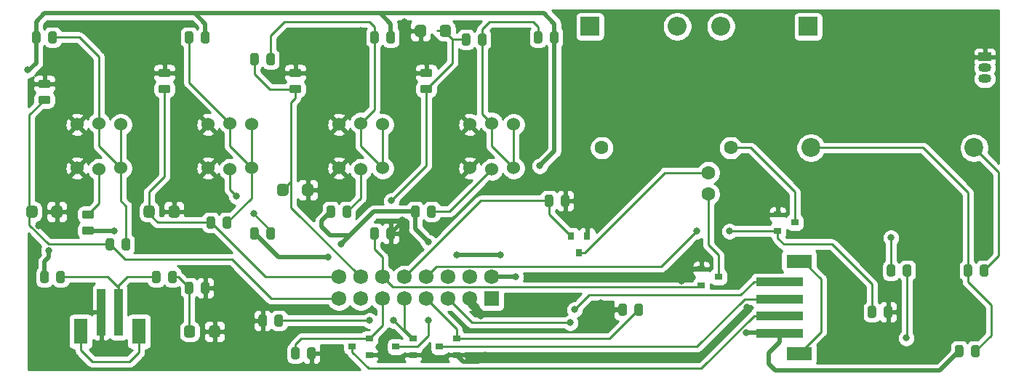
<source format=gbr>
G04 #@! TF.GenerationSoftware,KiCad,Pcbnew,(5.1.6-0-10_14)*
G04 #@! TF.CreationDate,2020-07-01T11:00:56-07:00*
G04 #@! TF.ProjectId,Pufferfish-Interface-1,50756666-6572-4666-9973-682d496e7465,v0.1*
G04 #@! TF.SameCoordinates,Original*
G04 #@! TF.FileFunction,Copper,L2,Bot*
G04 #@! TF.FilePolarity,Positive*
%FSLAX46Y46*%
G04 Gerber Fmt 4.6, Leading zero omitted, Abs format (unit mm)*
G04 Created by KiCad (PCBNEW (5.1.6-0-10_14)) date 2020-07-01 11:00:56*
%MOMM*%
%LPD*%
G01*
G04 APERTURE LIST*
G04 #@! TA.AperFunction,ComponentPad*
%ADD10C,1.725000*%
G04 #@! TD*
G04 #@! TA.AperFunction,ComponentPad*
%ADD11R,1.725000X1.725000*%
G04 #@! TD*
G04 #@! TA.AperFunction,ComponentPad*
%ADD12C,1.524000*%
G04 #@! TD*
G04 #@! TA.AperFunction,SMDPad,CuDef*
%ADD13R,5.500000X1.000000*%
G04 #@! TD*
G04 #@! TA.AperFunction,SMDPad,CuDef*
%ADD14R,3.000000X1.600000*%
G04 #@! TD*
G04 #@! TA.AperFunction,ComponentPad*
%ADD15C,2.200000*%
G04 #@! TD*
G04 #@! TA.AperFunction,ComponentPad*
%ADD16C,1.600000*%
G04 #@! TD*
G04 #@! TA.AperFunction,SMDPad,CuDef*
%ADD17R,1.000000X5.500000*%
G04 #@! TD*
G04 #@! TA.AperFunction,SMDPad,CuDef*
%ADD18R,1.600000X3.000000*%
G04 #@! TD*
G04 #@! TA.AperFunction,ComponentPad*
%ADD19O,2.200000X2.200000*%
G04 #@! TD*
G04 #@! TA.AperFunction,ComponentPad*
%ADD20R,2.200000X2.200000*%
G04 #@! TD*
G04 #@! TA.AperFunction,SMDPad,CuDef*
%ADD21R,0.900000X0.800000*%
G04 #@! TD*
G04 #@! TA.AperFunction,SMDPad,CuDef*
%ADD22R,0.800000X0.900000*%
G04 #@! TD*
G04 #@! TA.AperFunction,ComponentPad*
%ADD23R,1.500000X1.050000*%
G04 #@! TD*
G04 #@! TA.AperFunction,ComponentPad*
%ADD24O,1.500000X1.050000*%
G04 #@! TD*
G04 #@! TA.AperFunction,ViaPad*
%ADD25C,0.800000*%
G04 #@! TD*
G04 #@! TA.AperFunction,Conductor*
%ADD26C,0.250000*%
G04 #@! TD*
G04 #@! TA.AperFunction,Conductor*
%ADD27C,0.508000*%
G04 #@! TD*
G04 #@! TA.AperFunction,Conductor*
%ADD28C,0.254000*%
G04 #@! TD*
G04 APERTURE END LIST*
G04 #@! TA.AperFunction,SMDPad,CuDef*
G36*
G01*
X67655000Y-17913000D02*
X67655000Y-18663000D01*
G75*
G02*
X67330000Y-18988000I-325000J0D01*
G01*
X66680000Y-18988000D01*
G75*
G02*
X66355000Y-18663000I0J325000D01*
G01*
X66355000Y-17913000D01*
G75*
G02*
X66680000Y-17588000I325000J0D01*
G01*
X67330000Y-17588000D01*
G75*
G02*
X67655000Y-17913000I0J-325000D01*
G01*
G37*
G04 #@! TD.AperFunction*
G04 #@! TA.AperFunction,SMDPad,CuDef*
G36*
G01*
X64755000Y-17913000D02*
X64755000Y-18663000D01*
G75*
G02*
X64430000Y-18988000I-325000J0D01*
G01*
X63780000Y-18988000D01*
G75*
G02*
X63455000Y-18663000I0J325000D01*
G01*
X63455000Y-17913000D01*
G75*
G02*
X63780000Y-17588000I325000J0D01*
G01*
X64430000Y-17588000D01*
G75*
G02*
X64755000Y-17913000I0J-325000D01*
G01*
G37*
G04 #@! TD.AperFunction*
G04 #@! TA.AperFunction,SMDPad,CuDef*
G36*
G01*
X18220000Y-39745000D02*
X18220000Y-38995000D01*
G75*
G02*
X18545000Y-38670000I325000J0D01*
G01*
X19195000Y-38670000D01*
G75*
G02*
X19520000Y-38995000I0J-325000D01*
G01*
X19520000Y-39745000D01*
G75*
G02*
X19195000Y-40070000I-325000J0D01*
G01*
X18545000Y-40070000D01*
G75*
G02*
X18220000Y-39745000I0J325000D01*
G01*
G37*
G04 #@! TD.AperFunction*
G04 #@! TA.AperFunction,SMDPad,CuDef*
G36*
G01*
X21120000Y-39745000D02*
X21120000Y-38995000D01*
G75*
G02*
X21445000Y-38670000I325000J0D01*
G01*
X22095000Y-38670000D01*
G75*
G02*
X22420000Y-38995000I0J-325000D01*
G01*
X22420000Y-39745000D01*
G75*
G02*
X22095000Y-40070000I-325000J0D01*
G01*
X21445000Y-40070000D01*
G75*
G02*
X21120000Y-39745000I0J325000D01*
G01*
G37*
G04 #@! TD.AperFunction*
G04 #@! TA.AperFunction,SMDPad,CuDef*
G36*
G01*
X36582000Y-53715000D02*
X36582000Y-52965000D01*
G75*
G02*
X36907000Y-52640000I325000J0D01*
G01*
X37557000Y-52640000D01*
G75*
G02*
X37882000Y-52965000I0J-325000D01*
G01*
X37882000Y-53715000D01*
G75*
G02*
X37557000Y-54040000I-325000J0D01*
G01*
X36907000Y-54040000D01*
G75*
G02*
X36582000Y-53715000I0J325000D01*
G01*
G37*
G04 #@! TD.AperFunction*
G04 #@! TA.AperFunction,SMDPad,CuDef*
G36*
G01*
X39482000Y-53715000D02*
X39482000Y-52965000D01*
G75*
G02*
X39807000Y-52640000I325000J0D01*
G01*
X40457000Y-52640000D01*
G75*
G02*
X40782000Y-52965000I0J-325000D01*
G01*
X40782000Y-53715000D01*
G75*
G02*
X40457000Y-54040000I-325000J0D01*
G01*
X39807000Y-54040000D01*
G75*
G02*
X39482000Y-53715000I0J325000D01*
G01*
G37*
G04 #@! TD.AperFunction*
G04 #@! TA.AperFunction,SMDPad,CuDef*
G36*
G01*
X31862000Y-39745000D02*
X31862000Y-38995000D01*
G75*
G02*
X32187000Y-38670000I325000J0D01*
G01*
X32837000Y-38670000D01*
G75*
G02*
X33162000Y-38995000I0J-325000D01*
G01*
X33162000Y-39745000D01*
G75*
G02*
X32837000Y-40070000I-325000J0D01*
G01*
X32187000Y-40070000D01*
G75*
G02*
X31862000Y-39745000I0J325000D01*
G01*
G37*
G04 #@! TD.AperFunction*
G04 #@! TA.AperFunction,SMDPad,CuDef*
G36*
G01*
X34762000Y-39745000D02*
X34762000Y-38995000D01*
G75*
G02*
X35087000Y-38670000I325000J0D01*
G01*
X35737000Y-38670000D01*
G75*
G02*
X36062000Y-38995000I0J-325000D01*
G01*
X36062000Y-39745000D01*
G75*
G02*
X35737000Y-40070000I-325000J0D01*
G01*
X35087000Y-40070000D01*
G75*
G02*
X34762000Y-39745000I0J325000D01*
G01*
G37*
G04 #@! TD.AperFunction*
G04 #@! TA.AperFunction,SMDPad,CuDef*
G36*
G01*
X47430000Y-37205000D02*
X47430000Y-36455000D01*
G75*
G02*
X47755000Y-36130000I325000J0D01*
G01*
X48405000Y-36130000D01*
G75*
G02*
X48730000Y-36455000I0J-325000D01*
G01*
X48730000Y-37205000D01*
G75*
G02*
X48405000Y-37530000I-325000J0D01*
G01*
X47755000Y-37530000D01*
G75*
G02*
X47430000Y-37205000I0J325000D01*
G01*
G37*
G04 #@! TD.AperFunction*
G04 #@! TA.AperFunction,SMDPad,CuDef*
G36*
G01*
X50330000Y-37205000D02*
X50330000Y-36455000D01*
G75*
G02*
X50655000Y-36130000I325000J0D01*
G01*
X51305000Y-36130000D01*
G75*
G02*
X51630000Y-36455000I0J-325000D01*
G01*
X51630000Y-37205000D01*
G75*
G02*
X51305000Y-37530000I-325000J0D01*
G01*
X50655000Y-37530000D01*
G75*
G02*
X50330000Y-37205000I0J325000D01*
G01*
G37*
G04 #@! TD.AperFunction*
D10*
X54610000Y-46990000D03*
X54610000Y-49530000D03*
X57150000Y-46990000D03*
X57150000Y-49530000D03*
X59690000Y-46990000D03*
X59690000Y-49530000D03*
X62230000Y-46990000D03*
X62230000Y-49530000D03*
X64770000Y-46990000D03*
X64770000Y-49530000D03*
X67310000Y-46990000D03*
X67310000Y-49530000D03*
X69850000Y-46990000D03*
X69850000Y-49530000D03*
X72390000Y-46990000D03*
D11*
X72390000Y-49530000D03*
D12*
X74930000Y-34290000D03*
X72390000Y-34450000D03*
X69850000Y-34290000D03*
X74930000Y-29210000D03*
X72390000Y-29050000D03*
X69850000Y-29210000D03*
G04 #@! TA.AperFunction,SMDPad,CuDef*
G36*
G01*
X69908000Y-18847750D02*
X69908000Y-19760250D01*
G75*
G02*
X69664250Y-20004000I-243750J0D01*
G01*
X69176750Y-20004000D01*
G75*
G02*
X68933000Y-19760250I0J243750D01*
G01*
X68933000Y-18847750D01*
G75*
G02*
X69176750Y-18604000I243750J0D01*
G01*
X69664250Y-18604000D01*
G75*
G02*
X69908000Y-18847750I0J-243750D01*
G01*
G37*
G04 #@! TD.AperFunction*
G04 #@! TA.AperFunction,SMDPad,CuDef*
G36*
G01*
X71783000Y-18847750D02*
X71783000Y-19760250D01*
G75*
G02*
X71539250Y-20004000I-243750J0D01*
G01*
X71051750Y-20004000D01*
G75*
G02*
X70808000Y-19760250I0J243750D01*
G01*
X70808000Y-18847750D01*
G75*
G02*
X71051750Y-18604000I243750J0D01*
G01*
X71539250Y-18604000D01*
G75*
G02*
X71783000Y-18847750I0J-243750D01*
G01*
G37*
G04 #@! TD.AperFunction*
G04 #@! TA.AperFunction,SMDPad,CuDef*
G36*
G01*
X78290000Y-18593750D02*
X78290000Y-19506250D01*
G75*
G02*
X78046250Y-19750000I-243750J0D01*
G01*
X77558750Y-19750000D01*
G75*
G02*
X77315000Y-19506250I0J243750D01*
G01*
X77315000Y-18593750D01*
G75*
G02*
X77558750Y-18350000I243750J0D01*
G01*
X78046250Y-18350000D01*
G75*
G02*
X78290000Y-18593750I0J-243750D01*
G01*
G37*
G04 #@! TD.AperFunction*
G04 #@! TA.AperFunction,SMDPad,CuDef*
G36*
G01*
X80165000Y-18593750D02*
X80165000Y-19506250D01*
G75*
G02*
X79921250Y-19750000I-243750J0D01*
G01*
X79433750Y-19750000D01*
G75*
G02*
X79190000Y-19506250I0J243750D01*
G01*
X79190000Y-18593750D01*
G75*
G02*
X79433750Y-18350000I243750J0D01*
G01*
X79921250Y-18350000D01*
G75*
G02*
X80165000Y-18593750I0J-243750D01*
G01*
G37*
G04 #@! TD.AperFunction*
G04 #@! TA.AperFunction,SMDPad,CuDef*
G36*
G01*
X64887500Y-39826250D02*
X64887500Y-38913750D01*
G75*
G02*
X65131250Y-38670000I243750J0D01*
G01*
X65618750Y-38670000D01*
G75*
G02*
X65862500Y-38913750I0J-243750D01*
G01*
X65862500Y-39826250D01*
G75*
G02*
X65618750Y-40070000I-243750J0D01*
G01*
X65131250Y-40070000D01*
G75*
G02*
X64887500Y-39826250I0J243750D01*
G01*
G37*
G04 #@! TD.AperFunction*
G04 #@! TA.AperFunction,SMDPad,CuDef*
G36*
G01*
X63012500Y-39826250D02*
X63012500Y-38913750D01*
G75*
G02*
X63256250Y-38670000I243750J0D01*
G01*
X63743750Y-38670000D01*
G75*
G02*
X63987500Y-38913750I0J-243750D01*
G01*
X63987500Y-39826250D01*
G75*
G02*
X63743750Y-40070000I-243750J0D01*
G01*
X63256250Y-40070000D01*
G75*
G02*
X63012500Y-39826250I0J243750D01*
G01*
G37*
G04 #@! TD.AperFunction*
G04 #@! TA.AperFunction,SMDPad,CuDef*
G36*
G01*
X65226250Y-23680000D02*
X64313750Y-23680000D01*
G75*
G02*
X64070000Y-23436250I0J243750D01*
G01*
X64070000Y-22948750D01*
G75*
G02*
X64313750Y-22705000I243750J0D01*
G01*
X65226250Y-22705000D01*
G75*
G02*
X65470000Y-22948750I0J-243750D01*
G01*
X65470000Y-23436250D01*
G75*
G02*
X65226250Y-23680000I-243750J0D01*
G01*
G37*
G04 #@! TD.AperFunction*
G04 #@! TA.AperFunction,SMDPad,CuDef*
G36*
G01*
X65226250Y-25555000D02*
X64313750Y-25555000D01*
G75*
G02*
X64070000Y-25311250I0J243750D01*
G01*
X64070000Y-24823750D01*
G75*
G02*
X64313750Y-24580000I243750J0D01*
G01*
X65226250Y-24580000D01*
G75*
G02*
X65470000Y-24823750I0J-243750D01*
G01*
X65470000Y-25311250D01*
G75*
G02*
X65226250Y-25555000I-243750J0D01*
G01*
G37*
G04 #@! TD.AperFunction*
G04 #@! TA.AperFunction,SMDPad,CuDef*
G36*
G01*
X88117500Y-50343750D02*
X88117500Y-51256250D01*
G75*
G02*
X87873750Y-51500000I-243750J0D01*
G01*
X87386250Y-51500000D01*
G75*
G02*
X87142500Y-51256250I0J243750D01*
G01*
X87142500Y-50343750D01*
G75*
G02*
X87386250Y-50100000I243750J0D01*
G01*
X87873750Y-50100000D01*
G75*
G02*
X88117500Y-50343750I0J-243750D01*
G01*
G37*
G04 #@! TD.AperFunction*
G04 #@! TA.AperFunction,SMDPad,CuDef*
G36*
G01*
X89992500Y-50343750D02*
X89992500Y-51256250D01*
G75*
G02*
X89748750Y-51500000I-243750J0D01*
G01*
X89261250Y-51500000D01*
G75*
G02*
X89017500Y-51256250I0J243750D01*
G01*
X89017500Y-50343750D01*
G75*
G02*
X89261250Y-50100000I243750J0D01*
G01*
X89748750Y-50100000D01*
G75*
G02*
X89992500Y-50343750I0J-243750D01*
G01*
G37*
G04 #@! TD.AperFunction*
G04 #@! TA.AperFunction,SMDPad,CuDef*
G36*
G01*
X50917500Y-56336250D02*
X50917500Y-55423750D01*
G75*
G02*
X51161250Y-55180000I243750J0D01*
G01*
X51648750Y-55180000D01*
G75*
G02*
X51892500Y-55423750I0J-243750D01*
G01*
X51892500Y-56336250D01*
G75*
G02*
X51648750Y-56580000I-243750J0D01*
G01*
X51161250Y-56580000D01*
G75*
G02*
X50917500Y-56336250I0J243750D01*
G01*
G37*
G04 #@! TD.AperFunction*
G04 #@! TA.AperFunction,SMDPad,CuDef*
G36*
G01*
X49042500Y-56336250D02*
X49042500Y-55423750D01*
G75*
G02*
X49286250Y-55180000I243750J0D01*
G01*
X49773750Y-55180000D01*
G75*
G02*
X50017500Y-55423750I0J-243750D01*
G01*
X50017500Y-56336250D01*
G75*
G02*
X49773750Y-56580000I-243750J0D01*
G01*
X49286250Y-56580000D01*
G75*
G02*
X49042500Y-56336250I0J243750D01*
G01*
G37*
G04 #@! TD.AperFunction*
X29210000Y-34290000D03*
X26670000Y-34450000D03*
X24130000Y-34290000D03*
X29210000Y-29210000D03*
X26670000Y-29050000D03*
X24130000Y-29210000D03*
X44450000Y-34290000D03*
X41910000Y-34450000D03*
X39370000Y-34290000D03*
X44450000Y-29210000D03*
X41910000Y-29050000D03*
X39370000Y-29210000D03*
X59690000Y-34290000D03*
X57150000Y-34450000D03*
X54610000Y-34290000D03*
X59690000Y-29210000D03*
X57150000Y-29050000D03*
X54610000Y-29210000D03*
G04 #@! TA.AperFunction,SMDPad,CuDef*
G36*
G01*
X28427500Y-42723750D02*
X28427500Y-43636250D01*
G75*
G02*
X28183750Y-43880000I-243750J0D01*
G01*
X27696250Y-43880000D01*
G75*
G02*
X27452500Y-43636250I0J243750D01*
G01*
X27452500Y-42723750D01*
G75*
G02*
X27696250Y-42480000I243750J0D01*
G01*
X28183750Y-42480000D01*
G75*
G02*
X28427500Y-42723750I0J-243750D01*
G01*
G37*
G04 #@! TD.AperFunction*
G04 #@! TA.AperFunction,SMDPad,CuDef*
G36*
G01*
X30302500Y-42723750D02*
X30302500Y-43636250D01*
G75*
G02*
X30058750Y-43880000I-243750J0D01*
G01*
X29571250Y-43880000D01*
G75*
G02*
X29327500Y-43636250I0J243750D01*
G01*
X29327500Y-42723750D01*
G75*
G02*
X29571250Y-42480000I243750J0D01*
G01*
X30058750Y-42480000D01*
G75*
G02*
X30302500Y-42723750I0J-243750D01*
G01*
G37*
G04 #@! TD.AperFunction*
G04 #@! TA.AperFunction,SMDPad,CuDef*
G36*
G01*
X20770000Y-19506250D02*
X20770000Y-18593750D01*
G75*
G02*
X21013750Y-18350000I243750J0D01*
G01*
X21501250Y-18350000D01*
G75*
G02*
X21745000Y-18593750I0J-243750D01*
G01*
X21745000Y-19506250D01*
G75*
G02*
X21501250Y-19750000I-243750J0D01*
G01*
X21013750Y-19750000D01*
G75*
G02*
X20770000Y-19506250I0J243750D01*
G01*
G37*
G04 #@! TD.AperFunction*
G04 #@! TA.AperFunction,SMDPad,CuDef*
G36*
G01*
X18895000Y-19506250D02*
X18895000Y-18593750D01*
G75*
G02*
X19138750Y-18350000I243750J0D01*
G01*
X19626250Y-18350000D01*
G75*
G02*
X19870000Y-18593750I0J-243750D01*
G01*
X19870000Y-19506250D01*
G75*
G02*
X19626250Y-19750000I-243750J0D01*
G01*
X19138750Y-19750000D01*
G75*
G02*
X18895000Y-19506250I0J243750D01*
G01*
G37*
G04 #@! TD.AperFunction*
G04 #@! TA.AperFunction,SMDPad,CuDef*
G36*
G01*
X25856250Y-40190000D02*
X24943750Y-40190000D01*
G75*
G02*
X24700000Y-39946250I0J243750D01*
G01*
X24700000Y-39458750D01*
G75*
G02*
X24943750Y-39215000I243750J0D01*
G01*
X25856250Y-39215000D01*
G75*
G02*
X26100000Y-39458750I0J-243750D01*
G01*
X26100000Y-39946250D01*
G75*
G02*
X25856250Y-40190000I-243750J0D01*
G01*
G37*
G04 #@! TD.AperFunction*
G04 #@! TA.AperFunction,SMDPad,CuDef*
G36*
G01*
X25856250Y-42065000D02*
X24943750Y-42065000D01*
G75*
G02*
X24700000Y-41821250I0J243750D01*
G01*
X24700000Y-41333750D01*
G75*
G02*
X24943750Y-41090000I243750J0D01*
G01*
X25856250Y-41090000D01*
G75*
G02*
X26100000Y-41333750I0J-243750D01*
G01*
X26100000Y-41821250D01*
G75*
G02*
X25856250Y-42065000I-243750J0D01*
G01*
G37*
G04 #@! TD.AperFunction*
G04 #@! TA.AperFunction,SMDPad,CuDef*
G36*
G01*
X40190000Y-40183750D02*
X40190000Y-41096250D01*
G75*
G02*
X39946250Y-41340000I-243750J0D01*
G01*
X39458750Y-41340000D01*
G75*
G02*
X39215000Y-41096250I0J243750D01*
G01*
X39215000Y-40183750D01*
G75*
G02*
X39458750Y-39940000I243750J0D01*
G01*
X39946250Y-39940000D01*
G75*
G02*
X40190000Y-40183750I0J-243750D01*
G01*
G37*
G04 #@! TD.AperFunction*
G04 #@! TA.AperFunction,SMDPad,CuDef*
G36*
G01*
X42065000Y-40183750D02*
X42065000Y-41096250D01*
G75*
G02*
X41821250Y-41340000I-243750J0D01*
G01*
X41333750Y-41340000D01*
G75*
G02*
X41090000Y-41096250I0J243750D01*
G01*
X41090000Y-40183750D01*
G75*
G02*
X41333750Y-39940000I243750J0D01*
G01*
X41821250Y-39940000D01*
G75*
G02*
X42065000Y-40183750I0J-243750D01*
G01*
G37*
G04 #@! TD.AperFunction*
G04 #@! TA.AperFunction,SMDPad,CuDef*
G36*
G01*
X37650000Y-18593750D02*
X37650000Y-19506250D01*
G75*
G02*
X37406250Y-19750000I-243750J0D01*
G01*
X36918750Y-19750000D01*
G75*
G02*
X36675000Y-19506250I0J243750D01*
G01*
X36675000Y-18593750D01*
G75*
G02*
X36918750Y-18350000I243750J0D01*
G01*
X37406250Y-18350000D01*
G75*
G02*
X37650000Y-18593750I0J-243750D01*
G01*
G37*
G04 #@! TD.AperFunction*
G04 #@! TA.AperFunction,SMDPad,CuDef*
G36*
G01*
X39525000Y-18593750D02*
X39525000Y-19506250D01*
G75*
G02*
X39281250Y-19750000I-243750J0D01*
G01*
X38793750Y-19750000D01*
G75*
G02*
X38550000Y-19506250I0J243750D01*
G01*
X38550000Y-18593750D01*
G75*
G02*
X38793750Y-18350000I243750J0D01*
G01*
X39281250Y-18350000D01*
G75*
G02*
X39525000Y-18593750I0J-243750D01*
G01*
G37*
G04 #@! TD.AperFunction*
G04 #@! TA.AperFunction,SMDPad,CuDef*
G36*
G01*
X46170000Y-42366250D02*
X46170000Y-41453750D01*
G75*
G02*
X46413750Y-41210000I243750J0D01*
G01*
X46901250Y-41210000D01*
G75*
G02*
X47145000Y-41453750I0J-243750D01*
G01*
X47145000Y-42366250D01*
G75*
G02*
X46901250Y-42610000I-243750J0D01*
G01*
X46413750Y-42610000D01*
G75*
G02*
X46170000Y-42366250I0J243750D01*
G01*
G37*
G04 #@! TD.AperFunction*
G04 #@! TA.AperFunction,SMDPad,CuDef*
G36*
G01*
X44295000Y-42366250D02*
X44295000Y-41453750D01*
G75*
G02*
X44538750Y-41210000I243750J0D01*
G01*
X45026250Y-41210000D01*
G75*
G02*
X45270000Y-41453750I0J-243750D01*
G01*
X45270000Y-42366250D01*
G75*
G02*
X45026250Y-42610000I-243750J0D01*
G01*
X44538750Y-42610000D01*
G75*
G02*
X44295000Y-42366250I0J243750D01*
G01*
G37*
G04 #@! TD.AperFunction*
G04 #@! TA.AperFunction,SMDPad,CuDef*
G36*
G01*
X55060000Y-39826250D02*
X55060000Y-38913750D01*
G75*
G02*
X55303750Y-38670000I243750J0D01*
G01*
X55791250Y-38670000D01*
G75*
G02*
X56035000Y-38913750I0J-243750D01*
G01*
X56035000Y-39826250D01*
G75*
G02*
X55791250Y-40070000I-243750J0D01*
G01*
X55303750Y-40070000D01*
G75*
G02*
X55060000Y-39826250I0J243750D01*
G01*
G37*
G04 #@! TD.AperFunction*
G04 #@! TA.AperFunction,SMDPad,CuDef*
G36*
G01*
X53185000Y-39826250D02*
X53185000Y-38913750D01*
G75*
G02*
X53428750Y-38670000I243750J0D01*
G01*
X53916250Y-38670000D01*
G75*
G02*
X54160000Y-38913750I0J-243750D01*
G01*
X54160000Y-39826250D01*
G75*
G02*
X53916250Y-40070000I-243750J0D01*
G01*
X53428750Y-40070000D01*
G75*
G02*
X53185000Y-39826250I0J243750D01*
G01*
G37*
G04 #@! TD.AperFunction*
D13*
X105918000Y-51546000D03*
X105918000Y-49546000D03*
X105918000Y-53546000D03*
X105918000Y-47546000D03*
D14*
X108168000Y-55946000D03*
X108168000Y-45146000D03*
G04 #@! TA.AperFunction,SMDPad,CuDef*
G36*
G01*
X20776250Y-24950000D02*
X19863750Y-24950000D01*
G75*
G02*
X19620000Y-24706250I0J243750D01*
G01*
X19620000Y-24218750D01*
G75*
G02*
X19863750Y-23975000I243750J0D01*
G01*
X20776250Y-23975000D01*
G75*
G02*
X21020000Y-24218750I0J-243750D01*
G01*
X21020000Y-24706250D01*
G75*
G02*
X20776250Y-24950000I-243750J0D01*
G01*
G37*
G04 #@! TD.AperFunction*
G04 #@! TA.AperFunction,SMDPad,CuDef*
G36*
G01*
X20776250Y-26825000D02*
X19863750Y-26825000D01*
G75*
G02*
X19620000Y-26581250I0J243750D01*
G01*
X19620000Y-26093750D01*
G75*
G02*
X19863750Y-25850000I243750J0D01*
G01*
X20776250Y-25850000D01*
G75*
G02*
X21020000Y-26093750I0J-243750D01*
G01*
X21020000Y-26581250D01*
G75*
G02*
X20776250Y-26825000I-243750J0D01*
G01*
G37*
G04 #@! TD.AperFunction*
G04 #@! TA.AperFunction,SMDPad,CuDef*
G36*
G01*
X34746250Y-23680000D02*
X33833750Y-23680000D01*
G75*
G02*
X33590000Y-23436250I0J243750D01*
G01*
X33590000Y-22948750D01*
G75*
G02*
X33833750Y-22705000I243750J0D01*
G01*
X34746250Y-22705000D01*
G75*
G02*
X34990000Y-22948750I0J-243750D01*
G01*
X34990000Y-23436250D01*
G75*
G02*
X34746250Y-23680000I-243750J0D01*
G01*
G37*
G04 #@! TD.AperFunction*
G04 #@! TA.AperFunction,SMDPad,CuDef*
G36*
G01*
X34746250Y-25555000D02*
X33833750Y-25555000D01*
G75*
G02*
X33590000Y-25311250I0J243750D01*
G01*
X33590000Y-24823750D01*
G75*
G02*
X33833750Y-24580000I243750J0D01*
G01*
X34746250Y-24580000D01*
G75*
G02*
X34990000Y-24823750I0J-243750D01*
G01*
X34990000Y-25311250D01*
G75*
G02*
X34746250Y-25555000I-243750J0D01*
G01*
G37*
G04 #@! TD.AperFunction*
D15*
X128551601Y-31921601D03*
X109551601Y-31921601D03*
D16*
X97610000Y-37321601D03*
X97610000Y-34821601D03*
X85210000Y-31921601D03*
X100210000Y-31921601D03*
G04 #@! TA.AperFunction,SMDPad,CuDef*
G36*
G01*
X49986250Y-23680000D02*
X49073750Y-23680000D01*
G75*
G02*
X48830000Y-23436250I0J243750D01*
G01*
X48830000Y-22948750D01*
G75*
G02*
X49073750Y-22705000I243750J0D01*
G01*
X49986250Y-22705000D01*
G75*
G02*
X50230000Y-22948750I0J-243750D01*
G01*
X50230000Y-23436250D01*
G75*
G02*
X49986250Y-23680000I-243750J0D01*
G01*
G37*
G04 #@! TD.AperFunction*
G04 #@! TA.AperFunction,SMDPad,CuDef*
G36*
G01*
X49986250Y-25555000D02*
X49073750Y-25555000D01*
G75*
G02*
X48830000Y-25311250I0J243750D01*
G01*
X48830000Y-24823750D01*
G75*
G02*
X49073750Y-24580000I243750J0D01*
G01*
X49986250Y-24580000D01*
G75*
G02*
X50230000Y-24823750I0J-243750D01*
G01*
X50230000Y-25311250D01*
G75*
G02*
X49986250Y-25555000I-243750J0D01*
G01*
G37*
G04 #@! TD.AperFunction*
G04 #@! TA.AperFunction,SMDPad,CuDef*
G36*
G01*
X38550000Y-48716250D02*
X38550000Y-47803750D01*
G75*
G02*
X38793750Y-47560000I243750J0D01*
G01*
X39281250Y-47560000D01*
G75*
G02*
X39525000Y-47803750I0J-243750D01*
G01*
X39525000Y-48716250D01*
G75*
G02*
X39281250Y-48960000I-243750J0D01*
G01*
X38793750Y-48960000D01*
G75*
G02*
X38550000Y-48716250I0J243750D01*
G01*
G37*
G04 #@! TD.AperFunction*
G04 #@! TA.AperFunction,SMDPad,CuDef*
G36*
G01*
X36675000Y-48716250D02*
X36675000Y-47803750D01*
G75*
G02*
X36918750Y-47560000I243750J0D01*
G01*
X37406250Y-47560000D01*
G75*
G02*
X37650000Y-47803750I0J-243750D01*
G01*
X37650000Y-48716250D01*
G75*
G02*
X37406250Y-48960000I-243750J0D01*
G01*
X36918750Y-48960000D01*
G75*
G02*
X36675000Y-48716250I0J243750D01*
G01*
G37*
G04 #@! TD.AperFunction*
D17*
X26940000Y-51090000D03*
X28940000Y-51090000D03*
D18*
X24540000Y-53340000D03*
X31340000Y-53340000D03*
D19*
X93980000Y-17780000D03*
D20*
X83820000Y-17780000D03*
D19*
X99060000Y-17780000D03*
D20*
X109220000Y-17780000D03*
D21*
X98790000Y-46990000D03*
X96790000Y-46040000D03*
X96790000Y-47940000D03*
D22*
X82550000Y-44180000D03*
X83500000Y-42180000D03*
X81600000Y-42180000D03*
D21*
X107680000Y-40640000D03*
X105680000Y-39690000D03*
X105680000Y-41590000D03*
D23*
X129794000Y-21336000D03*
D24*
X129794000Y-23876000D03*
X129794000Y-22606000D03*
D21*
X56150000Y-55118000D03*
X58150000Y-56068000D03*
X58150000Y-54168000D03*
X66310000Y-55118000D03*
X68310000Y-56068000D03*
X68310000Y-54168000D03*
X61230000Y-55118000D03*
X63230000Y-56068000D03*
X63230000Y-54168000D03*
G04 #@! TA.AperFunction,SMDPad,CuDef*
G36*
G01*
X60140000Y-42366250D02*
X60140000Y-41453750D01*
G75*
G02*
X60383750Y-41210000I243750J0D01*
G01*
X60871250Y-41210000D01*
G75*
G02*
X61115000Y-41453750I0J-243750D01*
G01*
X61115000Y-42366250D01*
G75*
G02*
X60871250Y-42610000I-243750J0D01*
G01*
X60383750Y-42610000D01*
G75*
G02*
X60140000Y-42366250I0J243750D01*
G01*
G37*
G04 #@! TD.AperFunction*
G04 #@! TA.AperFunction,SMDPad,CuDef*
G36*
G01*
X58265000Y-42366250D02*
X58265000Y-41453750D01*
G75*
G02*
X58508750Y-41210000I243750J0D01*
G01*
X58996250Y-41210000D01*
G75*
G02*
X59240000Y-41453750I0J-243750D01*
G01*
X59240000Y-42366250D01*
G75*
G02*
X58996250Y-42610000I-243750J0D01*
G01*
X58508750Y-42610000D01*
G75*
G02*
X58265000Y-42366250I0J243750D01*
G01*
G37*
G04 #@! TD.AperFunction*
G04 #@! TA.AperFunction,SMDPad,CuDef*
G36*
G01*
X80460000Y-38556250D02*
X80460000Y-37643750D01*
G75*
G02*
X80703750Y-37400000I243750J0D01*
G01*
X81191250Y-37400000D01*
G75*
G02*
X81435000Y-37643750I0J-243750D01*
G01*
X81435000Y-38556250D01*
G75*
G02*
X81191250Y-38800000I-243750J0D01*
G01*
X80703750Y-38800000D01*
G75*
G02*
X80460000Y-38556250I0J243750D01*
G01*
G37*
G04 #@! TD.AperFunction*
G04 #@! TA.AperFunction,SMDPad,CuDef*
G36*
G01*
X78585000Y-38556250D02*
X78585000Y-37643750D01*
G75*
G02*
X78828750Y-37400000I243750J0D01*
G01*
X79316250Y-37400000D01*
G75*
G02*
X79560000Y-37643750I0J-243750D01*
G01*
X79560000Y-38556250D01*
G75*
G02*
X79316250Y-38800000I-243750J0D01*
G01*
X78828750Y-38800000D01*
G75*
G02*
X78585000Y-38556250I0J243750D01*
G01*
G37*
G04 #@! TD.AperFunction*
G04 #@! TA.AperFunction,SMDPad,CuDef*
G36*
G01*
X118052000Y-51510250D02*
X118052000Y-50597750D01*
G75*
G02*
X118295750Y-50354000I243750J0D01*
G01*
X118783250Y-50354000D01*
G75*
G02*
X119027000Y-50597750I0J-243750D01*
G01*
X119027000Y-51510250D01*
G75*
G02*
X118783250Y-51754000I-243750J0D01*
G01*
X118295750Y-51754000D01*
G75*
G02*
X118052000Y-51510250I0J243750D01*
G01*
G37*
G04 #@! TD.AperFunction*
G04 #@! TA.AperFunction,SMDPad,CuDef*
G36*
G01*
X116177000Y-51510250D02*
X116177000Y-50597750D01*
G75*
G02*
X116420750Y-50354000I243750J0D01*
G01*
X116908250Y-50354000D01*
G75*
G02*
X117152000Y-50597750I0J-243750D01*
G01*
X117152000Y-51510250D01*
G75*
G02*
X116908250Y-51754000I-243750J0D01*
G01*
X116420750Y-51754000D01*
G75*
G02*
X116177000Y-51510250I0J243750D01*
G01*
G37*
G04 #@! TD.AperFunction*
G04 #@! TA.AperFunction,SMDPad,CuDef*
G36*
G01*
X120259500Y-46684250D02*
X120259500Y-45771750D01*
G75*
G02*
X120503250Y-45528000I243750J0D01*
G01*
X120990750Y-45528000D01*
G75*
G02*
X121234500Y-45771750I0J-243750D01*
G01*
X121234500Y-46684250D01*
G75*
G02*
X120990750Y-46928000I-243750J0D01*
G01*
X120503250Y-46928000D01*
G75*
G02*
X120259500Y-46684250I0J243750D01*
G01*
G37*
G04 #@! TD.AperFunction*
G04 #@! TA.AperFunction,SMDPad,CuDef*
G36*
G01*
X118384500Y-46684250D02*
X118384500Y-45771750D01*
G75*
G02*
X118628250Y-45528000I243750J0D01*
G01*
X119115750Y-45528000D01*
G75*
G02*
X119359500Y-45771750I0J-243750D01*
G01*
X119359500Y-46684250D01*
G75*
G02*
X119115750Y-46928000I-243750J0D01*
G01*
X118628250Y-46928000D01*
G75*
G02*
X118384500Y-46684250I0J243750D01*
G01*
G37*
G04 #@! TD.AperFunction*
G04 #@! TA.AperFunction,SMDPad,CuDef*
G36*
G01*
X128212000Y-56082250D02*
X128212000Y-55169750D01*
G75*
G02*
X128455750Y-54926000I243750J0D01*
G01*
X128943250Y-54926000D01*
G75*
G02*
X129187000Y-55169750I0J-243750D01*
G01*
X129187000Y-56082250D01*
G75*
G02*
X128943250Y-56326000I-243750J0D01*
G01*
X128455750Y-56326000D01*
G75*
G02*
X128212000Y-56082250I0J243750D01*
G01*
G37*
G04 #@! TD.AperFunction*
G04 #@! TA.AperFunction,SMDPad,CuDef*
G36*
G01*
X126337000Y-56082250D02*
X126337000Y-55169750D01*
G75*
G02*
X126580750Y-54926000I243750J0D01*
G01*
X127068250Y-54926000D01*
G75*
G02*
X127312000Y-55169750I0J-243750D01*
G01*
X127312000Y-56082250D01*
G75*
G02*
X127068250Y-56326000I-243750J0D01*
G01*
X126580750Y-56326000D01*
G75*
G02*
X126337000Y-56082250I0J243750D01*
G01*
G37*
G04 #@! TD.AperFunction*
G04 #@! TA.AperFunction,SMDPad,CuDef*
G36*
G01*
X129228000Y-46684250D02*
X129228000Y-45771750D01*
G75*
G02*
X129471750Y-45528000I243750J0D01*
G01*
X129959250Y-45528000D01*
G75*
G02*
X130203000Y-45771750I0J-243750D01*
G01*
X130203000Y-46684250D01*
G75*
G02*
X129959250Y-46928000I-243750J0D01*
G01*
X129471750Y-46928000D01*
G75*
G02*
X129228000Y-46684250I0J243750D01*
G01*
G37*
G04 #@! TD.AperFunction*
G04 #@! TA.AperFunction,SMDPad,CuDef*
G36*
G01*
X127353000Y-46684250D02*
X127353000Y-45771750D01*
G75*
G02*
X127596750Y-45528000I243750J0D01*
G01*
X128084250Y-45528000D01*
G75*
G02*
X128328000Y-45771750I0J-243750D01*
G01*
X128328000Y-46684250D01*
G75*
G02*
X128084250Y-46928000I-243750J0D01*
G01*
X127596750Y-46928000D01*
G75*
G02*
X127353000Y-46684250I0J243750D01*
G01*
G37*
G04 #@! TD.AperFunction*
G04 #@! TA.AperFunction,SMDPad,CuDef*
G36*
G01*
X46207500Y-51613750D02*
X46207500Y-52526250D01*
G75*
G02*
X45963750Y-52770000I-243750J0D01*
G01*
X45476250Y-52770000D01*
G75*
G02*
X45232500Y-52526250I0J243750D01*
G01*
X45232500Y-51613750D01*
G75*
G02*
X45476250Y-51370000I243750J0D01*
G01*
X45963750Y-51370000D01*
G75*
G02*
X46207500Y-51613750I0J-243750D01*
G01*
G37*
G04 #@! TD.AperFunction*
G04 #@! TA.AperFunction,SMDPad,CuDef*
G36*
G01*
X48082500Y-51613750D02*
X48082500Y-52526250D01*
G75*
G02*
X47838750Y-52770000I-243750J0D01*
G01*
X47351250Y-52770000D01*
G75*
G02*
X47107500Y-52526250I0J243750D01*
G01*
X47107500Y-51613750D01*
G75*
G02*
X47351250Y-51370000I243750J0D01*
G01*
X47838750Y-51370000D01*
G75*
G02*
X48082500Y-51613750I0J-243750D01*
G01*
G37*
G04 #@! TD.AperFunction*
G04 #@! TA.AperFunction,SMDPad,CuDef*
G36*
G01*
X59240000Y-18593750D02*
X59240000Y-19506250D01*
G75*
G02*
X58996250Y-19750000I-243750J0D01*
G01*
X58508750Y-19750000D01*
G75*
G02*
X58265000Y-19506250I0J243750D01*
G01*
X58265000Y-18593750D01*
G75*
G02*
X58508750Y-18350000I243750J0D01*
G01*
X58996250Y-18350000D01*
G75*
G02*
X59240000Y-18593750I0J-243750D01*
G01*
G37*
G04 #@! TD.AperFunction*
G04 #@! TA.AperFunction,SMDPad,CuDef*
G36*
G01*
X61115000Y-18593750D02*
X61115000Y-19506250D01*
G75*
G02*
X60871250Y-19750000I-243750J0D01*
G01*
X60383750Y-19750000D01*
G75*
G02*
X60140000Y-19506250I0J243750D01*
G01*
X60140000Y-18593750D01*
G75*
G02*
X60383750Y-18350000I243750J0D01*
G01*
X60871250Y-18350000D01*
G75*
G02*
X61115000Y-18593750I0J-243750D01*
G01*
G37*
G04 #@! TD.AperFunction*
G04 #@! TA.AperFunction,SMDPad,CuDef*
G36*
G01*
X45270000Y-21133750D02*
X45270000Y-22046250D01*
G75*
G02*
X45026250Y-22290000I-243750J0D01*
G01*
X44538750Y-22290000D01*
G75*
G02*
X44295000Y-22046250I0J243750D01*
G01*
X44295000Y-21133750D01*
G75*
G02*
X44538750Y-20890000I243750J0D01*
G01*
X45026250Y-20890000D01*
G75*
G02*
X45270000Y-21133750I0J-243750D01*
G01*
G37*
G04 #@! TD.AperFunction*
G04 #@! TA.AperFunction,SMDPad,CuDef*
G36*
G01*
X47145000Y-21133750D02*
X47145000Y-22046250D01*
G75*
G02*
X46901250Y-22290000I-243750J0D01*
G01*
X46413750Y-22290000D01*
G75*
G02*
X46170000Y-22046250I0J243750D01*
G01*
X46170000Y-21133750D01*
G75*
G02*
X46413750Y-20890000I243750J0D01*
G01*
X46901250Y-20890000D01*
G75*
G02*
X47145000Y-21133750I0J-243750D01*
G01*
G37*
G04 #@! TD.AperFunction*
G04 #@! TA.AperFunction,SMDPad,CuDef*
G36*
G01*
X21707500Y-47446250D02*
X21707500Y-46533750D01*
G75*
G02*
X21951250Y-46290000I243750J0D01*
G01*
X22438750Y-46290000D01*
G75*
G02*
X22682500Y-46533750I0J-243750D01*
G01*
X22682500Y-47446250D01*
G75*
G02*
X22438750Y-47690000I-243750J0D01*
G01*
X21951250Y-47690000D01*
G75*
G02*
X21707500Y-47446250I0J243750D01*
G01*
G37*
G04 #@! TD.AperFunction*
G04 #@! TA.AperFunction,SMDPad,CuDef*
G36*
G01*
X19832500Y-47446250D02*
X19832500Y-46533750D01*
G75*
G02*
X20076250Y-46290000I243750J0D01*
G01*
X20563750Y-46290000D01*
G75*
G02*
X20807500Y-46533750I0J-243750D01*
G01*
X20807500Y-47446250D01*
G75*
G02*
X20563750Y-47690000I-243750J0D01*
G01*
X20076250Y-47690000D01*
G75*
G02*
X19832500Y-47446250I0J243750D01*
G01*
G37*
G04 #@! TD.AperFunction*
G04 #@! TA.AperFunction,SMDPad,CuDef*
G36*
G01*
X34740000Y-47446250D02*
X34740000Y-46533750D01*
G75*
G02*
X34983750Y-46290000I243750J0D01*
G01*
X35471250Y-46290000D01*
G75*
G02*
X35715000Y-46533750I0J-243750D01*
G01*
X35715000Y-47446250D01*
G75*
G02*
X35471250Y-47690000I-243750J0D01*
G01*
X34983750Y-47690000D01*
G75*
G02*
X34740000Y-47446250I0J243750D01*
G01*
G37*
G04 #@! TD.AperFunction*
G04 #@! TA.AperFunction,SMDPad,CuDef*
G36*
G01*
X32865000Y-47446250D02*
X32865000Y-46533750D01*
G75*
G02*
X33108750Y-46290000I243750J0D01*
G01*
X33596250Y-46290000D01*
G75*
G02*
X33840000Y-46533750I0J-243750D01*
G01*
X33840000Y-47446250D01*
G75*
G02*
X33596250Y-47690000I-243750J0D01*
G01*
X33108750Y-47690000D01*
G75*
G02*
X32865000Y-47446250I0J243750D01*
G01*
G37*
G04 #@! TD.AperFunction*
D25*
X69342000Y-17526000D03*
X69596000Y-21082000D03*
X61976000Y-40386000D03*
X94488000Y-47452501D03*
X102108000Y-50546000D03*
X19668153Y-41037847D03*
X19050000Y-43434000D03*
X71120000Y-51562000D03*
X71628000Y-56134000D03*
X85090000Y-50038000D03*
X57150000Y-18288000D03*
X62230000Y-17272000D03*
X53340000Y-44704000D03*
X54864000Y-43180000D03*
X65024000Y-42926000D03*
X28448000Y-41656000D03*
X73406000Y-44450000D03*
X68326000Y-44450000D03*
X18392700Y-22860000D03*
X20828000Y-43905000D03*
X77978000Y-34036000D03*
X120650000Y-54102000D03*
X81534000Y-52324000D03*
X96266000Y-41656000D03*
X100076000Y-41656000D03*
X118872000Y-42418000D03*
X58166000Y-52070000D03*
X60960000Y-52070000D03*
X65024000Y-52070000D03*
X82042000Y-50800000D03*
X60706000Y-38100000D03*
X42672000Y-37592000D03*
X44704000Y-39624000D03*
X75184000Y-46990000D03*
X102001653Y-53487653D03*
D26*
X45720000Y-52070000D02*
X45720000Y-52832000D01*
D27*
X61976000Y-40561500D02*
X60627500Y-41910000D01*
D26*
X61976000Y-40386000D02*
X61976000Y-40561500D01*
D27*
X96790000Y-46040000D02*
X95438000Y-46040000D01*
X94488000Y-46990000D02*
X94488000Y-47452501D01*
X95438000Y-46040000D02*
X94488000Y-46990000D01*
X102108000Y-50546000D02*
X102616000Y-50546000D01*
X69850000Y-50292000D02*
X71120000Y-51562000D01*
X69850000Y-49530000D02*
X69850000Y-50292000D01*
X71628000Y-56134000D02*
X70866000Y-56896000D01*
X70866000Y-56896000D02*
X69088000Y-56896000D01*
X69088000Y-56846000D02*
X68310000Y-56068000D01*
X69088000Y-56896000D02*
X69088000Y-56846000D01*
X85852000Y-50800000D02*
X85090000Y-50038000D01*
X87630000Y-50800000D02*
X85852000Y-50800000D01*
D26*
X44782500Y-21590000D02*
X44782500Y-23289500D01*
X46560500Y-25067500D02*
X49530000Y-25067500D01*
X44782500Y-23289500D02*
X46560500Y-25067500D01*
X49530000Y-25067500D02*
X49530000Y-26162000D01*
X49530000Y-26162000D02*
X49045000Y-26647000D01*
X49045000Y-38885000D02*
X57150000Y-46990000D01*
X49045000Y-36830000D02*
X49045000Y-38885000D01*
X49045000Y-35029000D02*
X49045000Y-35865000D01*
X49045000Y-26647000D02*
X49045000Y-35029000D01*
X49045000Y-35865000D02*
X48080000Y-36830000D01*
X49045000Y-35029000D02*
X49045000Y-36830000D01*
D27*
X53672500Y-39370000D02*
X52578000Y-40464500D01*
X52578000Y-40464500D02*
X52578000Y-41148000D01*
X52578000Y-41148000D02*
X53594000Y-42164000D01*
X53594000Y-42164000D02*
X55880000Y-42164000D01*
X58674000Y-39370000D02*
X63500000Y-39370000D01*
X47576500Y-44704000D02*
X53340000Y-44704000D01*
X44782500Y-41910000D02*
X47576500Y-44704000D01*
X54864000Y-43180000D02*
X56134000Y-41910000D01*
X56134000Y-41910000D02*
X58674000Y-39370000D01*
D26*
X55880000Y-42164000D02*
X56134000Y-41910000D01*
D27*
X63500000Y-39370000D02*
X63500000Y-41402000D01*
X63500000Y-41402000D02*
X65024000Y-42926000D01*
D26*
X28369500Y-41577500D02*
X28448000Y-41656000D01*
D27*
X25400000Y-41577500D02*
X28369500Y-41577500D01*
X73406000Y-44450000D02*
X68326000Y-44450000D01*
X19382500Y-19050000D02*
X19382500Y-17193500D01*
X19382500Y-17193500D02*
X20320000Y-16256000D01*
X20320000Y-16256000D02*
X37846000Y-16256000D01*
X39037500Y-17447500D02*
X39037500Y-19050000D01*
X37846000Y-16256000D02*
X39037500Y-17447500D01*
X37846000Y-16256000D02*
X59436000Y-16256000D01*
X60627500Y-17447500D02*
X60627500Y-19050000D01*
X59436000Y-16256000D02*
X60627500Y-17447500D01*
X59436000Y-16256000D02*
X77724000Y-16256000D01*
X77724000Y-16256000D02*
X77978000Y-16256000D01*
X79677500Y-17447500D02*
X79677500Y-19050000D01*
X78486000Y-16256000D02*
X79677500Y-17447500D01*
X19382500Y-19050000D02*
X19382500Y-22019500D01*
D26*
X18542000Y-22860000D02*
X18392700Y-22860000D01*
D27*
X19382500Y-22019500D02*
X18542000Y-22860000D01*
X20828000Y-43905000D02*
X20828000Y-44704000D01*
X20320000Y-45212000D02*
X20320000Y-46990000D01*
X20828000Y-44704000D02*
X20320000Y-45212000D01*
X79677500Y-32336500D02*
X79677500Y-19050000D01*
X77978000Y-34036000D02*
X79677500Y-32336500D01*
X78486000Y-16256000D02*
X77724000Y-16256000D01*
D26*
X120747000Y-54005000D02*
X120650000Y-54102000D01*
X120747000Y-46228000D02*
X120747000Y-54005000D01*
X70104000Y-52324000D02*
X67310000Y-49530000D01*
X81534000Y-52324000D02*
X70104000Y-52324000D01*
X68310000Y-53070000D02*
X68310000Y-54168000D01*
X64770000Y-49530000D02*
X68310000Y-53070000D01*
X86137000Y-54168000D02*
X68310000Y-54168000D01*
X89505000Y-50800000D02*
X86137000Y-54168000D01*
X105680000Y-41590000D02*
X105680000Y-42434000D01*
X105680000Y-42434000D02*
X106426000Y-43180000D01*
X106426000Y-43180000D02*
X112014000Y-43180000D01*
X116664500Y-47830500D02*
X116664500Y-51054000D01*
X112014000Y-43180000D02*
X116664500Y-47830500D01*
X92119501Y-45802499D02*
X96266000Y-41656000D01*
X65957501Y-45802499D02*
X92119501Y-45802499D01*
X64770000Y-46990000D02*
X65957501Y-45802499D01*
X105614000Y-41656000D02*
X105680000Y-41590000D01*
X100076000Y-41656000D02*
X105614000Y-41656000D01*
X79072500Y-39652500D02*
X81600000Y-42180000D01*
X79072500Y-38100000D02*
X79072500Y-39652500D01*
X71120000Y-38100000D02*
X62230000Y-46990000D01*
X79072500Y-38100000D02*
X71120000Y-38100000D01*
X59690000Y-52628000D02*
X58150000Y-54168000D01*
X59690000Y-49530000D02*
X59690000Y-52628000D01*
X58150000Y-54168000D02*
X50226000Y-54168000D01*
X49530000Y-54864000D02*
X49530000Y-55880000D01*
X50226000Y-54168000D02*
X49530000Y-54864000D01*
X58752500Y-41910000D02*
X58752500Y-43766500D01*
X59690000Y-44704000D02*
X59690000Y-46990000D01*
X58752500Y-43766500D02*
X59690000Y-44704000D01*
X60877501Y-48177501D02*
X59690000Y-46990000D01*
X96552499Y-48177501D02*
X60877501Y-48177501D01*
X96790000Y-47940000D02*
X96552499Y-48177501D01*
X35892500Y-46990000D02*
X37162500Y-48260000D01*
X35227500Y-46990000D02*
X35892500Y-46990000D01*
X37162500Y-52887500D02*
X37615000Y-53340000D01*
X37162500Y-48260000D02*
X37162500Y-52887500D01*
X24540000Y-53340000D02*
X24540000Y-55528000D01*
X24540000Y-55528000D02*
X25908000Y-56896000D01*
X25908000Y-56896000D02*
X30226000Y-56896000D01*
X31340000Y-55782000D02*
X31340000Y-53340000D01*
X30226000Y-56896000D02*
X31340000Y-55782000D01*
X118872000Y-42418000D02*
X118872000Y-46228000D01*
X62230000Y-53168000D02*
X63230000Y-54168000D01*
X62230000Y-49530000D02*
X62230000Y-53168000D01*
X47595000Y-52070000D02*
X58166000Y-52070000D01*
X63058000Y-54168000D02*
X63230000Y-54168000D01*
X60960000Y-52070000D02*
X63058000Y-54168000D01*
X128551601Y-31921601D02*
X131428000Y-34798000D01*
X131428000Y-44515500D02*
X129715500Y-46228000D01*
X131428000Y-34798000D02*
X131428000Y-44515500D01*
X20320000Y-26337500D02*
X18565000Y-28092500D01*
X20785000Y-43180000D02*
X27940000Y-43180000D01*
X18565000Y-40960000D02*
X20785000Y-43180000D01*
X18565000Y-40640000D02*
X18565000Y-40960000D01*
X42164000Y-44958000D02*
X46736000Y-49530000D01*
X46736000Y-49530000D02*
X54610000Y-49530000D01*
X29718000Y-44958000D02*
X42164000Y-44958000D01*
X27940000Y-43180000D02*
X29718000Y-44958000D01*
X18588000Y-39370000D02*
X18565000Y-39393000D01*
X18870000Y-39370000D02*
X18588000Y-39370000D01*
X18565000Y-39393000D02*
X18565000Y-40640000D01*
X18565000Y-28092500D02*
X18565000Y-39393000D01*
X63715002Y-55118000D02*
X65024000Y-53809002D01*
X65024000Y-53809002D02*
X65024000Y-52070000D01*
X61230000Y-55118000D02*
X63715002Y-55118000D01*
X102918000Y-47546000D02*
X105918000Y-47546000D01*
X101368009Y-49095991D02*
X102918000Y-47546000D01*
X83746009Y-49095991D02*
X101368009Y-49095991D01*
X82042000Y-50800000D02*
X83746009Y-49095991D01*
X66310000Y-55118000D02*
X96266000Y-55118000D01*
X101838000Y-49546000D02*
X105918000Y-49546000D01*
X96266000Y-55118000D02*
X101838000Y-49546000D01*
X56150000Y-55768000D02*
X58040000Y-57658000D01*
X56150000Y-55118000D02*
X56150000Y-55768000D01*
X102918000Y-51546000D02*
X105918000Y-51546000D01*
X96806000Y-57658000D02*
X102918000Y-51546000D01*
X58040000Y-57658000D02*
X96806000Y-57658000D01*
X22195000Y-46990000D02*
X27686000Y-46990000D01*
X28940000Y-48244000D02*
X28940000Y-51090000D01*
X33352500Y-46990000D02*
X29972000Y-46990000D01*
X27686000Y-46990000D02*
X28940000Y-48244000D01*
X29972000Y-46990000D02*
X28956000Y-48006000D01*
X28940000Y-48090000D02*
X28940000Y-51090000D01*
X28856000Y-48006000D02*
X28940000Y-48090000D01*
X28956000Y-48006000D02*
X28856000Y-48006000D01*
X127840500Y-46228000D02*
X127840500Y-47576500D01*
X127840500Y-47576500D02*
X130556000Y-50292000D01*
X130556000Y-53769500D02*
X128699500Y-55626000D01*
X130556000Y-50292000D02*
X130556000Y-53769500D01*
X109551601Y-31921601D02*
X122599601Y-31921601D01*
X127840500Y-37162500D02*
X127840500Y-46228000D01*
X122599601Y-31921601D02*
X127840500Y-37162500D01*
X57150000Y-37767500D02*
X55547500Y-39370000D01*
X57150000Y-34450000D02*
X57150000Y-37767500D01*
X108168000Y-45146000D02*
X108646000Y-45146000D01*
X108646000Y-45146000D02*
X110744000Y-47244000D01*
X110744000Y-53370000D02*
X108168000Y-55946000D01*
X110744000Y-47244000D02*
X110744000Y-53370000D01*
X100210000Y-31921601D02*
X102533601Y-31921601D01*
X107680000Y-37068000D02*
X107680000Y-40640000D01*
X102533601Y-31921601D02*
X107680000Y-37068000D01*
X92558399Y-34821601D02*
X97610000Y-34821601D01*
X83200000Y-44180000D02*
X92558399Y-34821601D01*
X82550000Y-44180000D02*
X83200000Y-44180000D01*
X97610000Y-37321601D02*
X97610000Y-43254000D01*
X98790000Y-44434000D02*
X98790000Y-46990000D01*
X97610000Y-43254000D02*
X98790000Y-44434000D01*
X34290000Y-25067500D02*
X34290000Y-35306000D01*
X32535000Y-37061000D02*
X32535000Y-39370000D01*
X34290000Y-35306000D02*
X32535000Y-37061000D01*
X32535000Y-39690000D02*
X33485000Y-40640000D01*
X33485000Y-40640000D02*
X39702500Y-40640000D01*
X32535000Y-39370000D02*
X32535000Y-39690000D01*
X46052500Y-46990000D02*
X54610000Y-46990000D01*
X39702500Y-40640000D02*
X46052500Y-46990000D01*
X66040000Y-18288000D02*
X66802000Y-18288000D01*
X67818000Y-19304000D02*
X69420500Y-19304000D01*
X66802000Y-18288000D02*
X67818000Y-19304000D01*
X67818000Y-22019500D02*
X64770000Y-25067500D01*
X67818000Y-19304000D02*
X67818000Y-22019500D01*
X64770000Y-34036000D02*
X60706000Y-38100000D01*
X64770000Y-25067500D02*
X64770000Y-34036000D01*
X41910000Y-36830000D02*
X42672000Y-37592000D01*
X41910000Y-34450000D02*
X41910000Y-36830000D01*
X46657500Y-41577500D02*
X46657500Y-41910000D01*
X44704000Y-39624000D02*
X46657500Y-41577500D01*
X46657500Y-21590000D02*
X46657500Y-18874500D01*
X46657500Y-18874500D02*
X48260000Y-17272000D01*
X48260000Y-17272000D02*
X58166000Y-17272000D01*
X58752500Y-17858500D02*
X58752500Y-19050000D01*
X58166000Y-17272000D02*
X58752500Y-17858500D01*
X59690000Y-29210000D02*
X59690000Y-34290000D01*
X58752500Y-27447500D02*
X57150000Y-29050000D01*
X58752500Y-19050000D02*
X58752500Y-27447500D01*
X57150000Y-31750000D02*
X59690000Y-34290000D01*
X57150000Y-29050000D02*
X57150000Y-31750000D01*
X37162500Y-24302500D02*
X41910000Y-29050000D01*
X37162500Y-19050000D02*
X37162500Y-24302500D01*
X41910000Y-31750000D02*
X44450000Y-34290000D01*
X41910000Y-29050000D02*
X41910000Y-31750000D01*
X44450000Y-29210000D02*
X44450000Y-34290000D01*
X44450000Y-37767500D02*
X41577500Y-40640000D01*
X44450000Y-34290000D02*
X44450000Y-37767500D01*
X26670000Y-38432500D02*
X25400000Y-39702500D01*
X26670000Y-34450000D02*
X26670000Y-38432500D01*
X67470000Y-39370000D02*
X72390000Y-34450000D01*
X65375000Y-39370000D02*
X67470000Y-39370000D01*
X26670000Y-21336000D02*
X26670000Y-29050000D01*
X24384000Y-19050000D02*
X26670000Y-21336000D01*
X21257500Y-19050000D02*
X24384000Y-19050000D01*
X26670000Y-31750000D02*
X29210000Y-34290000D01*
X26670000Y-29050000D02*
X26670000Y-31750000D01*
X29210000Y-29210000D02*
X29210000Y-34290000D01*
X29210000Y-34290000D02*
X29210000Y-38100000D01*
X29815000Y-38705000D02*
X29815000Y-43180000D01*
X29210000Y-38100000D02*
X29815000Y-38705000D01*
X71295500Y-19304000D02*
X71295500Y-18112500D01*
X71295500Y-18112500D02*
X72136000Y-17272000D01*
X72136000Y-17272000D02*
X77216000Y-17272000D01*
X77802500Y-17858500D02*
X77802500Y-19050000D01*
X77216000Y-17272000D02*
X77802500Y-17858500D01*
X71295500Y-27955500D02*
X72390000Y-29050000D01*
X71295500Y-19304000D02*
X71295500Y-27955500D01*
X72390000Y-31750000D02*
X74930000Y-34290000D01*
X72390000Y-29050000D02*
X72390000Y-31750000D01*
X74930000Y-29210000D02*
X74930000Y-34290000D01*
D27*
X124538500Y-57912000D02*
X126824500Y-55626000D01*
X105410000Y-57912000D02*
X124538500Y-57912000D01*
X104648000Y-57150000D02*
X105410000Y-57912000D01*
X104648000Y-55880000D02*
X104648000Y-57150000D01*
X105918000Y-54610000D02*
X104648000Y-55880000D01*
X105918000Y-53546000D02*
X105918000Y-54610000D01*
X72390000Y-46990000D02*
X75184000Y-46990000D01*
D26*
X105859653Y-53487653D02*
X105918000Y-53546000D01*
D27*
X102001653Y-53487653D02*
X105859653Y-53487653D01*
D28*
G36*
X19924472Y-43394274D02*
G01*
X19910795Y-43414744D01*
X19832774Y-43603102D01*
X19793000Y-43803061D01*
X19793000Y-44006939D01*
X19832774Y-44206898D01*
X19901631Y-44373134D01*
X19722264Y-44552501D01*
X19688341Y-44580341D01*
X19577247Y-44715710D01*
X19494697Y-44870150D01*
X19465998Y-44964759D01*
X19447269Y-45026503D01*
X19443864Y-45037727D01*
X19431000Y-45168334D01*
X19431000Y-45168340D01*
X19426700Y-45212000D01*
X19431000Y-45255660D01*
X19431000Y-45936659D01*
X19343042Y-46043836D01*
X19261553Y-46196291D01*
X19211372Y-46361715D01*
X19194428Y-46533750D01*
X19194428Y-47446250D01*
X19211372Y-47618285D01*
X19261553Y-47783709D01*
X19343042Y-47936164D01*
X19452708Y-48069792D01*
X19586336Y-48179458D01*
X19738791Y-48260947D01*
X19904215Y-48311128D01*
X20076250Y-48328072D01*
X20563750Y-48328072D01*
X20735785Y-48311128D01*
X20901209Y-48260947D01*
X21053664Y-48179458D01*
X21187292Y-48069792D01*
X21257500Y-47984244D01*
X21327708Y-48069792D01*
X21461336Y-48179458D01*
X21613791Y-48260947D01*
X21779215Y-48311128D01*
X21951250Y-48328072D01*
X22438750Y-48328072D01*
X22610785Y-48311128D01*
X22776209Y-48260947D01*
X22928664Y-48179458D01*
X23062292Y-48069792D01*
X23171958Y-47936164D01*
X23253447Y-47783709D01*
X23263673Y-47750000D01*
X26197462Y-47750000D01*
X26195820Y-47750498D01*
X26085506Y-47809463D01*
X25988815Y-47888815D01*
X25909463Y-47985506D01*
X25850498Y-48095820D01*
X25814188Y-48215518D01*
X25801928Y-48340000D01*
X25805000Y-50804250D01*
X25963750Y-50963000D01*
X26813000Y-50963000D01*
X26813000Y-50943000D01*
X27067000Y-50943000D01*
X27067000Y-50963000D01*
X27087000Y-50963000D01*
X27087000Y-51217000D01*
X27067000Y-51217000D01*
X27067000Y-54316250D01*
X27225750Y-54475000D01*
X27440000Y-54478072D01*
X27564482Y-54465812D01*
X27684180Y-54429502D01*
X27794494Y-54370537D01*
X27891185Y-54291185D01*
X27940000Y-54231704D01*
X27988815Y-54291185D01*
X28085506Y-54370537D01*
X28195820Y-54429502D01*
X28315518Y-54465812D01*
X28440000Y-54478072D01*
X29440000Y-54478072D01*
X29564482Y-54465812D01*
X29684180Y-54429502D01*
X29794494Y-54370537D01*
X29891185Y-54291185D01*
X29901928Y-54278095D01*
X29901928Y-54840000D01*
X29914188Y-54964482D01*
X29950498Y-55084180D01*
X30009463Y-55194494D01*
X30088815Y-55291185D01*
X30185506Y-55370537D01*
X30295820Y-55429502D01*
X30415518Y-55465812D01*
X30540000Y-55478072D01*
X30569126Y-55478072D01*
X29911199Y-56136000D01*
X26222802Y-56136000D01*
X25532101Y-55445300D01*
X25584180Y-55429502D01*
X25694494Y-55370537D01*
X25791185Y-55291185D01*
X25870537Y-55194494D01*
X25929502Y-55084180D01*
X25965812Y-54964482D01*
X25978072Y-54840000D01*
X25978072Y-54278095D01*
X25988815Y-54291185D01*
X26085506Y-54370537D01*
X26195820Y-54429502D01*
X26315518Y-54465812D01*
X26440000Y-54478072D01*
X26654250Y-54475000D01*
X26813000Y-54316250D01*
X26813000Y-51217000D01*
X25963750Y-51217000D01*
X25805000Y-51375750D01*
X25804963Y-51405603D01*
X25791185Y-51388815D01*
X25694494Y-51309463D01*
X25584180Y-51250498D01*
X25464482Y-51214188D01*
X25340000Y-51201928D01*
X23740000Y-51201928D01*
X23615518Y-51214188D01*
X23495820Y-51250498D01*
X23385506Y-51309463D01*
X23288815Y-51388815D01*
X23209463Y-51485506D01*
X23150498Y-51595820D01*
X23114188Y-51715518D01*
X23101928Y-51840000D01*
X23101928Y-54840000D01*
X23114188Y-54964482D01*
X23150498Y-55084180D01*
X23209463Y-55194494D01*
X23288815Y-55291185D01*
X23385506Y-55370537D01*
X23495820Y-55429502D01*
X23615518Y-55465812D01*
X23740000Y-55478072D01*
X23780001Y-55478072D01*
X23780001Y-55490668D01*
X23776324Y-55528000D01*
X23790998Y-55676985D01*
X23834454Y-55820246D01*
X23905026Y-55952276D01*
X23967981Y-56028986D01*
X24000000Y-56068001D01*
X24028998Y-56091799D01*
X25344201Y-57407003D01*
X25367999Y-57436001D01*
X25396997Y-57459799D01*
X25483723Y-57530974D01*
X25557012Y-57570148D01*
X25615753Y-57601546D01*
X25759014Y-57645003D01*
X25870667Y-57656000D01*
X25870676Y-57656000D01*
X25907999Y-57659676D01*
X25945322Y-57656000D01*
X30188678Y-57656000D01*
X30226000Y-57659676D01*
X30263322Y-57656000D01*
X30263333Y-57656000D01*
X30374986Y-57645003D01*
X30518247Y-57601546D01*
X30650276Y-57530974D01*
X30766001Y-57436001D01*
X30789804Y-57406998D01*
X31851004Y-56345798D01*
X31880001Y-56322001D01*
X31948737Y-56238246D01*
X31974974Y-56206277D01*
X32045546Y-56074247D01*
X32049793Y-56060246D01*
X32089003Y-55930986D01*
X32100000Y-55819333D01*
X32100000Y-55819323D01*
X32103676Y-55782000D01*
X32100000Y-55744677D01*
X32100000Y-55478072D01*
X32140000Y-55478072D01*
X32264482Y-55465812D01*
X32384180Y-55429502D01*
X32494494Y-55370537D01*
X32591185Y-55291185D01*
X32670537Y-55194494D01*
X32729502Y-55084180D01*
X32765812Y-54964482D01*
X32778072Y-54840000D01*
X32778072Y-51840000D01*
X32765812Y-51715518D01*
X32729502Y-51595820D01*
X32670537Y-51485506D01*
X32591185Y-51388815D01*
X32494494Y-51309463D01*
X32384180Y-51250498D01*
X32264482Y-51214188D01*
X32140000Y-51201928D01*
X30540000Y-51201928D01*
X30415518Y-51214188D01*
X30295820Y-51250498D01*
X30185506Y-51309463D01*
X30088815Y-51388815D01*
X30078072Y-51401905D01*
X30078072Y-48340000D01*
X30065812Y-48215518D01*
X30029502Y-48095820D01*
X29998668Y-48038134D01*
X30286802Y-47750000D01*
X32283827Y-47750000D01*
X32294053Y-47783709D01*
X32375542Y-47936164D01*
X32485208Y-48069792D01*
X32618836Y-48179458D01*
X32771291Y-48260947D01*
X32936715Y-48311128D01*
X33108750Y-48328072D01*
X33596250Y-48328072D01*
X33768285Y-48311128D01*
X33933709Y-48260947D01*
X34086164Y-48179458D01*
X34219792Y-48069792D01*
X34290000Y-47984244D01*
X34360208Y-48069792D01*
X34493836Y-48179458D01*
X34646291Y-48260947D01*
X34811715Y-48311128D01*
X34983750Y-48328072D01*
X35471250Y-48328072D01*
X35643285Y-48311128D01*
X35808709Y-48260947D01*
X35961164Y-48179458D01*
X35986425Y-48158727D01*
X36036928Y-48209230D01*
X36036928Y-48716250D01*
X36053872Y-48888285D01*
X36104053Y-49053709D01*
X36185542Y-49206164D01*
X36295208Y-49339792D01*
X36402500Y-49427845D01*
X36402501Y-52147903D01*
X36371946Y-52164235D01*
X36226005Y-52284005D01*
X36106235Y-52429946D01*
X36017237Y-52596448D01*
X35962433Y-52777114D01*
X35943928Y-52965000D01*
X35943928Y-53715000D01*
X35962433Y-53902886D01*
X36017237Y-54083552D01*
X36106235Y-54250054D01*
X36226005Y-54395995D01*
X36371946Y-54515765D01*
X36538448Y-54604763D01*
X36719114Y-54659567D01*
X36907000Y-54678072D01*
X37557000Y-54678072D01*
X37744886Y-54659567D01*
X37925552Y-54604763D01*
X38092054Y-54515765D01*
X38237995Y-54395995D01*
X38357765Y-54250054D01*
X38446763Y-54083552D01*
X38459974Y-54040000D01*
X38843928Y-54040000D01*
X38856188Y-54164482D01*
X38892498Y-54284180D01*
X38951463Y-54394494D01*
X39030815Y-54491185D01*
X39127506Y-54570537D01*
X39237820Y-54629502D01*
X39357518Y-54665812D01*
X39482000Y-54678072D01*
X39846250Y-54675000D01*
X40005000Y-54516250D01*
X40005000Y-53467000D01*
X40259000Y-53467000D01*
X40259000Y-54516250D01*
X40417750Y-54675000D01*
X40782000Y-54678072D01*
X40906482Y-54665812D01*
X41026180Y-54629502D01*
X41136494Y-54570537D01*
X41233185Y-54491185D01*
X41312537Y-54394494D01*
X41371502Y-54284180D01*
X41407812Y-54164482D01*
X41420072Y-54040000D01*
X41417000Y-53625750D01*
X41258250Y-53467000D01*
X40259000Y-53467000D01*
X40005000Y-53467000D01*
X39005750Y-53467000D01*
X38847000Y-53625750D01*
X38843928Y-54040000D01*
X38459974Y-54040000D01*
X38501567Y-53902886D01*
X38520072Y-53715000D01*
X38520072Y-52965000D01*
X38501567Y-52777114D01*
X38459975Y-52640000D01*
X38843928Y-52640000D01*
X38847000Y-53054250D01*
X39005750Y-53213000D01*
X40005000Y-53213000D01*
X40005000Y-52163750D01*
X40259000Y-52163750D01*
X40259000Y-53213000D01*
X41258250Y-53213000D01*
X41417000Y-53054250D01*
X41419107Y-52770000D01*
X44594428Y-52770000D01*
X44606688Y-52894482D01*
X44642998Y-53014180D01*
X44701963Y-53124494D01*
X44781315Y-53221185D01*
X44878006Y-53300537D01*
X44988320Y-53359502D01*
X45108018Y-53395812D01*
X45232500Y-53408072D01*
X45434250Y-53405000D01*
X45593000Y-53246250D01*
X45593000Y-52197000D01*
X44756250Y-52197000D01*
X44597500Y-52355750D01*
X44594428Y-52770000D01*
X41419107Y-52770000D01*
X41420072Y-52640000D01*
X41407812Y-52515518D01*
X41371502Y-52395820D01*
X41312537Y-52285506D01*
X41233185Y-52188815D01*
X41136494Y-52109463D01*
X41026180Y-52050498D01*
X40906482Y-52014188D01*
X40782000Y-52001928D01*
X40417750Y-52005000D01*
X40259000Y-52163750D01*
X40005000Y-52163750D01*
X39846250Y-52005000D01*
X39482000Y-52001928D01*
X39357518Y-52014188D01*
X39237820Y-52050498D01*
X39127506Y-52109463D01*
X39030815Y-52188815D01*
X38951463Y-52285506D01*
X38892498Y-52395820D01*
X38856188Y-52515518D01*
X38843928Y-52640000D01*
X38459975Y-52640000D01*
X38446763Y-52596448D01*
X38357765Y-52429946D01*
X38237995Y-52284005D01*
X38092054Y-52164235D01*
X37925552Y-52075237D01*
X37922500Y-52074311D01*
X37922500Y-51370000D01*
X44594428Y-51370000D01*
X44597500Y-51784250D01*
X44756250Y-51943000D01*
X45593000Y-51943000D01*
X45593000Y-50893750D01*
X45434250Y-50735000D01*
X45232500Y-50731928D01*
X45108018Y-50744188D01*
X44988320Y-50780498D01*
X44878006Y-50839463D01*
X44781315Y-50918815D01*
X44701963Y-51015506D01*
X44642998Y-51125820D01*
X44606688Y-51245518D01*
X44594428Y-51370000D01*
X37922500Y-51370000D01*
X37922500Y-49427845D01*
X38029792Y-49339792D01*
X38035008Y-49333436D01*
X38098815Y-49411185D01*
X38195506Y-49490537D01*
X38305820Y-49549502D01*
X38425518Y-49585812D01*
X38550000Y-49598072D01*
X38751750Y-49595000D01*
X38910500Y-49436250D01*
X38910500Y-48387000D01*
X39164500Y-48387000D01*
X39164500Y-49436250D01*
X39323250Y-49595000D01*
X39525000Y-49598072D01*
X39649482Y-49585812D01*
X39769180Y-49549502D01*
X39879494Y-49490537D01*
X39976185Y-49411185D01*
X40055537Y-49314494D01*
X40114502Y-49204180D01*
X40150812Y-49084482D01*
X40163072Y-48960000D01*
X40160000Y-48545750D01*
X40001250Y-48387000D01*
X39164500Y-48387000D01*
X38910500Y-48387000D01*
X38890500Y-48387000D01*
X38890500Y-48133000D01*
X38910500Y-48133000D01*
X38910500Y-47083750D01*
X39164500Y-47083750D01*
X39164500Y-48133000D01*
X40001250Y-48133000D01*
X40160000Y-47974250D01*
X40163072Y-47560000D01*
X40150812Y-47435518D01*
X40114502Y-47315820D01*
X40055537Y-47205506D01*
X39976185Y-47108815D01*
X39879494Y-47029463D01*
X39769180Y-46970498D01*
X39649482Y-46934188D01*
X39525000Y-46921928D01*
X39323250Y-46925000D01*
X39164500Y-47083750D01*
X38910500Y-47083750D01*
X38751750Y-46925000D01*
X38550000Y-46921928D01*
X38425518Y-46934188D01*
X38305820Y-46970498D01*
X38195506Y-47029463D01*
X38098815Y-47108815D01*
X38035008Y-47186564D01*
X38029792Y-47180208D01*
X37896164Y-47070542D01*
X37743709Y-46989053D01*
X37578285Y-46938872D01*
X37406250Y-46921928D01*
X36918750Y-46921928D01*
X36900980Y-46923678D01*
X36456304Y-46479003D01*
X36432501Y-46449999D01*
X36337113Y-46371716D01*
X36336128Y-46361715D01*
X36285947Y-46196291D01*
X36204458Y-46043836D01*
X36094792Y-45910208D01*
X35961164Y-45800542D01*
X35808709Y-45719053D01*
X35805238Y-45718000D01*
X41849199Y-45718000D01*
X46172205Y-50041008D01*
X46195999Y-50070001D01*
X46224992Y-50093795D01*
X46224996Y-50093799D01*
X46281568Y-50140226D01*
X46311724Y-50164974D01*
X46443753Y-50235546D01*
X46587014Y-50279003D01*
X46698667Y-50290000D01*
X46698676Y-50290000D01*
X46735999Y-50293676D01*
X46773322Y-50290000D01*
X53316788Y-50290000D01*
X53446816Y-50484601D01*
X53655399Y-50693184D01*
X53900668Y-50857067D01*
X54173195Y-50969952D01*
X54462509Y-51027500D01*
X54757491Y-51027500D01*
X55046805Y-50969952D01*
X55319332Y-50857067D01*
X55564601Y-50693184D01*
X55773184Y-50484601D01*
X55880000Y-50324739D01*
X55986816Y-50484601D01*
X56195399Y-50693184D01*
X56440668Y-50857067D01*
X56713195Y-50969952D01*
X57002509Y-51027500D01*
X57297491Y-51027500D01*
X57586805Y-50969952D01*
X57859332Y-50857067D01*
X58104601Y-50693184D01*
X58313184Y-50484601D01*
X58420000Y-50324739D01*
X58526816Y-50484601D01*
X58735399Y-50693184D01*
X58930000Y-50823212D01*
X58930001Y-51370290D01*
X58825774Y-51266063D01*
X58656256Y-51152795D01*
X58467898Y-51074774D01*
X58267939Y-51035000D01*
X58064061Y-51035000D01*
X57864102Y-51074774D01*
X57675744Y-51152795D01*
X57506226Y-51266063D01*
X57462289Y-51310000D01*
X48663673Y-51310000D01*
X48653447Y-51276291D01*
X48571958Y-51123836D01*
X48462292Y-50990208D01*
X48328664Y-50880542D01*
X48176209Y-50799053D01*
X48010785Y-50748872D01*
X47838750Y-50731928D01*
X47351250Y-50731928D01*
X47179215Y-50748872D01*
X47013791Y-50799053D01*
X46861336Y-50880542D01*
X46727708Y-50990208D01*
X46722492Y-50996564D01*
X46658685Y-50918815D01*
X46561994Y-50839463D01*
X46451680Y-50780498D01*
X46331982Y-50744188D01*
X46207500Y-50731928D01*
X46005750Y-50735000D01*
X45847000Y-50893750D01*
X45847000Y-51943000D01*
X45867000Y-51943000D01*
X45867000Y-52197000D01*
X45847000Y-52197000D01*
X45847000Y-53246250D01*
X46005750Y-53405000D01*
X46207500Y-53408072D01*
X46331982Y-53395812D01*
X46451680Y-53359502D01*
X46561994Y-53300537D01*
X46658685Y-53221185D01*
X46722492Y-53143436D01*
X46727708Y-53149792D01*
X46861336Y-53259458D01*
X47013791Y-53340947D01*
X47179215Y-53391128D01*
X47351250Y-53408072D01*
X47838750Y-53408072D01*
X48010785Y-53391128D01*
X48176209Y-53340947D01*
X48328664Y-53259458D01*
X48462292Y-53149792D01*
X48571958Y-53016164D01*
X48653447Y-52863709D01*
X48663673Y-52830000D01*
X57462289Y-52830000D01*
X57506226Y-52873937D01*
X57675744Y-52987205D01*
X57864102Y-53065226D01*
X58064061Y-53105000D01*
X58138199Y-53105000D01*
X58113271Y-53129928D01*
X57700000Y-53129928D01*
X57575518Y-53142188D01*
X57455820Y-53178498D01*
X57345506Y-53237463D01*
X57248815Y-53316815D01*
X57173982Y-53408000D01*
X50263325Y-53408000D01*
X50226000Y-53404324D01*
X50188675Y-53408000D01*
X50188667Y-53408000D01*
X50077014Y-53418997D01*
X49933753Y-53462454D01*
X49801724Y-53533026D01*
X49685999Y-53627999D01*
X49662201Y-53656997D01*
X49019002Y-54300197D01*
X48989999Y-54323999D01*
X48934871Y-54391174D01*
X48895026Y-54439724D01*
X48838754Y-54545001D01*
X48824454Y-54571754D01*
X48785797Y-54699191D01*
X48662708Y-54800208D01*
X48553042Y-54933836D01*
X48471553Y-55086291D01*
X48421372Y-55251715D01*
X48404428Y-55423750D01*
X48404428Y-56336250D01*
X48421372Y-56508285D01*
X48471553Y-56673709D01*
X48553042Y-56826164D01*
X48662708Y-56959792D01*
X48796336Y-57069458D01*
X48948791Y-57150947D01*
X49114215Y-57201128D01*
X49286250Y-57218072D01*
X49773750Y-57218072D01*
X49945785Y-57201128D01*
X50111209Y-57150947D01*
X50263664Y-57069458D01*
X50397292Y-56959792D01*
X50402508Y-56953436D01*
X50466315Y-57031185D01*
X50563006Y-57110537D01*
X50673320Y-57169502D01*
X50793018Y-57205812D01*
X50917500Y-57218072D01*
X51119250Y-57215000D01*
X51278000Y-57056250D01*
X51278000Y-56007000D01*
X51532000Y-56007000D01*
X51532000Y-57056250D01*
X51690750Y-57215000D01*
X51892500Y-57218072D01*
X52016982Y-57205812D01*
X52136680Y-57169502D01*
X52246994Y-57110537D01*
X52343685Y-57031185D01*
X52423037Y-56934494D01*
X52482002Y-56824180D01*
X52518312Y-56704482D01*
X52530572Y-56580000D01*
X52527500Y-56165750D01*
X52368750Y-56007000D01*
X51532000Y-56007000D01*
X51278000Y-56007000D01*
X51258000Y-56007000D01*
X51258000Y-55753000D01*
X51278000Y-55753000D01*
X51278000Y-55733000D01*
X51532000Y-55733000D01*
X51532000Y-55753000D01*
X52368750Y-55753000D01*
X52527500Y-55594250D01*
X52530572Y-55180000D01*
X52518312Y-55055518D01*
X52482002Y-54935820D01*
X52477822Y-54928000D01*
X55061928Y-54928000D01*
X55061928Y-55518000D01*
X55074188Y-55642482D01*
X55110498Y-55762180D01*
X55169463Y-55872494D01*
X55248815Y-55969185D01*
X55345506Y-56048537D01*
X55455820Y-56107502D01*
X55472402Y-56112532D01*
X55515026Y-56192276D01*
X55586201Y-56279002D01*
X55610000Y-56308001D01*
X55638998Y-56331799D01*
X57079498Y-57772300D01*
X18427700Y-57772300D01*
X18427700Y-41897501D01*
X19924472Y-43394274D01*
G37*
X19924472Y-43394274D02*
X19910795Y-43414744D01*
X19832774Y-43603102D01*
X19793000Y-43803061D01*
X19793000Y-44006939D01*
X19832774Y-44206898D01*
X19901631Y-44373134D01*
X19722264Y-44552501D01*
X19688341Y-44580341D01*
X19577247Y-44715710D01*
X19494697Y-44870150D01*
X19465998Y-44964759D01*
X19447269Y-45026503D01*
X19443864Y-45037727D01*
X19431000Y-45168334D01*
X19431000Y-45168340D01*
X19426700Y-45212000D01*
X19431000Y-45255660D01*
X19431000Y-45936659D01*
X19343042Y-46043836D01*
X19261553Y-46196291D01*
X19211372Y-46361715D01*
X19194428Y-46533750D01*
X19194428Y-47446250D01*
X19211372Y-47618285D01*
X19261553Y-47783709D01*
X19343042Y-47936164D01*
X19452708Y-48069792D01*
X19586336Y-48179458D01*
X19738791Y-48260947D01*
X19904215Y-48311128D01*
X20076250Y-48328072D01*
X20563750Y-48328072D01*
X20735785Y-48311128D01*
X20901209Y-48260947D01*
X21053664Y-48179458D01*
X21187292Y-48069792D01*
X21257500Y-47984244D01*
X21327708Y-48069792D01*
X21461336Y-48179458D01*
X21613791Y-48260947D01*
X21779215Y-48311128D01*
X21951250Y-48328072D01*
X22438750Y-48328072D01*
X22610785Y-48311128D01*
X22776209Y-48260947D01*
X22928664Y-48179458D01*
X23062292Y-48069792D01*
X23171958Y-47936164D01*
X23253447Y-47783709D01*
X23263673Y-47750000D01*
X26197462Y-47750000D01*
X26195820Y-47750498D01*
X26085506Y-47809463D01*
X25988815Y-47888815D01*
X25909463Y-47985506D01*
X25850498Y-48095820D01*
X25814188Y-48215518D01*
X25801928Y-48340000D01*
X25805000Y-50804250D01*
X25963750Y-50963000D01*
X26813000Y-50963000D01*
X26813000Y-50943000D01*
X27067000Y-50943000D01*
X27067000Y-50963000D01*
X27087000Y-50963000D01*
X27087000Y-51217000D01*
X27067000Y-51217000D01*
X27067000Y-54316250D01*
X27225750Y-54475000D01*
X27440000Y-54478072D01*
X27564482Y-54465812D01*
X27684180Y-54429502D01*
X27794494Y-54370537D01*
X27891185Y-54291185D01*
X27940000Y-54231704D01*
X27988815Y-54291185D01*
X28085506Y-54370537D01*
X28195820Y-54429502D01*
X28315518Y-54465812D01*
X28440000Y-54478072D01*
X29440000Y-54478072D01*
X29564482Y-54465812D01*
X29684180Y-54429502D01*
X29794494Y-54370537D01*
X29891185Y-54291185D01*
X29901928Y-54278095D01*
X29901928Y-54840000D01*
X29914188Y-54964482D01*
X29950498Y-55084180D01*
X30009463Y-55194494D01*
X30088815Y-55291185D01*
X30185506Y-55370537D01*
X30295820Y-55429502D01*
X30415518Y-55465812D01*
X30540000Y-55478072D01*
X30569126Y-55478072D01*
X29911199Y-56136000D01*
X26222802Y-56136000D01*
X25532101Y-55445300D01*
X25584180Y-55429502D01*
X25694494Y-55370537D01*
X25791185Y-55291185D01*
X25870537Y-55194494D01*
X25929502Y-55084180D01*
X25965812Y-54964482D01*
X25978072Y-54840000D01*
X25978072Y-54278095D01*
X25988815Y-54291185D01*
X26085506Y-54370537D01*
X26195820Y-54429502D01*
X26315518Y-54465812D01*
X26440000Y-54478072D01*
X26654250Y-54475000D01*
X26813000Y-54316250D01*
X26813000Y-51217000D01*
X25963750Y-51217000D01*
X25805000Y-51375750D01*
X25804963Y-51405603D01*
X25791185Y-51388815D01*
X25694494Y-51309463D01*
X25584180Y-51250498D01*
X25464482Y-51214188D01*
X25340000Y-51201928D01*
X23740000Y-51201928D01*
X23615518Y-51214188D01*
X23495820Y-51250498D01*
X23385506Y-51309463D01*
X23288815Y-51388815D01*
X23209463Y-51485506D01*
X23150498Y-51595820D01*
X23114188Y-51715518D01*
X23101928Y-51840000D01*
X23101928Y-54840000D01*
X23114188Y-54964482D01*
X23150498Y-55084180D01*
X23209463Y-55194494D01*
X23288815Y-55291185D01*
X23385506Y-55370537D01*
X23495820Y-55429502D01*
X23615518Y-55465812D01*
X23740000Y-55478072D01*
X23780001Y-55478072D01*
X23780001Y-55490668D01*
X23776324Y-55528000D01*
X23790998Y-55676985D01*
X23834454Y-55820246D01*
X23905026Y-55952276D01*
X23967981Y-56028986D01*
X24000000Y-56068001D01*
X24028998Y-56091799D01*
X25344201Y-57407003D01*
X25367999Y-57436001D01*
X25396997Y-57459799D01*
X25483723Y-57530974D01*
X25557012Y-57570148D01*
X25615753Y-57601546D01*
X25759014Y-57645003D01*
X25870667Y-57656000D01*
X25870676Y-57656000D01*
X25907999Y-57659676D01*
X25945322Y-57656000D01*
X30188678Y-57656000D01*
X30226000Y-57659676D01*
X30263322Y-57656000D01*
X30263333Y-57656000D01*
X30374986Y-57645003D01*
X30518247Y-57601546D01*
X30650276Y-57530974D01*
X30766001Y-57436001D01*
X30789804Y-57406998D01*
X31851004Y-56345798D01*
X31880001Y-56322001D01*
X31948737Y-56238246D01*
X31974974Y-56206277D01*
X32045546Y-56074247D01*
X32049793Y-56060246D01*
X32089003Y-55930986D01*
X32100000Y-55819333D01*
X32100000Y-55819323D01*
X32103676Y-55782000D01*
X32100000Y-55744677D01*
X32100000Y-55478072D01*
X32140000Y-55478072D01*
X32264482Y-55465812D01*
X32384180Y-55429502D01*
X32494494Y-55370537D01*
X32591185Y-55291185D01*
X32670537Y-55194494D01*
X32729502Y-55084180D01*
X32765812Y-54964482D01*
X32778072Y-54840000D01*
X32778072Y-51840000D01*
X32765812Y-51715518D01*
X32729502Y-51595820D01*
X32670537Y-51485506D01*
X32591185Y-51388815D01*
X32494494Y-51309463D01*
X32384180Y-51250498D01*
X32264482Y-51214188D01*
X32140000Y-51201928D01*
X30540000Y-51201928D01*
X30415518Y-51214188D01*
X30295820Y-51250498D01*
X30185506Y-51309463D01*
X30088815Y-51388815D01*
X30078072Y-51401905D01*
X30078072Y-48340000D01*
X30065812Y-48215518D01*
X30029502Y-48095820D01*
X29998668Y-48038134D01*
X30286802Y-47750000D01*
X32283827Y-47750000D01*
X32294053Y-47783709D01*
X32375542Y-47936164D01*
X32485208Y-48069792D01*
X32618836Y-48179458D01*
X32771291Y-48260947D01*
X32936715Y-48311128D01*
X33108750Y-48328072D01*
X33596250Y-48328072D01*
X33768285Y-48311128D01*
X33933709Y-48260947D01*
X34086164Y-48179458D01*
X34219792Y-48069792D01*
X34290000Y-47984244D01*
X34360208Y-48069792D01*
X34493836Y-48179458D01*
X34646291Y-48260947D01*
X34811715Y-48311128D01*
X34983750Y-48328072D01*
X35471250Y-48328072D01*
X35643285Y-48311128D01*
X35808709Y-48260947D01*
X35961164Y-48179458D01*
X35986425Y-48158727D01*
X36036928Y-48209230D01*
X36036928Y-48716250D01*
X36053872Y-48888285D01*
X36104053Y-49053709D01*
X36185542Y-49206164D01*
X36295208Y-49339792D01*
X36402500Y-49427845D01*
X36402501Y-52147903D01*
X36371946Y-52164235D01*
X36226005Y-52284005D01*
X36106235Y-52429946D01*
X36017237Y-52596448D01*
X35962433Y-52777114D01*
X35943928Y-52965000D01*
X35943928Y-53715000D01*
X35962433Y-53902886D01*
X36017237Y-54083552D01*
X36106235Y-54250054D01*
X36226005Y-54395995D01*
X36371946Y-54515765D01*
X36538448Y-54604763D01*
X36719114Y-54659567D01*
X36907000Y-54678072D01*
X37557000Y-54678072D01*
X37744886Y-54659567D01*
X37925552Y-54604763D01*
X38092054Y-54515765D01*
X38237995Y-54395995D01*
X38357765Y-54250054D01*
X38446763Y-54083552D01*
X38459974Y-54040000D01*
X38843928Y-54040000D01*
X38856188Y-54164482D01*
X38892498Y-54284180D01*
X38951463Y-54394494D01*
X39030815Y-54491185D01*
X39127506Y-54570537D01*
X39237820Y-54629502D01*
X39357518Y-54665812D01*
X39482000Y-54678072D01*
X39846250Y-54675000D01*
X40005000Y-54516250D01*
X40005000Y-53467000D01*
X40259000Y-53467000D01*
X40259000Y-54516250D01*
X40417750Y-54675000D01*
X40782000Y-54678072D01*
X40906482Y-54665812D01*
X41026180Y-54629502D01*
X41136494Y-54570537D01*
X41233185Y-54491185D01*
X41312537Y-54394494D01*
X41371502Y-54284180D01*
X41407812Y-54164482D01*
X41420072Y-54040000D01*
X41417000Y-53625750D01*
X41258250Y-53467000D01*
X40259000Y-53467000D01*
X40005000Y-53467000D01*
X39005750Y-53467000D01*
X38847000Y-53625750D01*
X38843928Y-54040000D01*
X38459974Y-54040000D01*
X38501567Y-53902886D01*
X38520072Y-53715000D01*
X38520072Y-52965000D01*
X38501567Y-52777114D01*
X38459975Y-52640000D01*
X38843928Y-52640000D01*
X38847000Y-53054250D01*
X39005750Y-53213000D01*
X40005000Y-53213000D01*
X40005000Y-52163750D01*
X40259000Y-52163750D01*
X40259000Y-53213000D01*
X41258250Y-53213000D01*
X41417000Y-53054250D01*
X41419107Y-52770000D01*
X44594428Y-52770000D01*
X44606688Y-52894482D01*
X44642998Y-53014180D01*
X44701963Y-53124494D01*
X44781315Y-53221185D01*
X44878006Y-53300537D01*
X44988320Y-53359502D01*
X45108018Y-53395812D01*
X45232500Y-53408072D01*
X45434250Y-53405000D01*
X45593000Y-53246250D01*
X45593000Y-52197000D01*
X44756250Y-52197000D01*
X44597500Y-52355750D01*
X44594428Y-52770000D01*
X41419107Y-52770000D01*
X41420072Y-52640000D01*
X41407812Y-52515518D01*
X41371502Y-52395820D01*
X41312537Y-52285506D01*
X41233185Y-52188815D01*
X41136494Y-52109463D01*
X41026180Y-52050498D01*
X40906482Y-52014188D01*
X40782000Y-52001928D01*
X40417750Y-52005000D01*
X40259000Y-52163750D01*
X40005000Y-52163750D01*
X39846250Y-52005000D01*
X39482000Y-52001928D01*
X39357518Y-52014188D01*
X39237820Y-52050498D01*
X39127506Y-52109463D01*
X39030815Y-52188815D01*
X38951463Y-52285506D01*
X38892498Y-52395820D01*
X38856188Y-52515518D01*
X38843928Y-52640000D01*
X38459975Y-52640000D01*
X38446763Y-52596448D01*
X38357765Y-52429946D01*
X38237995Y-52284005D01*
X38092054Y-52164235D01*
X37925552Y-52075237D01*
X37922500Y-52074311D01*
X37922500Y-51370000D01*
X44594428Y-51370000D01*
X44597500Y-51784250D01*
X44756250Y-51943000D01*
X45593000Y-51943000D01*
X45593000Y-50893750D01*
X45434250Y-50735000D01*
X45232500Y-50731928D01*
X45108018Y-50744188D01*
X44988320Y-50780498D01*
X44878006Y-50839463D01*
X44781315Y-50918815D01*
X44701963Y-51015506D01*
X44642998Y-51125820D01*
X44606688Y-51245518D01*
X44594428Y-51370000D01*
X37922500Y-51370000D01*
X37922500Y-49427845D01*
X38029792Y-49339792D01*
X38035008Y-49333436D01*
X38098815Y-49411185D01*
X38195506Y-49490537D01*
X38305820Y-49549502D01*
X38425518Y-49585812D01*
X38550000Y-49598072D01*
X38751750Y-49595000D01*
X38910500Y-49436250D01*
X38910500Y-48387000D01*
X39164500Y-48387000D01*
X39164500Y-49436250D01*
X39323250Y-49595000D01*
X39525000Y-49598072D01*
X39649482Y-49585812D01*
X39769180Y-49549502D01*
X39879494Y-49490537D01*
X39976185Y-49411185D01*
X40055537Y-49314494D01*
X40114502Y-49204180D01*
X40150812Y-49084482D01*
X40163072Y-48960000D01*
X40160000Y-48545750D01*
X40001250Y-48387000D01*
X39164500Y-48387000D01*
X38910500Y-48387000D01*
X38890500Y-48387000D01*
X38890500Y-48133000D01*
X38910500Y-48133000D01*
X38910500Y-47083750D01*
X39164500Y-47083750D01*
X39164500Y-48133000D01*
X40001250Y-48133000D01*
X40160000Y-47974250D01*
X40163072Y-47560000D01*
X40150812Y-47435518D01*
X40114502Y-47315820D01*
X40055537Y-47205506D01*
X39976185Y-47108815D01*
X39879494Y-47029463D01*
X39769180Y-46970498D01*
X39649482Y-46934188D01*
X39525000Y-46921928D01*
X39323250Y-46925000D01*
X39164500Y-47083750D01*
X38910500Y-47083750D01*
X38751750Y-46925000D01*
X38550000Y-46921928D01*
X38425518Y-46934188D01*
X38305820Y-46970498D01*
X38195506Y-47029463D01*
X38098815Y-47108815D01*
X38035008Y-47186564D01*
X38029792Y-47180208D01*
X37896164Y-47070542D01*
X37743709Y-46989053D01*
X37578285Y-46938872D01*
X37406250Y-46921928D01*
X36918750Y-46921928D01*
X36900980Y-46923678D01*
X36456304Y-46479003D01*
X36432501Y-46449999D01*
X36337113Y-46371716D01*
X36336128Y-46361715D01*
X36285947Y-46196291D01*
X36204458Y-46043836D01*
X36094792Y-45910208D01*
X35961164Y-45800542D01*
X35808709Y-45719053D01*
X35805238Y-45718000D01*
X41849199Y-45718000D01*
X46172205Y-50041008D01*
X46195999Y-50070001D01*
X46224992Y-50093795D01*
X46224996Y-50093799D01*
X46281568Y-50140226D01*
X46311724Y-50164974D01*
X46443753Y-50235546D01*
X46587014Y-50279003D01*
X46698667Y-50290000D01*
X46698676Y-50290000D01*
X46735999Y-50293676D01*
X46773322Y-50290000D01*
X53316788Y-50290000D01*
X53446816Y-50484601D01*
X53655399Y-50693184D01*
X53900668Y-50857067D01*
X54173195Y-50969952D01*
X54462509Y-51027500D01*
X54757491Y-51027500D01*
X55046805Y-50969952D01*
X55319332Y-50857067D01*
X55564601Y-50693184D01*
X55773184Y-50484601D01*
X55880000Y-50324739D01*
X55986816Y-50484601D01*
X56195399Y-50693184D01*
X56440668Y-50857067D01*
X56713195Y-50969952D01*
X57002509Y-51027500D01*
X57297491Y-51027500D01*
X57586805Y-50969952D01*
X57859332Y-50857067D01*
X58104601Y-50693184D01*
X58313184Y-50484601D01*
X58420000Y-50324739D01*
X58526816Y-50484601D01*
X58735399Y-50693184D01*
X58930000Y-50823212D01*
X58930001Y-51370290D01*
X58825774Y-51266063D01*
X58656256Y-51152795D01*
X58467898Y-51074774D01*
X58267939Y-51035000D01*
X58064061Y-51035000D01*
X57864102Y-51074774D01*
X57675744Y-51152795D01*
X57506226Y-51266063D01*
X57462289Y-51310000D01*
X48663673Y-51310000D01*
X48653447Y-51276291D01*
X48571958Y-51123836D01*
X48462292Y-50990208D01*
X48328664Y-50880542D01*
X48176209Y-50799053D01*
X48010785Y-50748872D01*
X47838750Y-50731928D01*
X47351250Y-50731928D01*
X47179215Y-50748872D01*
X47013791Y-50799053D01*
X46861336Y-50880542D01*
X46727708Y-50990208D01*
X46722492Y-50996564D01*
X46658685Y-50918815D01*
X46561994Y-50839463D01*
X46451680Y-50780498D01*
X46331982Y-50744188D01*
X46207500Y-50731928D01*
X46005750Y-50735000D01*
X45847000Y-50893750D01*
X45847000Y-51943000D01*
X45867000Y-51943000D01*
X45867000Y-52197000D01*
X45847000Y-52197000D01*
X45847000Y-53246250D01*
X46005750Y-53405000D01*
X46207500Y-53408072D01*
X46331982Y-53395812D01*
X46451680Y-53359502D01*
X46561994Y-53300537D01*
X46658685Y-53221185D01*
X46722492Y-53143436D01*
X46727708Y-53149792D01*
X46861336Y-53259458D01*
X47013791Y-53340947D01*
X47179215Y-53391128D01*
X47351250Y-53408072D01*
X47838750Y-53408072D01*
X48010785Y-53391128D01*
X48176209Y-53340947D01*
X48328664Y-53259458D01*
X48462292Y-53149792D01*
X48571958Y-53016164D01*
X48653447Y-52863709D01*
X48663673Y-52830000D01*
X57462289Y-52830000D01*
X57506226Y-52873937D01*
X57675744Y-52987205D01*
X57864102Y-53065226D01*
X58064061Y-53105000D01*
X58138199Y-53105000D01*
X58113271Y-53129928D01*
X57700000Y-53129928D01*
X57575518Y-53142188D01*
X57455820Y-53178498D01*
X57345506Y-53237463D01*
X57248815Y-53316815D01*
X57173982Y-53408000D01*
X50263325Y-53408000D01*
X50226000Y-53404324D01*
X50188675Y-53408000D01*
X50188667Y-53408000D01*
X50077014Y-53418997D01*
X49933753Y-53462454D01*
X49801724Y-53533026D01*
X49685999Y-53627999D01*
X49662201Y-53656997D01*
X49019002Y-54300197D01*
X48989999Y-54323999D01*
X48934871Y-54391174D01*
X48895026Y-54439724D01*
X48838754Y-54545001D01*
X48824454Y-54571754D01*
X48785797Y-54699191D01*
X48662708Y-54800208D01*
X48553042Y-54933836D01*
X48471553Y-55086291D01*
X48421372Y-55251715D01*
X48404428Y-55423750D01*
X48404428Y-56336250D01*
X48421372Y-56508285D01*
X48471553Y-56673709D01*
X48553042Y-56826164D01*
X48662708Y-56959792D01*
X48796336Y-57069458D01*
X48948791Y-57150947D01*
X49114215Y-57201128D01*
X49286250Y-57218072D01*
X49773750Y-57218072D01*
X49945785Y-57201128D01*
X50111209Y-57150947D01*
X50263664Y-57069458D01*
X50397292Y-56959792D01*
X50402508Y-56953436D01*
X50466315Y-57031185D01*
X50563006Y-57110537D01*
X50673320Y-57169502D01*
X50793018Y-57205812D01*
X50917500Y-57218072D01*
X51119250Y-57215000D01*
X51278000Y-57056250D01*
X51278000Y-56007000D01*
X51532000Y-56007000D01*
X51532000Y-57056250D01*
X51690750Y-57215000D01*
X51892500Y-57218072D01*
X52016982Y-57205812D01*
X52136680Y-57169502D01*
X52246994Y-57110537D01*
X52343685Y-57031185D01*
X52423037Y-56934494D01*
X52482002Y-56824180D01*
X52518312Y-56704482D01*
X52530572Y-56580000D01*
X52527500Y-56165750D01*
X52368750Y-56007000D01*
X51532000Y-56007000D01*
X51278000Y-56007000D01*
X51258000Y-56007000D01*
X51258000Y-55753000D01*
X51278000Y-55753000D01*
X51278000Y-55733000D01*
X51532000Y-55733000D01*
X51532000Y-55753000D01*
X52368750Y-55753000D01*
X52527500Y-55594250D01*
X52530572Y-55180000D01*
X52518312Y-55055518D01*
X52482002Y-54935820D01*
X52477822Y-54928000D01*
X55061928Y-54928000D01*
X55061928Y-55518000D01*
X55074188Y-55642482D01*
X55110498Y-55762180D01*
X55169463Y-55872494D01*
X55248815Y-55969185D01*
X55345506Y-56048537D01*
X55455820Y-56107502D01*
X55472402Y-56112532D01*
X55515026Y-56192276D01*
X55586201Y-56279002D01*
X55610000Y-56308001D01*
X55638998Y-56331799D01*
X57079498Y-57772300D01*
X18427700Y-57772300D01*
X18427700Y-41897501D01*
X19924472Y-43394274D01*
G36*
X131432301Y-33727498D02*
G01*
X130194315Y-32489513D01*
X130219926Y-32427682D01*
X130286601Y-32092484D01*
X130286601Y-31750718D01*
X130219926Y-31415520D01*
X130089138Y-31099770D01*
X129899264Y-30815603D01*
X129657599Y-30573938D01*
X129373432Y-30384064D01*
X129057682Y-30253276D01*
X128722484Y-30186601D01*
X128380718Y-30186601D01*
X128045520Y-30253276D01*
X127729770Y-30384064D01*
X127445603Y-30573938D01*
X127203938Y-30815603D01*
X127014064Y-31099770D01*
X126883276Y-31415520D01*
X126816601Y-31750718D01*
X126816601Y-32092484D01*
X126883276Y-32427682D01*
X127014064Y-32743432D01*
X127203938Y-33027599D01*
X127445603Y-33269264D01*
X127729770Y-33459138D01*
X128045520Y-33589926D01*
X128380718Y-33656601D01*
X128722484Y-33656601D01*
X129057682Y-33589926D01*
X129119513Y-33564315D01*
X130668000Y-35112803D01*
X130668001Y-44200697D01*
X129977020Y-44891678D01*
X129959250Y-44889928D01*
X129471750Y-44889928D01*
X129299715Y-44906872D01*
X129134291Y-44957053D01*
X128981836Y-45038542D01*
X128848208Y-45148208D01*
X128778000Y-45233756D01*
X128707792Y-45148208D01*
X128600500Y-45060155D01*
X128600500Y-37199822D01*
X128604176Y-37162499D01*
X128600500Y-37125176D01*
X128600500Y-37125167D01*
X128589503Y-37013514D01*
X128546046Y-36870253D01*
X128475474Y-36738224D01*
X128462311Y-36722185D01*
X128404299Y-36651496D01*
X128404295Y-36651492D01*
X128380501Y-36622499D01*
X128351509Y-36598706D01*
X123163405Y-31410604D01*
X123139602Y-31381600D01*
X123023877Y-31286627D01*
X122891848Y-31216055D01*
X122748587Y-31172598D01*
X122636934Y-31161601D01*
X122636923Y-31161601D01*
X122599601Y-31157925D01*
X122562279Y-31161601D01*
X111114749Y-31161601D01*
X111089138Y-31099770D01*
X110899264Y-30815603D01*
X110657599Y-30573938D01*
X110373432Y-30384064D01*
X110057682Y-30253276D01*
X109722484Y-30186601D01*
X109380718Y-30186601D01*
X109045520Y-30253276D01*
X108729770Y-30384064D01*
X108445603Y-30573938D01*
X108203938Y-30815603D01*
X108014064Y-31099770D01*
X107883276Y-31415520D01*
X107816601Y-31750718D01*
X107816601Y-32092484D01*
X107883276Y-32427682D01*
X108014064Y-32743432D01*
X108203938Y-33027599D01*
X108445603Y-33269264D01*
X108729770Y-33459138D01*
X109045520Y-33589926D01*
X109380718Y-33656601D01*
X109722484Y-33656601D01*
X110057682Y-33589926D01*
X110373432Y-33459138D01*
X110657599Y-33269264D01*
X110899264Y-33027599D01*
X111089138Y-32743432D01*
X111114749Y-32681601D01*
X122284800Y-32681601D01*
X127080500Y-37477303D01*
X127080501Y-45060155D01*
X126973208Y-45148208D01*
X126863542Y-45281836D01*
X126782053Y-45434291D01*
X126731872Y-45599715D01*
X126714928Y-45771750D01*
X126714928Y-46684250D01*
X126731872Y-46856285D01*
X126782053Y-47021709D01*
X126863542Y-47174164D01*
X126973208Y-47307792D01*
X127080501Y-47395845D01*
X127080501Y-47539168D01*
X127076824Y-47576500D01*
X127080501Y-47613833D01*
X127091498Y-47725486D01*
X127104680Y-47768942D01*
X127134954Y-47868746D01*
X127205526Y-48000776D01*
X127251671Y-48057003D01*
X127300500Y-48116501D01*
X127329498Y-48140299D01*
X129796000Y-50606802D01*
X129796001Y-53454696D01*
X128961020Y-54289678D01*
X128943250Y-54287928D01*
X128455750Y-54287928D01*
X128283715Y-54304872D01*
X128118291Y-54355053D01*
X127965836Y-54436542D01*
X127832208Y-54546208D01*
X127762000Y-54631756D01*
X127691792Y-54546208D01*
X127558164Y-54436542D01*
X127405709Y-54355053D01*
X127240285Y-54304872D01*
X127068250Y-54287928D01*
X126580750Y-54287928D01*
X126408715Y-54304872D01*
X126243291Y-54355053D01*
X126090836Y-54436542D01*
X125957208Y-54546208D01*
X125847542Y-54679836D01*
X125766053Y-54832291D01*
X125715872Y-54997715D01*
X125698928Y-55169750D01*
X125698928Y-55494336D01*
X124170265Y-57023000D01*
X110239959Y-57023000D01*
X110257502Y-56990180D01*
X110293812Y-56870482D01*
X110306072Y-56746000D01*
X110306072Y-55146000D01*
X110293812Y-55021518D01*
X110264363Y-54924438D01*
X111255003Y-53933799D01*
X111284001Y-53910001D01*
X111328307Y-53856014D01*
X111378974Y-53794277D01*
X111449546Y-53662247D01*
X111458175Y-53633799D01*
X111493003Y-53518986D01*
X111504000Y-53407333D01*
X111504000Y-53407324D01*
X111507676Y-53370001D01*
X111504000Y-53332678D01*
X111504000Y-47281322D01*
X111507676Y-47243999D01*
X111504000Y-47206676D01*
X111504000Y-47206667D01*
X111493003Y-47095014D01*
X111449546Y-46951753D01*
X111448875Y-46950498D01*
X111378974Y-46819723D01*
X111307799Y-46732997D01*
X111284001Y-46703999D01*
X111255004Y-46680202D01*
X110306072Y-45731270D01*
X110306072Y-44346000D01*
X110293812Y-44221518D01*
X110257502Y-44101820D01*
X110198537Y-43991506D01*
X110156267Y-43940000D01*
X111699199Y-43940000D01*
X115904500Y-48145302D01*
X115904501Y-49886155D01*
X115797208Y-49974208D01*
X115687542Y-50107836D01*
X115606053Y-50260291D01*
X115555872Y-50425715D01*
X115538928Y-50597750D01*
X115538928Y-51510250D01*
X115555872Y-51682285D01*
X115606053Y-51847709D01*
X115687542Y-52000164D01*
X115797208Y-52133792D01*
X115930836Y-52243458D01*
X116083291Y-52324947D01*
X116248715Y-52375128D01*
X116420750Y-52392072D01*
X116908250Y-52392072D01*
X117080285Y-52375128D01*
X117245709Y-52324947D01*
X117398164Y-52243458D01*
X117531792Y-52133792D01*
X117537008Y-52127436D01*
X117600815Y-52205185D01*
X117697506Y-52284537D01*
X117807820Y-52343502D01*
X117927518Y-52379812D01*
X118052000Y-52392072D01*
X118253750Y-52389000D01*
X118412500Y-52230250D01*
X118412500Y-51181000D01*
X118666500Y-51181000D01*
X118666500Y-52230250D01*
X118825250Y-52389000D01*
X119027000Y-52392072D01*
X119151482Y-52379812D01*
X119271180Y-52343502D01*
X119381494Y-52284537D01*
X119478185Y-52205185D01*
X119557537Y-52108494D01*
X119616502Y-51998180D01*
X119652812Y-51878482D01*
X119665072Y-51754000D01*
X119662000Y-51339750D01*
X119503250Y-51181000D01*
X118666500Y-51181000D01*
X118412500Y-51181000D01*
X118392500Y-51181000D01*
X118392500Y-50927000D01*
X118412500Y-50927000D01*
X118412500Y-49877750D01*
X118666500Y-49877750D01*
X118666500Y-50927000D01*
X119503250Y-50927000D01*
X119662000Y-50768250D01*
X119665072Y-50354000D01*
X119652812Y-50229518D01*
X119616502Y-50109820D01*
X119557537Y-49999506D01*
X119478185Y-49902815D01*
X119381494Y-49823463D01*
X119271180Y-49764498D01*
X119151482Y-49728188D01*
X119027000Y-49715928D01*
X118825250Y-49719000D01*
X118666500Y-49877750D01*
X118412500Y-49877750D01*
X118253750Y-49719000D01*
X118052000Y-49715928D01*
X117927518Y-49728188D01*
X117807820Y-49764498D01*
X117697506Y-49823463D01*
X117600815Y-49902815D01*
X117537008Y-49980564D01*
X117531792Y-49974208D01*
X117424500Y-49886155D01*
X117424500Y-47867822D01*
X117428176Y-47830499D01*
X117424500Y-47793176D01*
X117424500Y-47793167D01*
X117413503Y-47681514D01*
X117370046Y-47538253D01*
X117299474Y-47406224D01*
X117204501Y-47290499D01*
X117175504Y-47266702D01*
X115680552Y-45771750D01*
X117746428Y-45771750D01*
X117746428Y-46684250D01*
X117763372Y-46856285D01*
X117813553Y-47021709D01*
X117895042Y-47174164D01*
X118004708Y-47307792D01*
X118138336Y-47417458D01*
X118290791Y-47498947D01*
X118456215Y-47549128D01*
X118628250Y-47566072D01*
X119115750Y-47566072D01*
X119287785Y-47549128D01*
X119453209Y-47498947D01*
X119605664Y-47417458D01*
X119739292Y-47307792D01*
X119809500Y-47222244D01*
X119879708Y-47307792D01*
X119987000Y-47395845D01*
X119987001Y-53301288D01*
X119846063Y-53442226D01*
X119732795Y-53611744D01*
X119654774Y-53800102D01*
X119615000Y-54000061D01*
X119615000Y-54203939D01*
X119654774Y-54403898D01*
X119732795Y-54592256D01*
X119846063Y-54761774D01*
X119990226Y-54905937D01*
X120159744Y-55019205D01*
X120348102Y-55097226D01*
X120548061Y-55137000D01*
X120751939Y-55137000D01*
X120951898Y-55097226D01*
X121140256Y-55019205D01*
X121309774Y-54905937D01*
X121453937Y-54761774D01*
X121567205Y-54592256D01*
X121645226Y-54403898D01*
X121685000Y-54203939D01*
X121685000Y-54000061D01*
X121645226Y-53800102D01*
X121567205Y-53611744D01*
X121507000Y-53521641D01*
X121507000Y-47395845D01*
X121614292Y-47307792D01*
X121723958Y-47174164D01*
X121805447Y-47021709D01*
X121855628Y-46856285D01*
X121872572Y-46684250D01*
X121872572Y-45771750D01*
X121855628Y-45599715D01*
X121805447Y-45434291D01*
X121723958Y-45281836D01*
X121614292Y-45148208D01*
X121480664Y-45038542D01*
X121328209Y-44957053D01*
X121162785Y-44906872D01*
X120990750Y-44889928D01*
X120503250Y-44889928D01*
X120331215Y-44906872D01*
X120165791Y-44957053D01*
X120013336Y-45038542D01*
X119879708Y-45148208D01*
X119809500Y-45233756D01*
X119739292Y-45148208D01*
X119632000Y-45060155D01*
X119632000Y-43121711D01*
X119675937Y-43077774D01*
X119789205Y-42908256D01*
X119867226Y-42719898D01*
X119907000Y-42519939D01*
X119907000Y-42316061D01*
X119867226Y-42116102D01*
X119789205Y-41927744D01*
X119675937Y-41758226D01*
X119531774Y-41614063D01*
X119362256Y-41500795D01*
X119173898Y-41422774D01*
X118973939Y-41383000D01*
X118770061Y-41383000D01*
X118570102Y-41422774D01*
X118381744Y-41500795D01*
X118212226Y-41614063D01*
X118068063Y-41758226D01*
X117954795Y-41927744D01*
X117876774Y-42116102D01*
X117837000Y-42316061D01*
X117837000Y-42519939D01*
X117876774Y-42719898D01*
X117954795Y-42908256D01*
X118068063Y-43077774D01*
X118112000Y-43121711D01*
X118112001Y-45060155D01*
X118004708Y-45148208D01*
X117895042Y-45281836D01*
X117813553Y-45434291D01*
X117763372Y-45599715D01*
X117746428Y-45771750D01*
X115680552Y-45771750D01*
X112577804Y-42669003D01*
X112554001Y-42639999D01*
X112438276Y-42545026D01*
X112306247Y-42474454D01*
X112162986Y-42430997D01*
X112051333Y-42420000D01*
X112051322Y-42420000D01*
X112014000Y-42416324D01*
X111976678Y-42420000D01*
X106740802Y-42420000D01*
X106662195Y-42341393D01*
X106719502Y-42234180D01*
X106755812Y-42114482D01*
X106768072Y-41990000D01*
X106768072Y-41478095D01*
X106778815Y-41491185D01*
X106875506Y-41570537D01*
X106985820Y-41629502D01*
X107105518Y-41665812D01*
X107230000Y-41678072D01*
X108130000Y-41678072D01*
X108254482Y-41665812D01*
X108374180Y-41629502D01*
X108484494Y-41570537D01*
X108581185Y-41491185D01*
X108660537Y-41394494D01*
X108719502Y-41284180D01*
X108755812Y-41164482D01*
X108768072Y-41040000D01*
X108768072Y-40240000D01*
X108755812Y-40115518D01*
X108719502Y-39995820D01*
X108660537Y-39885506D01*
X108581185Y-39788815D01*
X108484494Y-39709463D01*
X108440000Y-39685680D01*
X108440000Y-37105322D01*
X108443676Y-37067999D01*
X108440000Y-37030676D01*
X108440000Y-37030667D01*
X108429003Y-36919014D01*
X108385546Y-36775753D01*
X108314974Y-36643724D01*
X108220001Y-36527999D01*
X108191004Y-36504202D01*
X103097405Y-31410604D01*
X103073602Y-31381600D01*
X102957877Y-31286627D01*
X102825848Y-31216055D01*
X102682587Y-31172598D01*
X102570934Y-31161601D01*
X102570923Y-31161601D01*
X102533601Y-31157925D01*
X102496279Y-31161601D01*
X101428043Y-31161601D01*
X101324637Y-31006842D01*
X101124759Y-30806964D01*
X100889727Y-30649921D01*
X100628574Y-30541748D01*
X100351335Y-30486601D01*
X100068665Y-30486601D01*
X99791426Y-30541748D01*
X99530273Y-30649921D01*
X99295241Y-30806964D01*
X99095363Y-31006842D01*
X98938320Y-31241874D01*
X98830147Y-31503027D01*
X98775000Y-31780266D01*
X98775000Y-32062936D01*
X98830147Y-32340175D01*
X98938320Y-32601328D01*
X99095363Y-32836360D01*
X99295241Y-33036238D01*
X99530273Y-33193281D01*
X99791426Y-33301454D01*
X100068665Y-33356601D01*
X100351335Y-33356601D01*
X100628574Y-33301454D01*
X100889727Y-33193281D01*
X101124759Y-33036238D01*
X101324637Y-32836360D01*
X101428043Y-32681601D01*
X102218800Y-32681601D01*
X106920000Y-37382802D01*
X106920001Y-39685680D01*
X106875506Y-39709463D01*
X106778815Y-39788815D01*
X106699463Y-39885506D01*
X106690857Y-39901607D01*
X106606250Y-39817000D01*
X105807000Y-39817000D01*
X105807000Y-39837000D01*
X105553000Y-39837000D01*
X105553000Y-39817000D01*
X104753750Y-39817000D01*
X104595000Y-39975750D01*
X104591928Y-40090000D01*
X104604188Y-40214482D01*
X104640498Y-40334180D01*
X104699463Y-40444494D01*
X104778815Y-40541185D01*
X104875506Y-40620537D01*
X104911918Y-40640000D01*
X104875506Y-40659463D01*
X104778815Y-40738815D01*
X104699463Y-40835506D01*
X104667128Y-40896000D01*
X100779711Y-40896000D01*
X100735774Y-40852063D01*
X100566256Y-40738795D01*
X100377898Y-40660774D01*
X100177939Y-40621000D01*
X99974061Y-40621000D01*
X99774102Y-40660774D01*
X99585744Y-40738795D01*
X99416226Y-40852063D01*
X99272063Y-40996226D01*
X99158795Y-41165744D01*
X99080774Y-41354102D01*
X99041000Y-41554061D01*
X99041000Y-41757939D01*
X99080774Y-41957898D01*
X99158795Y-42146256D01*
X99272063Y-42315774D01*
X99416226Y-42459937D01*
X99585744Y-42573205D01*
X99774102Y-42651226D01*
X99974061Y-42691000D01*
X100177939Y-42691000D01*
X100377898Y-42651226D01*
X100566256Y-42573205D01*
X100735774Y-42459937D01*
X100779711Y-42416000D01*
X104758146Y-42416000D01*
X104778815Y-42441185D01*
X104875506Y-42520537D01*
X104927589Y-42548376D01*
X104930998Y-42582986D01*
X104941930Y-42619026D01*
X104974454Y-42726246D01*
X105045026Y-42858276D01*
X105101982Y-42927676D01*
X105140000Y-42974001D01*
X105168998Y-42997799D01*
X105862201Y-43691002D01*
X105885999Y-43720001D01*
X106001724Y-43814974D01*
X106133753Y-43885546D01*
X106206349Y-43907567D01*
X106137463Y-43991506D01*
X106078498Y-44101820D01*
X106042188Y-44221518D01*
X106029928Y-44346000D01*
X106029928Y-45946000D01*
X106042188Y-46070482D01*
X106078498Y-46190180D01*
X106137463Y-46300494D01*
X106216815Y-46397185D01*
X106229905Y-46407928D01*
X103168000Y-46407928D01*
X103043518Y-46420188D01*
X102923820Y-46456498D01*
X102813506Y-46515463D01*
X102716815Y-46594815D01*
X102637463Y-46691506D01*
X102578498Y-46801820D01*
X102555366Y-46878077D01*
X102493724Y-46911026D01*
X102377999Y-47005999D01*
X102354201Y-47034997D01*
X101053208Y-48335991D01*
X97878072Y-48335991D01*
X97878072Y-47828095D01*
X97888815Y-47841185D01*
X97985506Y-47920537D01*
X98095820Y-47979502D01*
X98215518Y-48015812D01*
X98340000Y-48028072D01*
X99240000Y-48028072D01*
X99364482Y-48015812D01*
X99484180Y-47979502D01*
X99594494Y-47920537D01*
X99691185Y-47841185D01*
X99770537Y-47744494D01*
X99829502Y-47634180D01*
X99865812Y-47514482D01*
X99878072Y-47390000D01*
X99878072Y-46590000D01*
X99865812Y-46465518D01*
X99829502Y-46345820D01*
X99770537Y-46235506D01*
X99691185Y-46138815D01*
X99594494Y-46059463D01*
X99550000Y-46035680D01*
X99550000Y-44471322D01*
X99553676Y-44433999D01*
X99550000Y-44396677D01*
X99550000Y-44396667D01*
X99539003Y-44285014D01*
X99495546Y-44141753D01*
X99451178Y-44058747D01*
X99424974Y-44009723D01*
X99353799Y-43922997D01*
X99330001Y-43893999D01*
X99301004Y-43870202D01*
X98370000Y-42939199D01*
X98370000Y-39290000D01*
X104591928Y-39290000D01*
X104595000Y-39404250D01*
X104753750Y-39563000D01*
X105553000Y-39563000D01*
X105553000Y-38813750D01*
X105807000Y-38813750D01*
X105807000Y-39563000D01*
X106606250Y-39563000D01*
X106765000Y-39404250D01*
X106768072Y-39290000D01*
X106755812Y-39165518D01*
X106719502Y-39045820D01*
X106660537Y-38935506D01*
X106581185Y-38838815D01*
X106484494Y-38759463D01*
X106374180Y-38700498D01*
X106254482Y-38664188D01*
X106130000Y-38651928D01*
X105965750Y-38655000D01*
X105807000Y-38813750D01*
X105553000Y-38813750D01*
X105394250Y-38655000D01*
X105230000Y-38651928D01*
X105105518Y-38664188D01*
X104985820Y-38700498D01*
X104875506Y-38759463D01*
X104778815Y-38838815D01*
X104699463Y-38935506D01*
X104640498Y-39045820D01*
X104604188Y-39165518D01*
X104591928Y-39290000D01*
X98370000Y-39290000D01*
X98370000Y-38539644D01*
X98524759Y-38436238D01*
X98724637Y-38236360D01*
X98881680Y-38001328D01*
X98989853Y-37740175D01*
X99045000Y-37462936D01*
X99045000Y-37180266D01*
X98989853Y-36903027D01*
X98881680Y-36641874D01*
X98724637Y-36406842D01*
X98524759Y-36206964D01*
X98322173Y-36071601D01*
X98524759Y-35936238D01*
X98724637Y-35736360D01*
X98881680Y-35501328D01*
X98989853Y-35240175D01*
X99045000Y-34962936D01*
X99045000Y-34680266D01*
X98989853Y-34403027D01*
X98881680Y-34141874D01*
X98724637Y-33906842D01*
X98524759Y-33706964D01*
X98289727Y-33549921D01*
X98028574Y-33441748D01*
X97751335Y-33386601D01*
X97468665Y-33386601D01*
X97191426Y-33441748D01*
X96930273Y-33549921D01*
X96695241Y-33706964D01*
X96495363Y-33906842D01*
X96391957Y-34061601D01*
X92595724Y-34061601D01*
X92558399Y-34057925D01*
X92521074Y-34061601D01*
X92521066Y-34061601D01*
X92409413Y-34072598D01*
X92266152Y-34116055D01*
X92134123Y-34186627D01*
X92018398Y-34281600D01*
X91994600Y-34310598D01*
X84537364Y-41767834D01*
X84538072Y-41730000D01*
X84525812Y-41605518D01*
X84489502Y-41485820D01*
X84430537Y-41375506D01*
X84351185Y-41278815D01*
X84254494Y-41199463D01*
X84144180Y-41140498D01*
X84024482Y-41104188D01*
X83900000Y-41091928D01*
X83785750Y-41095000D01*
X83627000Y-41253750D01*
X83627000Y-42053000D01*
X83647000Y-42053000D01*
X83647000Y-42307000D01*
X83627000Y-42307000D01*
X83627000Y-42327000D01*
X83373000Y-42327000D01*
X83373000Y-42307000D01*
X83353000Y-42307000D01*
X83353000Y-42053000D01*
X83373000Y-42053000D01*
X83373000Y-41253750D01*
X83214250Y-41095000D01*
X83100000Y-41091928D01*
X82975518Y-41104188D01*
X82855820Y-41140498D01*
X82745506Y-41199463D01*
X82648815Y-41278815D01*
X82569463Y-41375506D01*
X82550000Y-41411918D01*
X82530537Y-41375506D01*
X82451185Y-41278815D01*
X82354494Y-41199463D01*
X82244180Y-41140498D01*
X82124482Y-41104188D01*
X82000000Y-41091928D01*
X81586730Y-41091928D01*
X79832500Y-39337699D01*
X79832500Y-39267845D01*
X79939792Y-39179792D01*
X79945008Y-39173436D01*
X80008815Y-39251185D01*
X80105506Y-39330537D01*
X80215820Y-39389502D01*
X80335518Y-39425812D01*
X80460000Y-39438072D01*
X80661750Y-39435000D01*
X80820500Y-39276250D01*
X80820500Y-38227000D01*
X81074500Y-38227000D01*
X81074500Y-39276250D01*
X81233250Y-39435000D01*
X81435000Y-39438072D01*
X81559482Y-39425812D01*
X81679180Y-39389502D01*
X81789494Y-39330537D01*
X81886185Y-39251185D01*
X81965537Y-39154494D01*
X82024502Y-39044180D01*
X82060812Y-38924482D01*
X82073072Y-38800000D01*
X82070000Y-38385750D01*
X81911250Y-38227000D01*
X81074500Y-38227000D01*
X80820500Y-38227000D01*
X80800500Y-38227000D01*
X80800500Y-37973000D01*
X80820500Y-37973000D01*
X80820500Y-36923750D01*
X81074500Y-36923750D01*
X81074500Y-37973000D01*
X81911250Y-37973000D01*
X82070000Y-37814250D01*
X82073072Y-37400000D01*
X82060812Y-37275518D01*
X82024502Y-37155820D01*
X81965537Y-37045506D01*
X81886185Y-36948815D01*
X81789494Y-36869463D01*
X81679180Y-36810498D01*
X81559482Y-36774188D01*
X81435000Y-36761928D01*
X81233250Y-36765000D01*
X81074500Y-36923750D01*
X80820500Y-36923750D01*
X80661750Y-36765000D01*
X80460000Y-36761928D01*
X80335518Y-36774188D01*
X80215820Y-36810498D01*
X80105506Y-36869463D01*
X80008815Y-36948815D01*
X79945008Y-37026564D01*
X79939792Y-37020208D01*
X79806164Y-36910542D01*
X79653709Y-36829053D01*
X79488285Y-36778872D01*
X79316250Y-36761928D01*
X78828750Y-36761928D01*
X78656715Y-36778872D01*
X78491291Y-36829053D01*
X78338836Y-36910542D01*
X78205208Y-37020208D01*
X78095542Y-37153836D01*
X78014053Y-37306291D01*
X78003827Y-37340000D01*
X71157333Y-37340000D01*
X71120000Y-37336323D01*
X71082667Y-37340000D01*
X70971014Y-37350997D01*
X70827753Y-37394454D01*
X70695724Y-37465026D01*
X70579999Y-37559999D01*
X70556201Y-37588997D01*
X65848379Y-42296820D01*
X65827937Y-42266226D01*
X65683774Y-42122063D01*
X65514256Y-42008795D01*
X65325898Y-41930774D01*
X65276105Y-41920870D01*
X64389000Y-41033765D01*
X64389000Y-40423341D01*
X64437500Y-40364244D01*
X64507708Y-40449792D01*
X64641336Y-40559458D01*
X64793791Y-40640947D01*
X64959215Y-40691128D01*
X65131250Y-40708072D01*
X65618750Y-40708072D01*
X65790785Y-40691128D01*
X65956209Y-40640947D01*
X66108664Y-40559458D01*
X66242292Y-40449792D01*
X66351958Y-40316164D01*
X66433447Y-40163709D01*
X66443673Y-40130000D01*
X67432678Y-40130000D01*
X67470000Y-40133676D01*
X67507322Y-40130000D01*
X67507333Y-40130000D01*
X67618986Y-40119003D01*
X67762247Y-40075546D01*
X67894276Y-40004974D01*
X68010001Y-39910001D01*
X68033804Y-39880997D01*
X72098430Y-35816372D01*
X72252408Y-35847000D01*
X72527592Y-35847000D01*
X72797490Y-35793314D01*
X73051727Y-35688005D01*
X73280535Y-35535120D01*
X73475120Y-35340535D01*
X73628005Y-35111727D01*
X73693405Y-34953838D01*
X73844880Y-35180535D01*
X74039465Y-35375120D01*
X74268273Y-35528005D01*
X74522510Y-35633314D01*
X74792408Y-35687000D01*
X75067592Y-35687000D01*
X75337490Y-35633314D01*
X75591727Y-35528005D01*
X75820535Y-35375120D01*
X76015120Y-35180535D01*
X76168005Y-34951727D01*
X76273314Y-34697490D01*
X76327000Y-34427592D01*
X76327000Y-34152408D01*
X76273314Y-33882510D01*
X76168005Y-33628273D01*
X76015120Y-33399465D01*
X75820535Y-33204880D01*
X75690000Y-33117659D01*
X75690000Y-30382341D01*
X75820535Y-30295120D01*
X76015120Y-30100535D01*
X76168005Y-29871727D01*
X76273314Y-29617490D01*
X76327000Y-29347592D01*
X76327000Y-29072408D01*
X76273314Y-28802510D01*
X76168005Y-28548273D01*
X76015120Y-28319465D01*
X75820535Y-28124880D01*
X75591727Y-27971995D01*
X75337490Y-27866686D01*
X75067592Y-27813000D01*
X74792408Y-27813000D01*
X74522510Y-27866686D01*
X74268273Y-27971995D01*
X74039465Y-28124880D01*
X73844880Y-28319465D01*
X73693405Y-28546162D01*
X73628005Y-28388273D01*
X73475120Y-28159465D01*
X73280535Y-27964880D01*
X73051727Y-27811995D01*
X72797490Y-27706686D01*
X72527592Y-27653000D01*
X72252408Y-27653000D01*
X72098429Y-27683628D01*
X72055500Y-27640699D01*
X72055500Y-20471845D01*
X72162792Y-20383792D01*
X72272458Y-20250164D01*
X72353947Y-20097709D01*
X72404128Y-19932285D01*
X72421072Y-19760250D01*
X72421072Y-18847750D01*
X72404128Y-18675715D01*
X72353947Y-18510291D01*
X72272458Y-18357836D01*
X72205975Y-18276827D01*
X72450802Y-18032000D01*
X76884496Y-18032000D01*
X76825542Y-18103836D01*
X76744053Y-18256291D01*
X76693872Y-18421715D01*
X76676928Y-18593750D01*
X76676928Y-19506250D01*
X76693872Y-19678285D01*
X76744053Y-19843709D01*
X76825542Y-19996164D01*
X76935208Y-20129792D01*
X77068836Y-20239458D01*
X77221291Y-20320947D01*
X77386715Y-20371128D01*
X77558750Y-20388072D01*
X78046250Y-20388072D01*
X78218285Y-20371128D01*
X78383709Y-20320947D01*
X78536164Y-20239458D01*
X78669792Y-20129792D01*
X78740000Y-20044244D01*
X78788501Y-20103342D01*
X78788500Y-31968264D01*
X77725895Y-33030870D01*
X77676102Y-33040774D01*
X77487744Y-33118795D01*
X77318226Y-33232063D01*
X77174063Y-33376226D01*
X77060795Y-33545744D01*
X76982774Y-33734102D01*
X76943000Y-33934061D01*
X76943000Y-34137939D01*
X76982774Y-34337898D01*
X77060795Y-34526256D01*
X77174063Y-34695774D01*
X77318226Y-34839937D01*
X77487744Y-34953205D01*
X77676102Y-35031226D01*
X77876061Y-35071000D01*
X78079939Y-35071000D01*
X78279898Y-35031226D01*
X78468256Y-34953205D01*
X78637774Y-34839937D01*
X78781937Y-34695774D01*
X78895205Y-34526256D01*
X78973226Y-34337898D01*
X78983130Y-34288105D01*
X80275243Y-32995993D01*
X80309159Y-32968159D01*
X80420253Y-32832791D01*
X80502803Y-32678351D01*
X80539743Y-32556575D01*
X80553636Y-32510775D01*
X80558479Y-32461602D01*
X80566500Y-32380167D01*
X80566500Y-32380160D01*
X80570800Y-32336500D01*
X80566500Y-32292840D01*
X80566500Y-31780266D01*
X83775000Y-31780266D01*
X83775000Y-32062936D01*
X83830147Y-32340175D01*
X83938320Y-32601328D01*
X84095363Y-32836360D01*
X84295241Y-33036238D01*
X84530273Y-33193281D01*
X84791426Y-33301454D01*
X85068665Y-33356601D01*
X85351335Y-33356601D01*
X85628574Y-33301454D01*
X85889727Y-33193281D01*
X86124759Y-33036238D01*
X86324637Y-32836360D01*
X86481680Y-32601328D01*
X86589853Y-32340175D01*
X86645000Y-32062936D01*
X86645000Y-31780266D01*
X86589853Y-31503027D01*
X86481680Y-31241874D01*
X86324637Y-31006842D01*
X86124759Y-30806964D01*
X85889727Y-30649921D01*
X85628574Y-30541748D01*
X85351335Y-30486601D01*
X85068665Y-30486601D01*
X84791426Y-30541748D01*
X84530273Y-30649921D01*
X84295241Y-30806964D01*
X84095363Y-31006842D01*
X83938320Y-31241874D01*
X83830147Y-31503027D01*
X83775000Y-31780266D01*
X80566500Y-31780266D01*
X80566500Y-22606000D01*
X128403388Y-22606000D01*
X128425785Y-22833400D01*
X128492115Y-23052060D01*
X128593105Y-23241000D01*
X128492115Y-23429940D01*
X128425785Y-23648600D01*
X128403388Y-23876000D01*
X128425785Y-24103400D01*
X128492115Y-24322060D01*
X128599829Y-24523579D01*
X128744788Y-24700212D01*
X128921421Y-24845171D01*
X129122940Y-24952885D01*
X129341600Y-25019215D01*
X129512021Y-25036000D01*
X130075979Y-25036000D01*
X130246400Y-25019215D01*
X130465060Y-24952885D01*
X130666579Y-24845171D01*
X130843212Y-24700212D01*
X130988171Y-24523579D01*
X131095885Y-24322060D01*
X131162215Y-24103400D01*
X131184612Y-23876000D01*
X131162215Y-23648600D01*
X131095885Y-23429940D01*
X130994895Y-23241000D01*
X131095885Y-23052060D01*
X131162215Y-22833400D01*
X131184612Y-22606000D01*
X131162215Y-22378600D01*
X131098907Y-22169902D01*
X131133502Y-22105180D01*
X131169812Y-21985482D01*
X131182072Y-21861000D01*
X131179000Y-21621750D01*
X131020250Y-21463000D01*
X130247109Y-21463000D01*
X130246400Y-21462785D01*
X130075979Y-21446000D01*
X129512021Y-21446000D01*
X129341600Y-21462785D01*
X129340891Y-21463000D01*
X128567750Y-21463000D01*
X128409000Y-21621750D01*
X128405928Y-21861000D01*
X128418188Y-21985482D01*
X128454498Y-22105180D01*
X128489093Y-22169902D01*
X128425785Y-22378600D01*
X128403388Y-22606000D01*
X80566500Y-22606000D01*
X80566500Y-20811000D01*
X128405928Y-20811000D01*
X128409000Y-21050250D01*
X128567750Y-21209000D01*
X129667000Y-21209000D01*
X129667000Y-20334750D01*
X129921000Y-20334750D01*
X129921000Y-21209000D01*
X131020250Y-21209000D01*
X131179000Y-21050250D01*
X131182072Y-20811000D01*
X131169812Y-20686518D01*
X131133502Y-20566820D01*
X131074537Y-20456506D01*
X130995185Y-20359815D01*
X130898494Y-20280463D01*
X130788180Y-20221498D01*
X130668482Y-20185188D01*
X130544000Y-20172928D01*
X130079750Y-20176000D01*
X129921000Y-20334750D01*
X129667000Y-20334750D01*
X129508250Y-20176000D01*
X129044000Y-20172928D01*
X128919518Y-20185188D01*
X128799820Y-20221498D01*
X128689506Y-20280463D01*
X128592815Y-20359815D01*
X128513463Y-20456506D01*
X128454498Y-20566820D01*
X128418188Y-20686518D01*
X128405928Y-20811000D01*
X80566500Y-20811000D01*
X80566500Y-20103341D01*
X80654458Y-19996164D01*
X80735947Y-19843709D01*
X80786128Y-19678285D01*
X80803072Y-19506250D01*
X80803072Y-18593750D01*
X80786128Y-18421715D01*
X80735947Y-18256291D01*
X80654458Y-18103836D01*
X80566500Y-17996659D01*
X80566500Y-17491159D01*
X80570800Y-17447499D01*
X80566500Y-17403834D01*
X80566500Y-17403833D01*
X80553636Y-17273226D01*
X80553636Y-17273224D01*
X80522796Y-17171558D01*
X80502803Y-17105649D01*
X80420253Y-16951209D01*
X80309159Y-16815841D01*
X80275243Y-16788007D01*
X80167236Y-16680000D01*
X82081928Y-16680000D01*
X82081928Y-18880000D01*
X82094188Y-19004482D01*
X82130498Y-19124180D01*
X82189463Y-19234494D01*
X82268815Y-19331185D01*
X82365506Y-19410537D01*
X82475820Y-19469502D01*
X82595518Y-19505812D01*
X82720000Y-19518072D01*
X84920000Y-19518072D01*
X85044482Y-19505812D01*
X85164180Y-19469502D01*
X85274494Y-19410537D01*
X85371185Y-19331185D01*
X85450537Y-19234494D01*
X85509502Y-19124180D01*
X85545812Y-19004482D01*
X85558072Y-18880000D01*
X85558072Y-17609117D01*
X92245000Y-17609117D01*
X92245000Y-17950883D01*
X92311675Y-18286081D01*
X92442463Y-18601831D01*
X92632337Y-18885998D01*
X92874002Y-19127663D01*
X93158169Y-19317537D01*
X93473919Y-19448325D01*
X93809117Y-19515000D01*
X94150883Y-19515000D01*
X94486081Y-19448325D01*
X94801831Y-19317537D01*
X95085998Y-19127663D01*
X95327663Y-18885998D01*
X95517537Y-18601831D01*
X95648325Y-18286081D01*
X95715000Y-17950883D01*
X95715000Y-17609117D01*
X97325000Y-17609117D01*
X97325000Y-17950883D01*
X97391675Y-18286081D01*
X97522463Y-18601831D01*
X97712337Y-18885998D01*
X97954002Y-19127663D01*
X98238169Y-19317537D01*
X98553919Y-19448325D01*
X98889117Y-19515000D01*
X99230883Y-19515000D01*
X99566081Y-19448325D01*
X99881831Y-19317537D01*
X100165998Y-19127663D01*
X100407663Y-18885998D01*
X100597537Y-18601831D01*
X100728325Y-18286081D01*
X100795000Y-17950883D01*
X100795000Y-17609117D01*
X100728325Y-17273919D01*
X100597537Y-16958169D01*
X100411671Y-16680000D01*
X107481928Y-16680000D01*
X107481928Y-18880000D01*
X107494188Y-19004482D01*
X107530498Y-19124180D01*
X107589463Y-19234494D01*
X107668815Y-19331185D01*
X107765506Y-19410537D01*
X107875820Y-19469502D01*
X107995518Y-19505812D01*
X108120000Y-19518072D01*
X110320000Y-19518072D01*
X110444482Y-19505812D01*
X110564180Y-19469502D01*
X110674494Y-19410537D01*
X110771185Y-19331185D01*
X110850537Y-19234494D01*
X110909502Y-19124180D01*
X110945812Y-19004482D01*
X110958072Y-18880000D01*
X110958072Y-16680000D01*
X110945812Y-16555518D01*
X110909502Y-16435820D01*
X110850537Y-16325506D01*
X110771185Y-16228815D01*
X110674494Y-16149463D01*
X110564180Y-16090498D01*
X110444482Y-16054188D01*
X110320000Y-16041928D01*
X108120000Y-16041928D01*
X107995518Y-16054188D01*
X107875820Y-16090498D01*
X107765506Y-16149463D01*
X107668815Y-16228815D01*
X107589463Y-16325506D01*
X107530498Y-16435820D01*
X107494188Y-16555518D01*
X107481928Y-16680000D01*
X100411671Y-16680000D01*
X100407663Y-16674002D01*
X100165998Y-16432337D01*
X99881831Y-16242463D01*
X99566081Y-16111675D01*
X99230883Y-16045000D01*
X98889117Y-16045000D01*
X98553919Y-16111675D01*
X98238169Y-16242463D01*
X97954002Y-16432337D01*
X97712337Y-16674002D01*
X97522463Y-16958169D01*
X97391675Y-17273919D01*
X97325000Y-17609117D01*
X95715000Y-17609117D01*
X95648325Y-17273919D01*
X95517537Y-16958169D01*
X95327663Y-16674002D01*
X95085998Y-16432337D01*
X94801831Y-16242463D01*
X94486081Y-16111675D01*
X94150883Y-16045000D01*
X93809117Y-16045000D01*
X93473919Y-16111675D01*
X93158169Y-16242463D01*
X92874002Y-16432337D01*
X92632337Y-16674002D01*
X92442463Y-16958169D01*
X92311675Y-17273919D01*
X92245000Y-17609117D01*
X85558072Y-17609117D01*
X85558072Y-16680000D01*
X85545812Y-16555518D01*
X85509502Y-16435820D01*
X85450537Y-16325506D01*
X85371185Y-16228815D01*
X85274494Y-16149463D01*
X85164180Y-16090498D01*
X85044482Y-16054188D01*
X84920000Y-16041928D01*
X82720000Y-16041928D01*
X82595518Y-16054188D01*
X82475820Y-16090498D01*
X82365506Y-16149463D01*
X82268815Y-16228815D01*
X82189463Y-16325506D01*
X82130498Y-16435820D01*
X82094188Y-16555518D01*
X82081928Y-16680000D01*
X80167236Y-16680000D01*
X79374935Y-15887700D01*
X131432301Y-15887700D01*
X131432301Y-33727498D01*
G37*
X131432301Y-33727498D02*
X130194315Y-32489513D01*
X130219926Y-32427682D01*
X130286601Y-32092484D01*
X130286601Y-31750718D01*
X130219926Y-31415520D01*
X130089138Y-31099770D01*
X129899264Y-30815603D01*
X129657599Y-30573938D01*
X129373432Y-30384064D01*
X129057682Y-30253276D01*
X128722484Y-30186601D01*
X128380718Y-30186601D01*
X128045520Y-30253276D01*
X127729770Y-30384064D01*
X127445603Y-30573938D01*
X127203938Y-30815603D01*
X127014064Y-31099770D01*
X126883276Y-31415520D01*
X126816601Y-31750718D01*
X126816601Y-32092484D01*
X126883276Y-32427682D01*
X127014064Y-32743432D01*
X127203938Y-33027599D01*
X127445603Y-33269264D01*
X127729770Y-33459138D01*
X128045520Y-33589926D01*
X128380718Y-33656601D01*
X128722484Y-33656601D01*
X129057682Y-33589926D01*
X129119513Y-33564315D01*
X130668000Y-35112803D01*
X130668001Y-44200697D01*
X129977020Y-44891678D01*
X129959250Y-44889928D01*
X129471750Y-44889928D01*
X129299715Y-44906872D01*
X129134291Y-44957053D01*
X128981836Y-45038542D01*
X128848208Y-45148208D01*
X128778000Y-45233756D01*
X128707792Y-45148208D01*
X128600500Y-45060155D01*
X128600500Y-37199822D01*
X128604176Y-37162499D01*
X128600500Y-37125176D01*
X128600500Y-37125167D01*
X128589503Y-37013514D01*
X128546046Y-36870253D01*
X128475474Y-36738224D01*
X128462311Y-36722185D01*
X128404299Y-36651496D01*
X128404295Y-36651492D01*
X128380501Y-36622499D01*
X128351509Y-36598706D01*
X123163405Y-31410604D01*
X123139602Y-31381600D01*
X123023877Y-31286627D01*
X122891848Y-31216055D01*
X122748587Y-31172598D01*
X122636934Y-31161601D01*
X122636923Y-31161601D01*
X122599601Y-31157925D01*
X122562279Y-31161601D01*
X111114749Y-31161601D01*
X111089138Y-31099770D01*
X110899264Y-30815603D01*
X110657599Y-30573938D01*
X110373432Y-30384064D01*
X110057682Y-30253276D01*
X109722484Y-30186601D01*
X109380718Y-30186601D01*
X109045520Y-30253276D01*
X108729770Y-30384064D01*
X108445603Y-30573938D01*
X108203938Y-30815603D01*
X108014064Y-31099770D01*
X107883276Y-31415520D01*
X107816601Y-31750718D01*
X107816601Y-32092484D01*
X107883276Y-32427682D01*
X108014064Y-32743432D01*
X108203938Y-33027599D01*
X108445603Y-33269264D01*
X108729770Y-33459138D01*
X109045520Y-33589926D01*
X109380718Y-33656601D01*
X109722484Y-33656601D01*
X110057682Y-33589926D01*
X110373432Y-33459138D01*
X110657599Y-33269264D01*
X110899264Y-33027599D01*
X111089138Y-32743432D01*
X111114749Y-32681601D01*
X122284800Y-32681601D01*
X127080500Y-37477303D01*
X127080501Y-45060155D01*
X126973208Y-45148208D01*
X126863542Y-45281836D01*
X126782053Y-45434291D01*
X126731872Y-45599715D01*
X126714928Y-45771750D01*
X126714928Y-46684250D01*
X126731872Y-46856285D01*
X126782053Y-47021709D01*
X126863542Y-47174164D01*
X126973208Y-47307792D01*
X127080501Y-47395845D01*
X127080501Y-47539168D01*
X127076824Y-47576500D01*
X127080501Y-47613833D01*
X127091498Y-47725486D01*
X127104680Y-47768942D01*
X127134954Y-47868746D01*
X127205526Y-48000776D01*
X127251671Y-48057003D01*
X127300500Y-48116501D01*
X127329498Y-48140299D01*
X129796000Y-50606802D01*
X129796001Y-53454696D01*
X128961020Y-54289678D01*
X128943250Y-54287928D01*
X128455750Y-54287928D01*
X128283715Y-54304872D01*
X128118291Y-54355053D01*
X127965836Y-54436542D01*
X127832208Y-54546208D01*
X127762000Y-54631756D01*
X127691792Y-54546208D01*
X127558164Y-54436542D01*
X127405709Y-54355053D01*
X127240285Y-54304872D01*
X127068250Y-54287928D01*
X126580750Y-54287928D01*
X126408715Y-54304872D01*
X126243291Y-54355053D01*
X126090836Y-54436542D01*
X125957208Y-54546208D01*
X125847542Y-54679836D01*
X125766053Y-54832291D01*
X125715872Y-54997715D01*
X125698928Y-55169750D01*
X125698928Y-55494336D01*
X124170265Y-57023000D01*
X110239959Y-57023000D01*
X110257502Y-56990180D01*
X110293812Y-56870482D01*
X110306072Y-56746000D01*
X110306072Y-55146000D01*
X110293812Y-55021518D01*
X110264363Y-54924438D01*
X111255003Y-53933799D01*
X111284001Y-53910001D01*
X111328307Y-53856014D01*
X111378974Y-53794277D01*
X111449546Y-53662247D01*
X111458175Y-53633799D01*
X111493003Y-53518986D01*
X111504000Y-53407333D01*
X111504000Y-53407324D01*
X111507676Y-53370001D01*
X111504000Y-53332678D01*
X111504000Y-47281322D01*
X111507676Y-47243999D01*
X111504000Y-47206676D01*
X111504000Y-47206667D01*
X111493003Y-47095014D01*
X111449546Y-46951753D01*
X111448875Y-46950498D01*
X111378974Y-46819723D01*
X111307799Y-46732997D01*
X111284001Y-46703999D01*
X111255004Y-46680202D01*
X110306072Y-45731270D01*
X110306072Y-44346000D01*
X110293812Y-44221518D01*
X110257502Y-44101820D01*
X110198537Y-43991506D01*
X110156267Y-43940000D01*
X111699199Y-43940000D01*
X115904500Y-48145302D01*
X115904501Y-49886155D01*
X115797208Y-49974208D01*
X115687542Y-50107836D01*
X115606053Y-50260291D01*
X115555872Y-50425715D01*
X115538928Y-50597750D01*
X115538928Y-51510250D01*
X115555872Y-51682285D01*
X115606053Y-51847709D01*
X115687542Y-52000164D01*
X115797208Y-52133792D01*
X115930836Y-52243458D01*
X116083291Y-52324947D01*
X116248715Y-52375128D01*
X116420750Y-52392072D01*
X116908250Y-52392072D01*
X117080285Y-52375128D01*
X117245709Y-52324947D01*
X117398164Y-52243458D01*
X117531792Y-52133792D01*
X117537008Y-52127436D01*
X117600815Y-52205185D01*
X117697506Y-52284537D01*
X117807820Y-52343502D01*
X117927518Y-52379812D01*
X118052000Y-52392072D01*
X118253750Y-52389000D01*
X118412500Y-52230250D01*
X118412500Y-51181000D01*
X118666500Y-51181000D01*
X118666500Y-52230250D01*
X118825250Y-52389000D01*
X119027000Y-52392072D01*
X119151482Y-52379812D01*
X119271180Y-52343502D01*
X119381494Y-52284537D01*
X119478185Y-52205185D01*
X119557537Y-52108494D01*
X119616502Y-51998180D01*
X119652812Y-51878482D01*
X119665072Y-51754000D01*
X119662000Y-51339750D01*
X119503250Y-51181000D01*
X118666500Y-51181000D01*
X118412500Y-51181000D01*
X118392500Y-51181000D01*
X118392500Y-50927000D01*
X118412500Y-50927000D01*
X118412500Y-49877750D01*
X118666500Y-49877750D01*
X118666500Y-50927000D01*
X119503250Y-50927000D01*
X119662000Y-50768250D01*
X119665072Y-50354000D01*
X119652812Y-50229518D01*
X119616502Y-50109820D01*
X119557537Y-49999506D01*
X119478185Y-49902815D01*
X119381494Y-49823463D01*
X119271180Y-49764498D01*
X119151482Y-49728188D01*
X119027000Y-49715928D01*
X118825250Y-49719000D01*
X118666500Y-49877750D01*
X118412500Y-49877750D01*
X118253750Y-49719000D01*
X118052000Y-49715928D01*
X117927518Y-49728188D01*
X117807820Y-49764498D01*
X117697506Y-49823463D01*
X117600815Y-49902815D01*
X117537008Y-49980564D01*
X117531792Y-49974208D01*
X117424500Y-49886155D01*
X117424500Y-47867822D01*
X117428176Y-47830499D01*
X117424500Y-47793176D01*
X117424500Y-47793167D01*
X117413503Y-47681514D01*
X117370046Y-47538253D01*
X117299474Y-47406224D01*
X117204501Y-47290499D01*
X117175504Y-47266702D01*
X115680552Y-45771750D01*
X117746428Y-45771750D01*
X117746428Y-46684250D01*
X117763372Y-46856285D01*
X117813553Y-47021709D01*
X117895042Y-47174164D01*
X118004708Y-47307792D01*
X118138336Y-47417458D01*
X118290791Y-47498947D01*
X118456215Y-47549128D01*
X118628250Y-47566072D01*
X119115750Y-47566072D01*
X119287785Y-47549128D01*
X119453209Y-47498947D01*
X119605664Y-47417458D01*
X119739292Y-47307792D01*
X119809500Y-47222244D01*
X119879708Y-47307792D01*
X119987000Y-47395845D01*
X119987001Y-53301288D01*
X119846063Y-53442226D01*
X119732795Y-53611744D01*
X119654774Y-53800102D01*
X119615000Y-54000061D01*
X119615000Y-54203939D01*
X119654774Y-54403898D01*
X119732795Y-54592256D01*
X119846063Y-54761774D01*
X119990226Y-54905937D01*
X120159744Y-55019205D01*
X120348102Y-55097226D01*
X120548061Y-55137000D01*
X120751939Y-55137000D01*
X120951898Y-55097226D01*
X121140256Y-55019205D01*
X121309774Y-54905937D01*
X121453937Y-54761774D01*
X121567205Y-54592256D01*
X121645226Y-54403898D01*
X121685000Y-54203939D01*
X121685000Y-54000061D01*
X121645226Y-53800102D01*
X121567205Y-53611744D01*
X121507000Y-53521641D01*
X121507000Y-47395845D01*
X121614292Y-47307792D01*
X121723958Y-47174164D01*
X121805447Y-47021709D01*
X121855628Y-46856285D01*
X121872572Y-46684250D01*
X121872572Y-45771750D01*
X121855628Y-45599715D01*
X121805447Y-45434291D01*
X121723958Y-45281836D01*
X121614292Y-45148208D01*
X121480664Y-45038542D01*
X121328209Y-44957053D01*
X121162785Y-44906872D01*
X120990750Y-44889928D01*
X120503250Y-44889928D01*
X120331215Y-44906872D01*
X120165791Y-44957053D01*
X120013336Y-45038542D01*
X119879708Y-45148208D01*
X119809500Y-45233756D01*
X119739292Y-45148208D01*
X119632000Y-45060155D01*
X119632000Y-43121711D01*
X119675937Y-43077774D01*
X119789205Y-42908256D01*
X119867226Y-42719898D01*
X119907000Y-42519939D01*
X119907000Y-42316061D01*
X119867226Y-42116102D01*
X119789205Y-41927744D01*
X119675937Y-41758226D01*
X119531774Y-41614063D01*
X119362256Y-41500795D01*
X119173898Y-41422774D01*
X118973939Y-41383000D01*
X118770061Y-41383000D01*
X118570102Y-41422774D01*
X118381744Y-41500795D01*
X118212226Y-41614063D01*
X118068063Y-41758226D01*
X117954795Y-41927744D01*
X117876774Y-42116102D01*
X117837000Y-42316061D01*
X117837000Y-42519939D01*
X117876774Y-42719898D01*
X117954795Y-42908256D01*
X118068063Y-43077774D01*
X118112000Y-43121711D01*
X118112001Y-45060155D01*
X118004708Y-45148208D01*
X117895042Y-45281836D01*
X117813553Y-45434291D01*
X117763372Y-45599715D01*
X117746428Y-45771750D01*
X115680552Y-45771750D01*
X112577804Y-42669003D01*
X112554001Y-42639999D01*
X112438276Y-42545026D01*
X112306247Y-42474454D01*
X112162986Y-42430997D01*
X112051333Y-42420000D01*
X112051322Y-42420000D01*
X112014000Y-42416324D01*
X111976678Y-42420000D01*
X106740802Y-42420000D01*
X106662195Y-42341393D01*
X106719502Y-42234180D01*
X106755812Y-42114482D01*
X106768072Y-41990000D01*
X106768072Y-41478095D01*
X106778815Y-41491185D01*
X106875506Y-41570537D01*
X106985820Y-41629502D01*
X107105518Y-41665812D01*
X107230000Y-41678072D01*
X108130000Y-41678072D01*
X108254482Y-41665812D01*
X108374180Y-41629502D01*
X108484494Y-41570537D01*
X108581185Y-41491185D01*
X108660537Y-41394494D01*
X108719502Y-41284180D01*
X108755812Y-41164482D01*
X108768072Y-41040000D01*
X108768072Y-40240000D01*
X108755812Y-40115518D01*
X108719502Y-39995820D01*
X108660537Y-39885506D01*
X108581185Y-39788815D01*
X108484494Y-39709463D01*
X108440000Y-39685680D01*
X108440000Y-37105322D01*
X108443676Y-37067999D01*
X108440000Y-37030676D01*
X108440000Y-37030667D01*
X108429003Y-36919014D01*
X108385546Y-36775753D01*
X108314974Y-36643724D01*
X108220001Y-36527999D01*
X108191004Y-36504202D01*
X103097405Y-31410604D01*
X103073602Y-31381600D01*
X102957877Y-31286627D01*
X102825848Y-31216055D01*
X102682587Y-31172598D01*
X102570934Y-31161601D01*
X102570923Y-31161601D01*
X102533601Y-31157925D01*
X102496279Y-31161601D01*
X101428043Y-31161601D01*
X101324637Y-31006842D01*
X101124759Y-30806964D01*
X100889727Y-30649921D01*
X100628574Y-30541748D01*
X100351335Y-30486601D01*
X100068665Y-30486601D01*
X99791426Y-30541748D01*
X99530273Y-30649921D01*
X99295241Y-30806964D01*
X99095363Y-31006842D01*
X98938320Y-31241874D01*
X98830147Y-31503027D01*
X98775000Y-31780266D01*
X98775000Y-32062936D01*
X98830147Y-32340175D01*
X98938320Y-32601328D01*
X99095363Y-32836360D01*
X99295241Y-33036238D01*
X99530273Y-33193281D01*
X99791426Y-33301454D01*
X100068665Y-33356601D01*
X100351335Y-33356601D01*
X100628574Y-33301454D01*
X100889727Y-33193281D01*
X101124759Y-33036238D01*
X101324637Y-32836360D01*
X101428043Y-32681601D01*
X102218800Y-32681601D01*
X106920000Y-37382802D01*
X106920001Y-39685680D01*
X106875506Y-39709463D01*
X106778815Y-39788815D01*
X106699463Y-39885506D01*
X106690857Y-39901607D01*
X106606250Y-39817000D01*
X105807000Y-39817000D01*
X105807000Y-39837000D01*
X105553000Y-39837000D01*
X105553000Y-39817000D01*
X104753750Y-39817000D01*
X104595000Y-39975750D01*
X104591928Y-40090000D01*
X104604188Y-40214482D01*
X104640498Y-40334180D01*
X104699463Y-40444494D01*
X104778815Y-40541185D01*
X104875506Y-40620537D01*
X104911918Y-40640000D01*
X104875506Y-40659463D01*
X104778815Y-40738815D01*
X104699463Y-40835506D01*
X104667128Y-40896000D01*
X100779711Y-40896000D01*
X100735774Y-40852063D01*
X100566256Y-40738795D01*
X100377898Y-40660774D01*
X100177939Y-40621000D01*
X99974061Y-40621000D01*
X99774102Y-40660774D01*
X99585744Y-40738795D01*
X99416226Y-40852063D01*
X99272063Y-40996226D01*
X99158795Y-41165744D01*
X99080774Y-41354102D01*
X99041000Y-41554061D01*
X99041000Y-41757939D01*
X99080774Y-41957898D01*
X99158795Y-42146256D01*
X99272063Y-42315774D01*
X99416226Y-42459937D01*
X99585744Y-42573205D01*
X99774102Y-42651226D01*
X99974061Y-42691000D01*
X100177939Y-42691000D01*
X100377898Y-42651226D01*
X100566256Y-42573205D01*
X100735774Y-42459937D01*
X100779711Y-42416000D01*
X104758146Y-42416000D01*
X104778815Y-42441185D01*
X104875506Y-42520537D01*
X104927589Y-42548376D01*
X104930998Y-42582986D01*
X104941930Y-42619026D01*
X104974454Y-42726246D01*
X105045026Y-42858276D01*
X105101982Y-42927676D01*
X105140000Y-42974001D01*
X105168998Y-42997799D01*
X105862201Y-43691002D01*
X105885999Y-43720001D01*
X106001724Y-43814974D01*
X106133753Y-43885546D01*
X106206349Y-43907567D01*
X106137463Y-43991506D01*
X106078498Y-44101820D01*
X106042188Y-44221518D01*
X106029928Y-44346000D01*
X106029928Y-45946000D01*
X106042188Y-46070482D01*
X106078498Y-46190180D01*
X106137463Y-46300494D01*
X106216815Y-46397185D01*
X106229905Y-46407928D01*
X103168000Y-46407928D01*
X103043518Y-46420188D01*
X102923820Y-46456498D01*
X102813506Y-46515463D01*
X102716815Y-46594815D01*
X102637463Y-46691506D01*
X102578498Y-46801820D01*
X102555366Y-46878077D01*
X102493724Y-46911026D01*
X102377999Y-47005999D01*
X102354201Y-47034997D01*
X101053208Y-48335991D01*
X97878072Y-48335991D01*
X97878072Y-47828095D01*
X97888815Y-47841185D01*
X97985506Y-47920537D01*
X98095820Y-47979502D01*
X98215518Y-48015812D01*
X98340000Y-48028072D01*
X99240000Y-48028072D01*
X99364482Y-48015812D01*
X99484180Y-47979502D01*
X99594494Y-47920537D01*
X99691185Y-47841185D01*
X99770537Y-47744494D01*
X99829502Y-47634180D01*
X99865812Y-47514482D01*
X99878072Y-47390000D01*
X99878072Y-46590000D01*
X99865812Y-46465518D01*
X99829502Y-46345820D01*
X99770537Y-46235506D01*
X99691185Y-46138815D01*
X99594494Y-46059463D01*
X99550000Y-46035680D01*
X99550000Y-44471322D01*
X99553676Y-44433999D01*
X99550000Y-44396677D01*
X99550000Y-44396667D01*
X99539003Y-44285014D01*
X99495546Y-44141753D01*
X99451178Y-44058747D01*
X99424974Y-44009723D01*
X99353799Y-43922997D01*
X99330001Y-43893999D01*
X99301004Y-43870202D01*
X98370000Y-42939199D01*
X98370000Y-39290000D01*
X104591928Y-39290000D01*
X104595000Y-39404250D01*
X104753750Y-39563000D01*
X105553000Y-39563000D01*
X105553000Y-38813750D01*
X105807000Y-38813750D01*
X105807000Y-39563000D01*
X106606250Y-39563000D01*
X106765000Y-39404250D01*
X106768072Y-39290000D01*
X106755812Y-39165518D01*
X106719502Y-39045820D01*
X106660537Y-38935506D01*
X106581185Y-38838815D01*
X106484494Y-38759463D01*
X106374180Y-38700498D01*
X106254482Y-38664188D01*
X106130000Y-38651928D01*
X105965750Y-38655000D01*
X105807000Y-38813750D01*
X105553000Y-38813750D01*
X105394250Y-38655000D01*
X105230000Y-38651928D01*
X105105518Y-38664188D01*
X104985820Y-38700498D01*
X104875506Y-38759463D01*
X104778815Y-38838815D01*
X104699463Y-38935506D01*
X104640498Y-39045820D01*
X104604188Y-39165518D01*
X104591928Y-39290000D01*
X98370000Y-39290000D01*
X98370000Y-38539644D01*
X98524759Y-38436238D01*
X98724637Y-38236360D01*
X98881680Y-38001328D01*
X98989853Y-37740175D01*
X99045000Y-37462936D01*
X99045000Y-37180266D01*
X98989853Y-36903027D01*
X98881680Y-36641874D01*
X98724637Y-36406842D01*
X98524759Y-36206964D01*
X98322173Y-36071601D01*
X98524759Y-35936238D01*
X98724637Y-35736360D01*
X98881680Y-35501328D01*
X98989853Y-35240175D01*
X99045000Y-34962936D01*
X99045000Y-34680266D01*
X98989853Y-34403027D01*
X98881680Y-34141874D01*
X98724637Y-33906842D01*
X98524759Y-33706964D01*
X98289727Y-33549921D01*
X98028574Y-33441748D01*
X97751335Y-33386601D01*
X97468665Y-33386601D01*
X97191426Y-33441748D01*
X96930273Y-33549921D01*
X96695241Y-33706964D01*
X96495363Y-33906842D01*
X96391957Y-34061601D01*
X92595724Y-34061601D01*
X92558399Y-34057925D01*
X92521074Y-34061601D01*
X92521066Y-34061601D01*
X92409413Y-34072598D01*
X92266152Y-34116055D01*
X92134123Y-34186627D01*
X92018398Y-34281600D01*
X91994600Y-34310598D01*
X84537364Y-41767834D01*
X84538072Y-41730000D01*
X84525812Y-41605518D01*
X84489502Y-41485820D01*
X84430537Y-41375506D01*
X84351185Y-41278815D01*
X84254494Y-41199463D01*
X84144180Y-41140498D01*
X84024482Y-41104188D01*
X83900000Y-41091928D01*
X83785750Y-41095000D01*
X83627000Y-41253750D01*
X83627000Y-42053000D01*
X83647000Y-42053000D01*
X83647000Y-42307000D01*
X83627000Y-42307000D01*
X83627000Y-42327000D01*
X83373000Y-42327000D01*
X83373000Y-42307000D01*
X83353000Y-42307000D01*
X83353000Y-42053000D01*
X83373000Y-42053000D01*
X83373000Y-41253750D01*
X83214250Y-41095000D01*
X83100000Y-41091928D01*
X82975518Y-41104188D01*
X82855820Y-41140498D01*
X82745506Y-41199463D01*
X82648815Y-41278815D01*
X82569463Y-41375506D01*
X82550000Y-41411918D01*
X82530537Y-41375506D01*
X82451185Y-41278815D01*
X82354494Y-41199463D01*
X82244180Y-41140498D01*
X82124482Y-41104188D01*
X82000000Y-41091928D01*
X81586730Y-41091928D01*
X79832500Y-39337699D01*
X79832500Y-39267845D01*
X79939792Y-39179792D01*
X79945008Y-39173436D01*
X80008815Y-39251185D01*
X80105506Y-39330537D01*
X80215820Y-39389502D01*
X80335518Y-39425812D01*
X80460000Y-39438072D01*
X80661750Y-39435000D01*
X80820500Y-39276250D01*
X80820500Y-38227000D01*
X81074500Y-38227000D01*
X81074500Y-39276250D01*
X81233250Y-39435000D01*
X81435000Y-39438072D01*
X81559482Y-39425812D01*
X81679180Y-39389502D01*
X81789494Y-39330537D01*
X81886185Y-39251185D01*
X81965537Y-39154494D01*
X82024502Y-39044180D01*
X82060812Y-38924482D01*
X82073072Y-38800000D01*
X82070000Y-38385750D01*
X81911250Y-38227000D01*
X81074500Y-38227000D01*
X80820500Y-38227000D01*
X80800500Y-38227000D01*
X80800500Y-37973000D01*
X80820500Y-37973000D01*
X80820500Y-36923750D01*
X81074500Y-36923750D01*
X81074500Y-37973000D01*
X81911250Y-37973000D01*
X82070000Y-37814250D01*
X82073072Y-37400000D01*
X82060812Y-37275518D01*
X82024502Y-37155820D01*
X81965537Y-37045506D01*
X81886185Y-36948815D01*
X81789494Y-36869463D01*
X81679180Y-36810498D01*
X81559482Y-36774188D01*
X81435000Y-36761928D01*
X81233250Y-36765000D01*
X81074500Y-36923750D01*
X80820500Y-36923750D01*
X80661750Y-36765000D01*
X80460000Y-36761928D01*
X80335518Y-36774188D01*
X80215820Y-36810498D01*
X80105506Y-36869463D01*
X80008815Y-36948815D01*
X79945008Y-37026564D01*
X79939792Y-37020208D01*
X79806164Y-36910542D01*
X79653709Y-36829053D01*
X79488285Y-36778872D01*
X79316250Y-36761928D01*
X78828750Y-36761928D01*
X78656715Y-36778872D01*
X78491291Y-36829053D01*
X78338836Y-36910542D01*
X78205208Y-37020208D01*
X78095542Y-37153836D01*
X78014053Y-37306291D01*
X78003827Y-37340000D01*
X71157333Y-37340000D01*
X71120000Y-37336323D01*
X71082667Y-37340000D01*
X70971014Y-37350997D01*
X70827753Y-37394454D01*
X70695724Y-37465026D01*
X70579999Y-37559999D01*
X70556201Y-37588997D01*
X65848379Y-42296820D01*
X65827937Y-42266226D01*
X65683774Y-42122063D01*
X65514256Y-42008795D01*
X65325898Y-41930774D01*
X65276105Y-41920870D01*
X64389000Y-41033765D01*
X64389000Y-40423341D01*
X64437500Y-40364244D01*
X64507708Y-40449792D01*
X64641336Y-40559458D01*
X64793791Y-40640947D01*
X64959215Y-40691128D01*
X65131250Y-40708072D01*
X65618750Y-40708072D01*
X65790785Y-40691128D01*
X65956209Y-40640947D01*
X66108664Y-40559458D01*
X66242292Y-40449792D01*
X66351958Y-40316164D01*
X66433447Y-40163709D01*
X66443673Y-40130000D01*
X67432678Y-40130000D01*
X67470000Y-40133676D01*
X67507322Y-40130000D01*
X67507333Y-40130000D01*
X67618986Y-40119003D01*
X67762247Y-40075546D01*
X67894276Y-40004974D01*
X68010001Y-39910001D01*
X68033804Y-39880997D01*
X72098430Y-35816372D01*
X72252408Y-35847000D01*
X72527592Y-35847000D01*
X72797490Y-35793314D01*
X73051727Y-35688005D01*
X73280535Y-35535120D01*
X73475120Y-35340535D01*
X73628005Y-35111727D01*
X73693405Y-34953838D01*
X73844880Y-35180535D01*
X74039465Y-35375120D01*
X74268273Y-35528005D01*
X74522510Y-35633314D01*
X74792408Y-35687000D01*
X75067592Y-35687000D01*
X75337490Y-35633314D01*
X75591727Y-35528005D01*
X75820535Y-35375120D01*
X76015120Y-35180535D01*
X76168005Y-34951727D01*
X76273314Y-34697490D01*
X76327000Y-34427592D01*
X76327000Y-34152408D01*
X76273314Y-33882510D01*
X76168005Y-33628273D01*
X76015120Y-33399465D01*
X75820535Y-33204880D01*
X75690000Y-33117659D01*
X75690000Y-30382341D01*
X75820535Y-30295120D01*
X76015120Y-30100535D01*
X76168005Y-29871727D01*
X76273314Y-29617490D01*
X76327000Y-29347592D01*
X76327000Y-29072408D01*
X76273314Y-28802510D01*
X76168005Y-28548273D01*
X76015120Y-28319465D01*
X75820535Y-28124880D01*
X75591727Y-27971995D01*
X75337490Y-27866686D01*
X75067592Y-27813000D01*
X74792408Y-27813000D01*
X74522510Y-27866686D01*
X74268273Y-27971995D01*
X74039465Y-28124880D01*
X73844880Y-28319465D01*
X73693405Y-28546162D01*
X73628005Y-28388273D01*
X73475120Y-28159465D01*
X73280535Y-27964880D01*
X73051727Y-27811995D01*
X72797490Y-27706686D01*
X72527592Y-27653000D01*
X72252408Y-27653000D01*
X72098429Y-27683628D01*
X72055500Y-27640699D01*
X72055500Y-20471845D01*
X72162792Y-20383792D01*
X72272458Y-20250164D01*
X72353947Y-20097709D01*
X72404128Y-19932285D01*
X72421072Y-19760250D01*
X72421072Y-18847750D01*
X72404128Y-18675715D01*
X72353947Y-18510291D01*
X72272458Y-18357836D01*
X72205975Y-18276827D01*
X72450802Y-18032000D01*
X76884496Y-18032000D01*
X76825542Y-18103836D01*
X76744053Y-18256291D01*
X76693872Y-18421715D01*
X76676928Y-18593750D01*
X76676928Y-19506250D01*
X76693872Y-19678285D01*
X76744053Y-19843709D01*
X76825542Y-19996164D01*
X76935208Y-20129792D01*
X77068836Y-20239458D01*
X77221291Y-20320947D01*
X77386715Y-20371128D01*
X77558750Y-20388072D01*
X78046250Y-20388072D01*
X78218285Y-20371128D01*
X78383709Y-20320947D01*
X78536164Y-20239458D01*
X78669792Y-20129792D01*
X78740000Y-20044244D01*
X78788501Y-20103342D01*
X78788500Y-31968264D01*
X77725895Y-33030870D01*
X77676102Y-33040774D01*
X77487744Y-33118795D01*
X77318226Y-33232063D01*
X77174063Y-33376226D01*
X77060795Y-33545744D01*
X76982774Y-33734102D01*
X76943000Y-33934061D01*
X76943000Y-34137939D01*
X76982774Y-34337898D01*
X77060795Y-34526256D01*
X77174063Y-34695774D01*
X77318226Y-34839937D01*
X77487744Y-34953205D01*
X77676102Y-35031226D01*
X77876061Y-35071000D01*
X78079939Y-35071000D01*
X78279898Y-35031226D01*
X78468256Y-34953205D01*
X78637774Y-34839937D01*
X78781937Y-34695774D01*
X78895205Y-34526256D01*
X78973226Y-34337898D01*
X78983130Y-34288105D01*
X80275243Y-32995993D01*
X80309159Y-32968159D01*
X80420253Y-32832791D01*
X80502803Y-32678351D01*
X80539743Y-32556575D01*
X80553636Y-32510775D01*
X80558479Y-32461602D01*
X80566500Y-32380167D01*
X80566500Y-32380160D01*
X80570800Y-32336500D01*
X80566500Y-32292840D01*
X80566500Y-31780266D01*
X83775000Y-31780266D01*
X83775000Y-32062936D01*
X83830147Y-32340175D01*
X83938320Y-32601328D01*
X84095363Y-32836360D01*
X84295241Y-33036238D01*
X84530273Y-33193281D01*
X84791426Y-33301454D01*
X85068665Y-33356601D01*
X85351335Y-33356601D01*
X85628574Y-33301454D01*
X85889727Y-33193281D01*
X86124759Y-33036238D01*
X86324637Y-32836360D01*
X86481680Y-32601328D01*
X86589853Y-32340175D01*
X86645000Y-32062936D01*
X86645000Y-31780266D01*
X86589853Y-31503027D01*
X86481680Y-31241874D01*
X86324637Y-31006842D01*
X86124759Y-30806964D01*
X85889727Y-30649921D01*
X85628574Y-30541748D01*
X85351335Y-30486601D01*
X85068665Y-30486601D01*
X84791426Y-30541748D01*
X84530273Y-30649921D01*
X84295241Y-30806964D01*
X84095363Y-31006842D01*
X83938320Y-31241874D01*
X83830147Y-31503027D01*
X83775000Y-31780266D01*
X80566500Y-31780266D01*
X80566500Y-22606000D01*
X128403388Y-22606000D01*
X128425785Y-22833400D01*
X128492115Y-23052060D01*
X128593105Y-23241000D01*
X128492115Y-23429940D01*
X128425785Y-23648600D01*
X128403388Y-23876000D01*
X128425785Y-24103400D01*
X128492115Y-24322060D01*
X128599829Y-24523579D01*
X128744788Y-24700212D01*
X128921421Y-24845171D01*
X129122940Y-24952885D01*
X129341600Y-25019215D01*
X129512021Y-25036000D01*
X130075979Y-25036000D01*
X130246400Y-25019215D01*
X130465060Y-24952885D01*
X130666579Y-24845171D01*
X130843212Y-24700212D01*
X130988171Y-24523579D01*
X131095885Y-24322060D01*
X131162215Y-24103400D01*
X131184612Y-23876000D01*
X131162215Y-23648600D01*
X131095885Y-23429940D01*
X130994895Y-23241000D01*
X131095885Y-23052060D01*
X131162215Y-22833400D01*
X131184612Y-22606000D01*
X131162215Y-22378600D01*
X131098907Y-22169902D01*
X131133502Y-22105180D01*
X131169812Y-21985482D01*
X131182072Y-21861000D01*
X131179000Y-21621750D01*
X131020250Y-21463000D01*
X130247109Y-21463000D01*
X130246400Y-21462785D01*
X130075979Y-21446000D01*
X129512021Y-21446000D01*
X129341600Y-21462785D01*
X129340891Y-21463000D01*
X128567750Y-21463000D01*
X128409000Y-21621750D01*
X128405928Y-21861000D01*
X128418188Y-21985482D01*
X128454498Y-22105180D01*
X128489093Y-22169902D01*
X128425785Y-22378600D01*
X128403388Y-22606000D01*
X80566500Y-22606000D01*
X80566500Y-20811000D01*
X128405928Y-20811000D01*
X128409000Y-21050250D01*
X128567750Y-21209000D01*
X129667000Y-21209000D01*
X129667000Y-20334750D01*
X129921000Y-20334750D01*
X129921000Y-21209000D01*
X131020250Y-21209000D01*
X131179000Y-21050250D01*
X131182072Y-20811000D01*
X131169812Y-20686518D01*
X131133502Y-20566820D01*
X131074537Y-20456506D01*
X130995185Y-20359815D01*
X130898494Y-20280463D01*
X130788180Y-20221498D01*
X130668482Y-20185188D01*
X130544000Y-20172928D01*
X130079750Y-20176000D01*
X129921000Y-20334750D01*
X129667000Y-20334750D01*
X129508250Y-20176000D01*
X129044000Y-20172928D01*
X128919518Y-20185188D01*
X128799820Y-20221498D01*
X128689506Y-20280463D01*
X128592815Y-20359815D01*
X128513463Y-20456506D01*
X128454498Y-20566820D01*
X128418188Y-20686518D01*
X128405928Y-20811000D01*
X80566500Y-20811000D01*
X80566500Y-20103341D01*
X80654458Y-19996164D01*
X80735947Y-19843709D01*
X80786128Y-19678285D01*
X80803072Y-19506250D01*
X80803072Y-18593750D01*
X80786128Y-18421715D01*
X80735947Y-18256291D01*
X80654458Y-18103836D01*
X80566500Y-17996659D01*
X80566500Y-17491159D01*
X80570800Y-17447499D01*
X80566500Y-17403834D01*
X80566500Y-17403833D01*
X80553636Y-17273226D01*
X80553636Y-17273224D01*
X80522796Y-17171558D01*
X80502803Y-17105649D01*
X80420253Y-16951209D01*
X80309159Y-16815841D01*
X80275243Y-16788007D01*
X80167236Y-16680000D01*
X82081928Y-16680000D01*
X82081928Y-18880000D01*
X82094188Y-19004482D01*
X82130498Y-19124180D01*
X82189463Y-19234494D01*
X82268815Y-19331185D01*
X82365506Y-19410537D01*
X82475820Y-19469502D01*
X82595518Y-19505812D01*
X82720000Y-19518072D01*
X84920000Y-19518072D01*
X85044482Y-19505812D01*
X85164180Y-19469502D01*
X85274494Y-19410537D01*
X85371185Y-19331185D01*
X85450537Y-19234494D01*
X85509502Y-19124180D01*
X85545812Y-19004482D01*
X85558072Y-18880000D01*
X85558072Y-17609117D01*
X92245000Y-17609117D01*
X92245000Y-17950883D01*
X92311675Y-18286081D01*
X92442463Y-18601831D01*
X92632337Y-18885998D01*
X92874002Y-19127663D01*
X93158169Y-19317537D01*
X93473919Y-19448325D01*
X93809117Y-19515000D01*
X94150883Y-19515000D01*
X94486081Y-19448325D01*
X94801831Y-19317537D01*
X95085998Y-19127663D01*
X95327663Y-18885998D01*
X95517537Y-18601831D01*
X95648325Y-18286081D01*
X95715000Y-17950883D01*
X95715000Y-17609117D01*
X97325000Y-17609117D01*
X97325000Y-17950883D01*
X97391675Y-18286081D01*
X97522463Y-18601831D01*
X97712337Y-18885998D01*
X97954002Y-19127663D01*
X98238169Y-19317537D01*
X98553919Y-19448325D01*
X98889117Y-19515000D01*
X99230883Y-19515000D01*
X99566081Y-19448325D01*
X99881831Y-19317537D01*
X100165998Y-19127663D01*
X100407663Y-18885998D01*
X100597537Y-18601831D01*
X100728325Y-18286081D01*
X100795000Y-17950883D01*
X100795000Y-17609117D01*
X100728325Y-17273919D01*
X100597537Y-16958169D01*
X100411671Y-16680000D01*
X107481928Y-16680000D01*
X107481928Y-18880000D01*
X107494188Y-19004482D01*
X107530498Y-19124180D01*
X107589463Y-19234494D01*
X107668815Y-19331185D01*
X107765506Y-19410537D01*
X107875820Y-19469502D01*
X107995518Y-19505812D01*
X108120000Y-19518072D01*
X110320000Y-19518072D01*
X110444482Y-19505812D01*
X110564180Y-19469502D01*
X110674494Y-19410537D01*
X110771185Y-19331185D01*
X110850537Y-19234494D01*
X110909502Y-19124180D01*
X110945812Y-19004482D01*
X110958072Y-18880000D01*
X110958072Y-16680000D01*
X110945812Y-16555518D01*
X110909502Y-16435820D01*
X110850537Y-16325506D01*
X110771185Y-16228815D01*
X110674494Y-16149463D01*
X110564180Y-16090498D01*
X110444482Y-16054188D01*
X110320000Y-16041928D01*
X108120000Y-16041928D01*
X107995518Y-16054188D01*
X107875820Y-16090498D01*
X107765506Y-16149463D01*
X107668815Y-16228815D01*
X107589463Y-16325506D01*
X107530498Y-16435820D01*
X107494188Y-16555518D01*
X107481928Y-16680000D01*
X100411671Y-16680000D01*
X100407663Y-16674002D01*
X100165998Y-16432337D01*
X99881831Y-16242463D01*
X99566081Y-16111675D01*
X99230883Y-16045000D01*
X98889117Y-16045000D01*
X98553919Y-16111675D01*
X98238169Y-16242463D01*
X97954002Y-16432337D01*
X97712337Y-16674002D01*
X97522463Y-16958169D01*
X97391675Y-17273919D01*
X97325000Y-17609117D01*
X95715000Y-17609117D01*
X95648325Y-17273919D01*
X95517537Y-16958169D01*
X95327663Y-16674002D01*
X95085998Y-16432337D01*
X94801831Y-16242463D01*
X94486081Y-16111675D01*
X94150883Y-16045000D01*
X93809117Y-16045000D01*
X93473919Y-16111675D01*
X93158169Y-16242463D01*
X92874002Y-16432337D01*
X92632337Y-16674002D01*
X92442463Y-16958169D01*
X92311675Y-17273919D01*
X92245000Y-17609117D01*
X85558072Y-17609117D01*
X85558072Y-16680000D01*
X85545812Y-16555518D01*
X85509502Y-16435820D01*
X85450537Y-16325506D01*
X85371185Y-16228815D01*
X85274494Y-16149463D01*
X85164180Y-16090498D01*
X85044482Y-16054188D01*
X84920000Y-16041928D01*
X82720000Y-16041928D01*
X82595518Y-16054188D01*
X82475820Y-16090498D01*
X82365506Y-16149463D01*
X82268815Y-16228815D01*
X82189463Y-16325506D01*
X82130498Y-16435820D01*
X82094188Y-16555518D01*
X82081928Y-16680000D01*
X80167236Y-16680000D01*
X79374935Y-15887700D01*
X131432301Y-15887700D01*
X131432301Y-33727498D01*
G36*
X102637463Y-50400494D02*
G01*
X102716815Y-50497185D01*
X102776296Y-50546000D01*
X102716815Y-50594815D01*
X102637463Y-50691506D01*
X102578498Y-50801820D01*
X102555366Y-50878077D01*
X102493724Y-50911026D01*
X102377999Y-51005999D01*
X102354201Y-51034997D01*
X96491199Y-56898000D01*
X69228571Y-56898000D01*
X69290537Y-56822494D01*
X69349502Y-56712180D01*
X69385812Y-56592482D01*
X69398072Y-56468000D01*
X69395000Y-56353750D01*
X69236250Y-56195000D01*
X68437000Y-56195000D01*
X68437000Y-56215000D01*
X68183000Y-56215000D01*
X68183000Y-56195000D01*
X67383750Y-56195000D01*
X67225000Y-56353750D01*
X67221928Y-56468000D01*
X67234188Y-56592482D01*
X67270498Y-56712180D01*
X67329463Y-56822494D01*
X67391429Y-56898000D01*
X64148571Y-56898000D01*
X64210537Y-56822494D01*
X64269502Y-56712180D01*
X64305812Y-56592482D01*
X64318072Y-56468000D01*
X64315000Y-56353750D01*
X64156250Y-56195000D01*
X63357000Y-56195000D01*
X63357000Y-56215000D01*
X63103000Y-56215000D01*
X63103000Y-56195000D01*
X62303750Y-56195000D01*
X62145000Y-56353750D01*
X62141928Y-56468000D01*
X62154188Y-56592482D01*
X62190498Y-56712180D01*
X62249463Y-56822494D01*
X62311429Y-56898000D01*
X59068571Y-56898000D01*
X59130537Y-56822494D01*
X59189502Y-56712180D01*
X59225812Y-56592482D01*
X59238072Y-56468000D01*
X59235000Y-56353750D01*
X59076250Y-56195000D01*
X58277000Y-56195000D01*
X58277000Y-56215000D01*
X58023000Y-56215000D01*
X58023000Y-56195000D01*
X58003000Y-56195000D01*
X58003000Y-55941000D01*
X58023000Y-55941000D01*
X58023000Y-55921000D01*
X58277000Y-55921000D01*
X58277000Y-55941000D01*
X59076250Y-55941000D01*
X59235000Y-55782250D01*
X59238072Y-55668000D01*
X59225812Y-55543518D01*
X59189502Y-55423820D01*
X59130537Y-55313506D01*
X59051185Y-55216815D01*
X58954494Y-55137463D01*
X58918082Y-55118000D01*
X58954494Y-55098537D01*
X59051185Y-55019185D01*
X59130537Y-54922494D01*
X59189502Y-54812180D01*
X59225812Y-54692482D01*
X59238072Y-54568000D01*
X59238072Y-54154729D01*
X60201003Y-53191799D01*
X60230001Y-53168001D01*
X60307964Y-53073003D01*
X60324974Y-53052277D01*
X60388701Y-52933054D01*
X60469744Y-52987205D01*
X60658102Y-53065226D01*
X60858061Y-53105000D01*
X60920199Y-53105000D01*
X61966107Y-54150909D01*
X61924180Y-54128498D01*
X61804482Y-54092188D01*
X61680000Y-54079928D01*
X60780000Y-54079928D01*
X60655518Y-54092188D01*
X60535820Y-54128498D01*
X60425506Y-54187463D01*
X60328815Y-54266815D01*
X60249463Y-54363506D01*
X60190498Y-54473820D01*
X60154188Y-54593518D01*
X60141928Y-54718000D01*
X60141928Y-55518000D01*
X60154188Y-55642482D01*
X60190498Y-55762180D01*
X60249463Y-55872494D01*
X60328815Y-55969185D01*
X60425506Y-56048537D01*
X60535820Y-56107502D01*
X60655518Y-56143812D01*
X60780000Y-56156072D01*
X61680000Y-56156072D01*
X61804482Y-56143812D01*
X61924180Y-56107502D01*
X62034494Y-56048537D01*
X62131185Y-55969185D01*
X62206018Y-55878000D01*
X62240750Y-55878000D01*
X62303750Y-55941000D01*
X63103000Y-55941000D01*
X63103000Y-55921000D01*
X63357000Y-55921000D01*
X63357000Y-55941000D01*
X64156250Y-55941000D01*
X64315000Y-55782250D01*
X64318072Y-55668000D01*
X64311055Y-55596748D01*
X65225438Y-54682366D01*
X65221928Y-54718000D01*
X65221928Y-55518000D01*
X65234188Y-55642482D01*
X65270498Y-55762180D01*
X65329463Y-55872494D01*
X65408815Y-55969185D01*
X65505506Y-56048537D01*
X65615820Y-56107502D01*
X65735518Y-56143812D01*
X65860000Y-56156072D01*
X66760000Y-56156072D01*
X66884482Y-56143812D01*
X67004180Y-56107502D01*
X67114494Y-56048537D01*
X67211185Y-55969185D01*
X67286018Y-55878000D01*
X67320750Y-55878000D01*
X67383750Y-55941000D01*
X68183000Y-55941000D01*
X68183000Y-55921000D01*
X68437000Y-55921000D01*
X68437000Y-55941000D01*
X69236250Y-55941000D01*
X69299250Y-55878000D01*
X96228678Y-55878000D01*
X96266000Y-55881676D01*
X96303322Y-55878000D01*
X96303333Y-55878000D01*
X96414986Y-55867003D01*
X96558247Y-55823546D01*
X96690276Y-55752974D01*
X96806001Y-55658001D01*
X96829804Y-55628997D01*
X102152802Y-50306000D01*
X102586954Y-50306000D01*
X102637463Y-50400494D01*
G37*
X102637463Y-50400494D02*
X102716815Y-50497185D01*
X102776296Y-50546000D01*
X102716815Y-50594815D01*
X102637463Y-50691506D01*
X102578498Y-50801820D01*
X102555366Y-50878077D01*
X102493724Y-50911026D01*
X102377999Y-51005999D01*
X102354201Y-51034997D01*
X96491199Y-56898000D01*
X69228571Y-56898000D01*
X69290537Y-56822494D01*
X69349502Y-56712180D01*
X69385812Y-56592482D01*
X69398072Y-56468000D01*
X69395000Y-56353750D01*
X69236250Y-56195000D01*
X68437000Y-56195000D01*
X68437000Y-56215000D01*
X68183000Y-56215000D01*
X68183000Y-56195000D01*
X67383750Y-56195000D01*
X67225000Y-56353750D01*
X67221928Y-56468000D01*
X67234188Y-56592482D01*
X67270498Y-56712180D01*
X67329463Y-56822494D01*
X67391429Y-56898000D01*
X64148571Y-56898000D01*
X64210537Y-56822494D01*
X64269502Y-56712180D01*
X64305812Y-56592482D01*
X64318072Y-56468000D01*
X64315000Y-56353750D01*
X64156250Y-56195000D01*
X63357000Y-56195000D01*
X63357000Y-56215000D01*
X63103000Y-56215000D01*
X63103000Y-56195000D01*
X62303750Y-56195000D01*
X62145000Y-56353750D01*
X62141928Y-56468000D01*
X62154188Y-56592482D01*
X62190498Y-56712180D01*
X62249463Y-56822494D01*
X62311429Y-56898000D01*
X59068571Y-56898000D01*
X59130537Y-56822494D01*
X59189502Y-56712180D01*
X59225812Y-56592482D01*
X59238072Y-56468000D01*
X59235000Y-56353750D01*
X59076250Y-56195000D01*
X58277000Y-56195000D01*
X58277000Y-56215000D01*
X58023000Y-56215000D01*
X58023000Y-56195000D01*
X58003000Y-56195000D01*
X58003000Y-55941000D01*
X58023000Y-55941000D01*
X58023000Y-55921000D01*
X58277000Y-55921000D01*
X58277000Y-55941000D01*
X59076250Y-55941000D01*
X59235000Y-55782250D01*
X59238072Y-55668000D01*
X59225812Y-55543518D01*
X59189502Y-55423820D01*
X59130537Y-55313506D01*
X59051185Y-55216815D01*
X58954494Y-55137463D01*
X58918082Y-55118000D01*
X58954494Y-55098537D01*
X59051185Y-55019185D01*
X59130537Y-54922494D01*
X59189502Y-54812180D01*
X59225812Y-54692482D01*
X59238072Y-54568000D01*
X59238072Y-54154729D01*
X60201003Y-53191799D01*
X60230001Y-53168001D01*
X60307964Y-53073003D01*
X60324974Y-53052277D01*
X60388701Y-52933054D01*
X60469744Y-52987205D01*
X60658102Y-53065226D01*
X60858061Y-53105000D01*
X60920199Y-53105000D01*
X61966107Y-54150909D01*
X61924180Y-54128498D01*
X61804482Y-54092188D01*
X61680000Y-54079928D01*
X60780000Y-54079928D01*
X60655518Y-54092188D01*
X60535820Y-54128498D01*
X60425506Y-54187463D01*
X60328815Y-54266815D01*
X60249463Y-54363506D01*
X60190498Y-54473820D01*
X60154188Y-54593518D01*
X60141928Y-54718000D01*
X60141928Y-55518000D01*
X60154188Y-55642482D01*
X60190498Y-55762180D01*
X60249463Y-55872494D01*
X60328815Y-55969185D01*
X60425506Y-56048537D01*
X60535820Y-56107502D01*
X60655518Y-56143812D01*
X60780000Y-56156072D01*
X61680000Y-56156072D01*
X61804482Y-56143812D01*
X61924180Y-56107502D01*
X62034494Y-56048537D01*
X62131185Y-55969185D01*
X62206018Y-55878000D01*
X62240750Y-55878000D01*
X62303750Y-55941000D01*
X63103000Y-55941000D01*
X63103000Y-55921000D01*
X63357000Y-55921000D01*
X63357000Y-55941000D01*
X64156250Y-55941000D01*
X64315000Y-55782250D01*
X64318072Y-55668000D01*
X64311055Y-55596748D01*
X65225438Y-54682366D01*
X65221928Y-54718000D01*
X65221928Y-55518000D01*
X65234188Y-55642482D01*
X65270498Y-55762180D01*
X65329463Y-55872494D01*
X65408815Y-55969185D01*
X65505506Y-56048537D01*
X65615820Y-56107502D01*
X65735518Y-56143812D01*
X65860000Y-56156072D01*
X66760000Y-56156072D01*
X66884482Y-56143812D01*
X67004180Y-56107502D01*
X67114494Y-56048537D01*
X67211185Y-55969185D01*
X67286018Y-55878000D01*
X67320750Y-55878000D01*
X67383750Y-55941000D01*
X68183000Y-55941000D01*
X68183000Y-55921000D01*
X68437000Y-55921000D01*
X68437000Y-55941000D01*
X69236250Y-55941000D01*
X69299250Y-55878000D01*
X96228678Y-55878000D01*
X96266000Y-55881676D01*
X96303322Y-55878000D01*
X96303333Y-55878000D01*
X96414986Y-55867003D01*
X96558247Y-55823546D01*
X96690276Y-55752974D01*
X96806001Y-55658001D01*
X96829804Y-55628997D01*
X102152802Y-50306000D01*
X102586954Y-50306000D01*
X102637463Y-50400494D01*
G36*
X86516688Y-49975518D02*
G01*
X86504428Y-50100000D01*
X86507500Y-50514250D01*
X86666250Y-50673000D01*
X87503000Y-50673000D01*
X87503000Y-50653000D01*
X87757000Y-50653000D01*
X87757000Y-50673000D01*
X87777000Y-50673000D01*
X87777000Y-50927000D01*
X87757000Y-50927000D01*
X87757000Y-50947000D01*
X87503000Y-50947000D01*
X87503000Y-50927000D01*
X86666250Y-50927000D01*
X86507500Y-51085750D01*
X86504428Y-51500000D01*
X86516688Y-51624482D01*
X86552998Y-51744180D01*
X86611963Y-51854494D01*
X86691315Y-51951185D01*
X86788006Y-52030537D01*
X86898320Y-52089502D01*
X87018018Y-52125812D01*
X87096643Y-52133556D01*
X85822199Y-53408000D01*
X69286018Y-53408000D01*
X69211185Y-53316815D01*
X69114494Y-53237463D01*
X69070000Y-53213680D01*
X69070000Y-53107322D01*
X69073676Y-53069999D01*
X69070000Y-53032677D01*
X69070000Y-53032667D01*
X69059003Y-52921014D01*
X69015546Y-52777753D01*
X68999790Y-52748276D01*
X68944974Y-52645723D01*
X68873799Y-52558997D01*
X68850001Y-52529999D01*
X68821004Y-52506202D01*
X67342302Y-51027500D01*
X67457491Y-51027500D01*
X67687039Y-50981840D01*
X69540201Y-52835003D01*
X69563999Y-52864001D01*
X69679724Y-52958974D01*
X69811753Y-53029546D01*
X69955014Y-53073003D01*
X70066667Y-53084000D01*
X70066675Y-53084000D01*
X70104000Y-53087676D01*
X70141325Y-53084000D01*
X80830289Y-53084000D01*
X80874226Y-53127937D01*
X81043744Y-53241205D01*
X81232102Y-53319226D01*
X81432061Y-53359000D01*
X81635939Y-53359000D01*
X81835898Y-53319226D01*
X82024256Y-53241205D01*
X82193774Y-53127937D01*
X82337937Y-52983774D01*
X82451205Y-52814256D01*
X82529226Y-52625898D01*
X82569000Y-52425939D01*
X82569000Y-52222061D01*
X82529226Y-52022102D01*
X82451205Y-51833744D01*
X82407786Y-51768763D01*
X82532256Y-51717205D01*
X82701774Y-51603937D01*
X82845937Y-51459774D01*
X82959205Y-51290256D01*
X83037226Y-51101898D01*
X83077000Y-50901939D01*
X83077000Y-50839801D01*
X84060811Y-49855991D01*
X86552946Y-49855991D01*
X86516688Y-49975518D01*
G37*
X86516688Y-49975518D02*
X86504428Y-50100000D01*
X86507500Y-50514250D01*
X86666250Y-50673000D01*
X87503000Y-50673000D01*
X87503000Y-50653000D01*
X87757000Y-50653000D01*
X87757000Y-50673000D01*
X87777000Y-50673000D01*
X87777000Y-50927000D01*
X87757000Y-50927000D01*
X87757000Y-50947000D01*
X87503000Y-50947000D01*
X87503000Y-50927000D01*
X86666250Y-50927000D01*
X86507500Y-51085750D01*
X86504428Y-51500000D01*
X86516688Y-51624482D01*
X86552998Y-51744180D01*
X86611963Y-51854494D01*
X86691315Y-51951185D01*
X86788006Y-52030537D01*
X86898320Y-52089502D01*
X87018018Y-52125812D01*
X87096643Y-52133556D01*
X85822199Y-53408000D01*
X69286018Y-53408000D01*
X69211185Y-53316815D01*
X69114494Y-53237463D01*
X69070000Y-53213680D01*
X69070000Y-53107322D01*
X69073676Y-53069999D01*
X69070000Y-53032677D01*
X69070000Y-53032667D01*
X69059003Y-52921014D01*
X69015546Y-52777753D01*
X68999790Y-52748276D01*
X68944974Y-52645723D01*
X68873799Y-52558997D01*
X68850001Y-52529999D01*
X68821004Y-52506202D01*
X67342302Y-51027500D01*
X67457491Y-51027500D01*
X67687039Y-50981840D01*
X69540201Y-52835003D01*
X69563999Y-52864001D01*
X69679724Y-52958974D01*
X69811753Y-53029546D01*
X69955014Y-53073003D01*
X70066667Y-53084000D01*
X70066675Y-53084000D01*
X70104000Y-53087676D01*
X70141325Y-53084000D01*
X80830289Y-53084000D01*
X80874226Y-53127937D01*
X81043744Y-53241205D01*
X81232102Y-53319226D01*
X81432061Y-53359000D01*
X81635939Y-53359000D01*
X81835898Y-53319226D01*
X82024256Y-53241205D01*
X82193774Y-53127937D01*
X82337937Y-52983774D01*
X82451205Y-52814256D01*
X82529226Y-52625898D01*
X82569000Y-52425939D01*
X82569000Y-52222061D01*
X82529226Y-52022102D01*
X82451205Y-51833744D01*
X82407786Y-51768763D01*
X82532256Y-51717205D01*
X82701774Y-51603937D01*
X82845937Y-51459774D01*
X82959205Y-51290256D01*
X83037226Y-51101898D01*
X83077000Y-50901939D01*
X83077000Y-50839801D01*
X84060811Y-49855991D01*
X86552946Y-49855991D01*
X86516688Y-49975518D01*
G36*
X82002199Y-49765000D02*
G01*
X81940061Y-49765000D01*
X81740102Y-49804774D01*
X81551744Y-49882795D01*
X81382226Y-49996063D01*
X81238063Y-50140226D01*
X81124795Y-50309744D01*
X81046774Y-50498102D01*
X81007000Y-50698061D01*
X81007000Y-50901939D01*
X81046774Y-51101898D01*
X81124795Y-51290256D01*
X81168214Y-51355237D01*
X81043744Y-51406795D01*
X80874226Y-51520063D01*
X80830289Y-51564000D01*
X70418802Y-51564000D01*
X69886329Y-51031528D01*
X69918037Y-51033208D01*
X70209991Y-50991051D01*
X70488111Y-50892747D01*
X70628566Y-50817670D01*
X70707714Y-50567319D01*
X69850000Y-49709605D01*
X69835858Y-49723748D01*
X69656253Y-49544143D01*
X69670395Y-49530000D01*
X69656253Y-49515858D01*
X69835858Y-49336253D01*
X69850000Y-49350395D01*
X69864143Y-49336253D01*
X70043748Y-49515858D01*
X70029605Y-49530000D01*
X70887319Y-50387714D01*
X70889428Y-50387047D01*
X70889428Y-50392500D01*
X70901688Y-50516982D01*
X70937998Y-50636680D01*
X70996963Y-50746994D01*
X71076315Y-50843685D01*
X71173006Y-50923037D01*
X71283320Y-50982002D01*
X71403018Y-51018312D01*
X71527500Y-51030572D01*
X73252500Y-51030572D01*
X73376982Y-51018312D01*
X73496680Y-50982002D01*
X73606994Y-50923037D01*
X73703685Y-50843685D01*
X73783037Y-50746994D01*
X73842002Y-50636680D01*
X73878312Y-50516982D01*
X73890572Y-50392500D01*
X73890572Y-48937501D01*
X82829697Y-48937501D01*
X82002199Y-49765000D01*
G37*
X82002199Y-49765000D02*
X81940061Y-49765000D01*
X81740102Y-49804774D01*
X81551744Y-49882795D01*
X81382226Y-49996063D01*
X81238063Y-50140226D01*
X81124795Y-50309744D01*
X81046774Y-50498102D01*
X81007000Y-50698061D01*
X81007000Y-50901939D01*
X81046774Y-51101898D01*
X81124795Y-51290256D01*
X81168214Y-51355237D01*
X81043744Y-51406795D01*
X80874226Y-51520063D01*
X80830289Y-51564000D01*
X70418802Y-51564000D01*
X69886329Y-51031528D01*
X69918037Y-51033208D01*
X70209991Y-50991051D01*
X70488111Y-50892747D01*
X70628566Y-50817670D01*
X70707714Y-50567319D01*
X69850000Y-49709605D01*
X69835858Y-49723748D01*
X69656253Y-49544143D01*
X69670395Y-49530000D01*
X69656253Y-49515858D01*
X69835858Y-49336253D01*
X69850000Y-49350395D01*
X69864143Y-49336253D01*
X70043748Y-49515858D01*
X70029605Y-49530000D01*
X70887319Y-50387714D01*
X70889428Y-50387047D01*
X70889428Y-50392500D01*
X70901688Y-50516982D01*
X70937998Y-50636680D01*
X70996963Y-50746994D01*
X71076315Y-50843685D01*
X71173006Y-50923037D01*
X71283320Y-50982002D01*
X71403018Y-51018312D01*
X71527500Y-51030572D01*
X73252500Y-51030572D01*
X73376982Y-51018312D01*
X73496680Y-50982002D01*
X73606994Y-50923037D01*
X73703685Y-50843685D01*
X73783037Y-50746994D01*
X73842002Y-50636680D01*
X73878312Y-50516982D01*
X73890572Y-50392500D01*
X73890572Y-48937501D01*
X82829697Y-48937501D01*
X82002199Y-49765000D01*
G36*
X96850001Y-43216668D02*
G01*
X96846324Y-43254000D01*
X96850001Y-43291333D01*
X96860998Y-43402986D01*
X96866159Y-43420000D01*
X96904454Y-43546246D01*
X96975026Y-43678276D01*
X97018072Y-43730727D01*
X97070000Y-43794001D01*
X97098998Y-43817799D01*
X98030000Y-44748802D01*
X98030001Y-46035680D01*
X97985506Y-46059463D01*
X97888815Y-46138815D01*
X97809463Y-46235506D01*
X97800857Y-46251607D01*
X97716250Y-46167000D01*
X96917000Y-46167000D01*
X96917000Y-46187000D01*
X96663000Y-46187000D01*
X96663000Y-46167000D01*
X95863750Y-46167000D01*
X95705000Y-46325750D01*
X95701928Y-46440000D01*
X95714188Y-46564482D01*
X95750498Y-46684180D01*
X95809463Y-46794494D01*
X95888815Y-46891185D01*
X95985506Y-46970537D01*
X96021918Y-46990000D01*
X95985506Y-47009463D01*
X95888815Y-47088815D01*
X95809463Y-47185506D01*
X95750498Y-47295820D01*
X95714188Y-47415518D01*
X95713993Y-47417501D01*
X76127199Y-47417501D01*
X76179226Y-47291898D01*
X76219000Y-47091939D01*
X76219000Y-46888061D01*
X76179226Y-46688102D01*
X76127199Y-46562499D01*
X92082179Y-46562499D01*
X92119501Y-46566175D01*
X92156823Y-46562499D01*
X92156834Y-46562499D01*
X92268487Y-46551502D01*
X92411748Y-46508045D01*
X92543777Y-46437473D01*
X92659502Y-46342500D01*
X92683305Y-46313496D01*
X93356801Y-45640000D01*
X95701928Y-45640000D01*
X95705000Y-45754250D01*
X95863750Y-45913000D01*
X96663000Y-45913000D01*
X96663000Y-45163750D01*
X96917000Y-45163750D01*
X96917000Y-45913000D01*
X97716250Y-45913000D01*
X97875000Y-45754250D01*
X97878072Y-45640000D01*
X97865812Y-45515518D01*
X97829502Y-45395820D01*
X97770537Y-45285506D01*
X97691185Y-45188815D01*
X97594494Y-45109463D01*
X97484180Y-45050498D01*
X97364482Y-45014188D01*
X97240000Y-45001928D01*
X97075750Y-45005000D01*
X96917000Y-45163750D01*
X96663000Y-45163750D01*
X96504250Y-45005000D01*
X96340000Y-45001928D01*
X96215518Y-45014188D01*
X96095820Y-45050498D01*
X95985506Y-45109463D01*
X95888815Y-45188815D01*
X95809463Y-45285506D01*
X95750498Y-45395820D01*
X95714188Y-45515518D01*
X95701928Y-45640000D01*
X93356801Y-45640000D01*
X96305802Y-42691000D01*
X96367939Y-42691000D01*
X96567898Y-42651226D01*
X96756256Y-42573205D01*
X96850001Y-42510567D01*
X96850001Y-43216668D01*
G37*
X96850001Y-43216668D02*
X96846324Y-43254000D01*
X96850001Y-43291333D01*
X96860998Y-43402986D01*
X96866159Y-43420000D01*
X96904454Y-43546246D01*
X96975026Y-43678276D01*
X97018072Y-43730727D01*
X97070000Y-43794001D01*
X97098998Y-43817799D01*
X98030000Y-44748802D01*
X98030001Y-46035680D01*
X97985506Y-46059463D01*
X97888815Y-46138815D01*
X97809463Y-46235506D01*
X97800857Y-46251607D01*
X97716250Y-46167000D01*
X96917000Y-46167000D01*
X96917000Y-46187000D01*
X96663000Y-46187000D01*
X96663000Y-46167000D01*
X95863750Y-46167000D01*
X95705000Y-46325750D01*
X95701928Y-46440000D01*
X95714188Y-46564482D01*
X95750498Y-46684180D01*
X95809463Y-46794494D01*
X95888815Y-46891185D01*
X95985506Y-46970537D01*
X96021918Y-46990000D01*
X95985506Y-47009463D01*
X95888815Y-47088815D01*
X95809463Y-47185506D01*
X95750498Y-47295820D01*
X95714188Y-47415518D01*
X95713993Y-47417501D01*
X76127199Y-47417501D01*
X76179226Y-47291898D01*
X76219000Y-47091939D01*
X76219000Y-46888061D01*
X76179226Y-46688102D01*
X76127199Y-46562499D01*
X92082179Y-46562499D01*
X92119501Y-46566175D01*
X92156823Y-46562499D01*
X92156834Y-46562499D01*
X92268487Y-46551502D01*
X92411748Y-46508045D01*
X92543777Y-46437473D01*
X92659502Y-46342500D01*
X92683305Y-46313496D01*
X93356801Y-45640000D01*
X95701928Y-45640000D01*
X95705000Y-45754250D01*
X95863750Y-45913000D01*
X96663000Y-45913000D01*
X96663000Y-45163750D01*
X96917000Y-45163750D01*
X96917000Y-45913000D01*
X97716250Y-45913000D01*
X97875000Y-45754250D01*
X97878072Y-45640000D01*
X97865812Y-45515518D01*
X97829502Y-45395820D01*
X97770537Y-45285506D01*
X97691185Y-45188815D01*
X97594494Y-45109463D01*
X97484180Y-45050498D01*
X97364482Y-45014188D01*
X97240000Y-45001928D01*
X97075750Y-45005000D01*
X96917000Y-45163750D01*
X96663000Y-45163750D01*
X96504250Y-45005000D01*
X96340000Y-45001928D01*
X96215518Y-45014188D01*
X96095820Y-45050498D01*
X95985506Y-45109463D01*
X95888815Y-45188815D01*
X95809463Y-45285506D01*
X95750498Y-45395820D01*
X95714188Y-45515518D01*
X95701928Y-45640000D01*
X93356801Y-45640000D01*
X96305802Y-42691000D01*
X96367939Y-42691000D01*
X96567898Y-42651226D01*
X96756256Y-42573205D01*
X96850001Y-42510567D01*
X96850001Y-43216668D01*
G36*
X62523042Y-40316164D02*
G01*
X62611001Y-40423341D01*
X62611001Y-41358330D01*
X62606700Y-41402000D01*
X62623864Y-41576274D01*
X62674698Y-41743852D01*
X62757248Y-41898291D01*
X62832957Y-41990542D01*
X62868342Y-42033659D01*
X62902259Y-42061494D01*
X64018870Y-43178105D01*
X64028774Y-43227898D01*
X64106795Y-43416256D01*
X64220063Y-43585774D01*
X64364226Y-43729937D01*
X64394820Y-43750379D01*
X62607039Y-45538160D01*
X62377491Y-45492500D01*
X62082509Y-45492500D01*
X61793195Y-45550048D01*
X61520668Y-45662933D01*
X61275399Y-45826816D01*
X61066816Y-46035399D01*
X60960000Y-46195261D01*
X60853184Y-46035399D01*
X60644601Y-45826816D01*
X60450000Y-45696788D01*
X60450000Y-44741322D01*
X60453676Y-44703999D01*
X60450000Y-44666676D01*
X60450000Y-44666667D01*
X60439003Y-44555014D01*
X60395546Y-44411753D01*
X60324974Y-44279724D01*
X60230001Y-44163999D01*
X60201004Y-44140202D01*
X59512500Y-43451699D01*
X59512500Y-43077845D01*
X59619792Y-42989792D01*
X59625008Y-42983436D01*
X59688815Y-43061185D01*
X59785506Y-43140537D01*
X59895820Y-43199502D01*
X60015518Y-43235812D01*
X60140000Y-43248072D01*
X60341750Y-43245000D01*
X60500500Y-43086250D01*
X60500500Y-42037000D01*
X60754500Y-42037000D01*
X60754500Y-43086250D01*
X60913250Y-43245000D01*
X61115000Y-43248072D01*
X61239482Y-43235812D01*
X61359180Y-43199502D01*
X61469494Y-43140537D01*
X61566185Y-43061185D01*
X61645537Y-42964494D01*
X61704502Y-42854180D01*
X61740812Y-42734482D01*
X61753072Y-42610000D01*
X61750000Y-42195750D01*
X61591250Y-42037000D01*
X60754500Y-42037000D01*
X60500500Y-42037000D01*
X60480500Y-42037000D01*
X60480500Y-41783000D01*
X60500500Y-41783000D01*
X60500500Y-40733750D01*
X60754500Y-40733750D01*
X60754500Y-41783000D01*
X61591250Y-41783000D01*
X61750000Y-41624250D01*
X61753072Y-41210000D01*
X61740812Y-41085518D01*
X61704502Y-40965820D01*
X61645537Y-40855506D01*
X61566185Y-40758815D01*
X61469494Y-40679463D01*
X61359180Y-40620498D01*
X61239482Y-40584188D01*
X61115000Y-40571928D01*
X60913250Y-40575000D01*
X60754500Y-40733750D01*
X60500500Y-40733750D01*
X60341750Y-40575000D01*
X60140000Y-40571928D01*
X60015518Y-40584188D01*
X59895820Y-40620498D01*
X59785506Y-40679463D01*
X59688815Y-40758815D01*
X59625008Y-40836564D01*
X59619792Y-40830208D01*
X59486164Y-40720542D01*
X59333709Y-40639053D01*
X59168285Y-40588872D01*
X58996250Y-40571928D01*
X58729308Y-40571928D01*
X59042236Y-40259000D01*
X62492487Y-40259000D01*
X62523042Y-40316164D01*
G37*
X62523042Y-40316164D02*
X62611001Y-40423341D01*
X62611001Y-41358330D01*
X62606700Y-41402000D01*
X62623864Y-41576274D01*
X62674698Y-41743852D01*
X62757248Y-41898291D01*
X62832957Y-41990542D01*
X62868342Y-42033659D01*
X62902259Y-42061494D01*
X64018870Y-43178105D01*
X64028774Y-43227898D01*
X64106795Y-43416256D01*
X64220063Y-43585774D01*
X64364226Y-43729937D01*
X64394820Y-43750379D01*
X62607039Y-45538160D01*
X62377491Y-45492500D01*
X62082509Y-45492500D01*
X61793195Y-45550048D01*
X61520668Y-45662933D01*
X61275399Y-45826816D01*
X61066816Y-46035399D01*
X60960000Y-46195261D01*
X60853184Y-46035399D01*
X60644601Y-45826816D01*
X60450000Y-45696788D01*
X60450000Y-44741322D01*
X60453676Y-44703999D01*
X60450000Y-44666676D01*
X60450000Y-44666667D01*
X60439003Y-44555014D01*
X60395546Y-44411753D01*
X60324974Y-44279724D01*
X60230001Y-44163999D01*
X60201004Y-44140202D01*
X59512500Y-43451699D01*
X59512500Y-43077845D01*
X59619792Y-42989792D01*
X59625008Y-42983436D01*
X59688815Y-43061185D01*
X59785506Y-43140537D01*
X59895820Y-43199502D01*
X60015518Y-43235812D01*
X60140000Y-43248072D01*
X60341750Y-43245000D01*
X60500500Y-43086250D01*
X60500500Y-42037000D01*
X60754500Y-42037000D01*
X60754500Y-43086250D01*
X60913250Y-43245000D01*
X61115000Y-43248072D01*
X61239482Y-43235812D01*
X61359180Y-43199502D01*
X61469494Y-43140537D01*
X61566185Y-43061185D01*
X61645537Y-42964494D01*
X61704502Y-42854180D01*
X61740812Y-42734482D01*
X61753072Y-42610000D01*
X61750000Y-42195750D01*
X61591250Y-42037000D01*
X60754500Y-42037000D01*
X60500500Y-42037000D01*
X60480500Y-42037000D01*
X60480500Y-41783000D01*
X60500500Y-41783000D01*
X60500500Y-40733750D01*
X60754500Y-40733750D01*
X60754500Y-41783000D01*
X61591250Y-41783000D01*
X61750000Y-41624250D01*
X61753072Y-41210000D01*
X61740812Y-41085518D01*
X61704502Y-40965820D01*
X61645537Y-40855506D01*
X61566185Y-40758815D01*
X61469494Y-40679463D01*
X61359180Y-40620498D01*
X61239482Y-40584188D01*
X61115000Y-40571928D01*
X60913250Y-40575000D01*
X60754500Y-40733750D01*
X60500500Y-40733750D01*
X60341750Y-40575000D01*
X60140000Y-40571928D01*
X60015518Y-40584188D01*
X59895820Y-40620498D01*
X59785506Y-40679463D01*
X59688815Y-40758815D01*
X59625008Y-40836564D01*
X59619792Y-40830208D01*
X59486164Y-40720542D01*
X59333709Y-40639053D01*
X59168285Y-40588872D01*
X58996250Y-40571928D01*
X58729308Y-40571928D01*
X59042236Y-40259000D01*
X62492487Y-40259000D01*
X62523042Y-40316164D01*
G36*
X38148500Y-17815736D02*
G01*
X38148500Y-17996659D01*
X38100000Y-18055756D01*
X38029792Y-17970208D01*
X37896164Y-17860542D01*
X37743709Y-17779053D01*
X37578285Y-17728872D01*
X37406250Y-17711928D01*
X36918750Y-17711928D01*
X36746715Y-17728872D01*
X36581291Y-17779053D01*
X36428836Y-17860542D01*
X36295208Y-17970208D01*
X36185542Y-18103836D01*
X36104053Y-18256291D01*
X36053872Y-18421715D01*
X36036928Y-18593750D01*
X36036928Y-19506250D01*
X36053872Y-19678285D01*
X36104053Y-19843709D01*
X36185542Y-19996164D01*
X36295208Y-20129792D01*
X36402500Y-20217845D01*
X36402501Y-24265168D01*
X36398824Y-24302500D01*
X36413498Y-24451485D01*
X36456954Y-24594746D01*
X36527526Y-24726776D01*
X36598701Y-24813502D01*
X36622500Y-24842501D01*
X36651498Y-24866299D01*
X39617167Y-27831969D01*
X39572865Y-27820977D01*
X39297983Y-27808090D01*
X39025867Y-27849078D01*
X38766977Y-27942364D01*
X38651020Y-28004344D01*
X38584040Y-28244435D01*
X39370000Y-29030395D01*
X39384143Y-29016253D01*
X39563748Y-29195858D01*
X39549605Y-29210000D01*
X40335565Y-29995960D01*
X40575656Y-29928980D01*
X40675411Y-29716839D01*
X40824880Y-29940535D01*
X41019465Y-30135120D01*
X41150000Y-30222341D01*
X41150001Y-31712668D01*
X41146324Y-31750000D01*
X41160998Y-31898985D01*
X41204454Y-32042246D01*
X41275026Y-32174276D01*
X41346201Y-32261002D01*
X41370000Y-32290001D01*
X41398998Y-32313799D01*
X42160696Y-33075498D01*
X42047592Y-33053000D01*
X41772408Y-33053000D01*
X41502510Y-33106686D01*
X41248273Y-33211995D01*
X41019465Y-33364880D01*
X40824880Y-33559465D01*
X40673386Y-33786191D01*
X40637636Y-33686977D01*
X40575656Y-33571020D01*
X40335565Y-33504040D01*
X39549605Y-34290000D01*
X40335565Y-35075960D01*
X40575656Y-35008980D01*
X40604249Y-34948174D01*
X40671995Y-35111727D01*
X40824880Y-35340535D01*
X41019465Y-35535120D01*
X41150000Y-35622341D01*
X41150001Y-36792667D01*
X41146324Y-36830000D01*
X41150001Y-36867333D01*
X41160998Y-36978986D01*
X41171472Y-37013514D01*
X41204454Y-37122246D01*
X41275026Y-37254276D01*
X41321977Y-37311485D01*
X41370000Y-37370001D01*
X41398998Y-37393799D01*
X41637000Y-37631801D01*
X41637000Y-37693939D01*
X41676774Y-37893898D01*
X41754795Y-38082256D01*
X41868063Y-38251774D01*
X42012226Y-38395937D01*
X42181744Y-38509205D01*
X42370102Y-38587226D01*
X42524717Y-38617981D01*
X41839020Y-39303678D01*
X41821250Y-39301928D01*
X41333750Y-39301928D01*
X41161715Y-39318872D01*
X40996291Y-39369053D01*
X40843836Y-39450542D01*
X40710208Y-39560208D01*
X40640000Y-39645756D01*
X40569792Y-39560208D01*
X40436164Y-39450542D01*
X40283709Y-39369053D01*
X40118285Y-39318872D01*
X39946250Y-39301928D01*
X39458750Y-39301928D01*
X39286715Y-39318872D01*
X39121291Y-39369053D01*
X38968836Y-39450542D01*
X38835208Y-39560208D01*
X38725542Y-39693836D01*
X38644053Y-39846291D01*
X38633827Y-39880000D01*
X36698663Y-39880000D01*
X36697000Y-39655750D01*
X36538250Y-39497000D01*
X35539000Y-39497000D01*
X35539000Y-39517000D01*
X35285000Y-39517000D01*
X35285000Y-39497000D01*
X34285750Y-39497000D01*
X34127000Y-39655750D01*
X34125337Y-39880000D01*
X33799802Y-39880000D01*
X33787944Y-39868142D01*
X33800072Y-39745000D01*
X33800072Y-38995000D01*
X33781567Y-38807114D01*
X33739975Y-38670000D01*
X34123928Y-38670000D01*
X34127000Y-39084250D01*
X34285750Y-39243000D01*
X35285000Y-39243000D01*
X35285000Y-38193750D01*
X35539000Y-38193750D01*
X35539000Y-39243000D01*
X36538250Y-39243000D01*
X36697000Y-39084250D01*
X36700072Y-38670000D01*
X36687812Y-38545518D01*
X36651502Y-38425820D01*
X36592537Y-38315506D01*
X36513185Y-38218815D01*
X36416494Y-38139463D01*
X36306180Y-38080498D01*
X36186482Y-38044188D01*
X36062000Y-38031928D01*
X35697750Y-38035000D01*
X35539000Y-38193750D01*
X35285000Y-38193750D01*
X35126250Y-38035000D01*
X34762000Y-38031928D01*
X34637518Y-38044188D01*
X34517820Y-38080498D01*
X34407506Y-38139463D01*
X34310815Y-38218815D01*
X34231463Y-38315506D01*
X34172498Y-38425820D01*
X34136188Y-38545518D01*
X34123928Y-38670000D01*
X33739975Y-38670000D01*
X33726763Y-38626448D01*
X33637765Y-38459946D01*
X33517995Y-38314005D01*
X33372054Y-38194235D01*
X33295000Y-38153048D01*
X33295000Y-37375801D01*
X34801003Y-35869799D01*
X34830001Y-35846001D01*
X34924974Y-35730276D01*
X34995546Y-35598247D01*
X35039003Y-35454986D01*
X35050000Y-35343333D01*
X35050000Y-35343323D01*
X35053676Y-35306000D01*
X35050000Y-35268677D01*
X35050000Y-35255565D01*
X38584040Y-35255565D01*
X38651020Y-35495656D01*
X38900048Y-35612756D01*
X39167135Y-35679023D01*
X39442017Y-35691910D01*
X39714133Y-35650922D01*
X39973023Y-35557636D01*
X40088980Y-35495656D01*
X40155960Y-35255565D01*
X39370000Y-34469605D01*
X38584040Y-35255565D01*
X35050000Y-35255565D01*
X35050000Y-34362017D01*
X37968090Y-34362017D01*
X38009078Y-34634133D01*
X38102364Y-34893023D01*
X38164344Y-35008980D01*
X38404435Y-35075960D01*
X39190395Y-34290000D01*
X38404435Y-33504040D01*
X38164344Y-33571020D01*
X38047244Y-33820048D01*
X37980977Y-34087135D01*
X37968090Y-34362017D01*
X35050000Y-34362017D01*
X35050000Y-33324435D01*
X38584040Y-33324435D01*
X39370000Y-34110395D01*
X40155960Y-33324435D01*
X40088980Y-33084344D01*
X39839952Y-32967244D01*
X39572865Y-32900977D01*
X39297983Y-32888090D01*
X39025867Y-32929078D01*
X38766977Y-33022364D01*
X38651020Y-33084344D01*
X38584040Y-33324435D01*
X35050000Y-33324435D01*
X35050000Y-30175565D01*
X38584040Y-30175565D01*
X38651020Y-30415656D01*
X38900048Y-30532756D01*
X39167135Y-30599023D01*
X39442017Y-30611910D01*
X39714133Y-30570922D01*
X39973023Y-30477636D01*
X40088980Y-30415656D01*
X40155960Y-30175565D01*
X39370000Y-29389605D01*
X38584040Y-30175565D01*
X35050000Y-30175565D01*
X35050000Y-29282017D01*
X37968090Y-29282017D01*
X38009078Y-29554133D01*
X38102364Y-29813023D01*
X38164344Y-29928980D01*
X38404435Y-29995960D01*
X39190395Y-29210000D01*
X38404435Y-28424040D01*
X38164344Y-28491020D01*
X38047244Y-28740048D01*
X37980977Y-29007135D01*
X37968090Y-29282017D01*
X35050000Y-29282017D01*
X35050000Y-26136173D01*
X35083709Y-26125947D01*
X35236164Y-26044458D01*
X35369792Y-25934792D01*
X35479458Y-25801164D01*
X35560947Y-25648709D01*
X35611128Y-25483285D01*
X35628072Y-25311250D01*
X35628072Y-24823750D01*
X35611128Y-24651715D01*
X35560947Y-24486291D01*
X35479458Y-24333836D01*
X35369792Y-24200208D01*
X35363436Y-24194992D01*
X35441185Y-24131185D01*
X35520537Y-24034494D01*
X35579502Y-23924180D01*
X35615812Y-23804482D01*
X35628072Y-23680000D01*
X35625000Y-23478250D01*
X35466250Y-23319500D01*
X34417000Y-23319500D01*
X34417000Y-23339500D01*
X34163000Y-23339500D01*
X34163000Y-23319500D01*
X33113750Y-23319500D01*
X32955000Y-23478250D01*
X32951928Y-23680000D01*
X32964188Y-23804482D01*
X33000498Y-23924180D01*
X33059463Y-24034494D01*
X33138815Y-24131185D01*
X33216564Y-24194992D01*
X33210208Y-24200208D01*
X33100542Y-24333836D01*
X33019053Y-24486291D01*
X32968872Y-24651715D01*
X32951928Y-24823750D01*
X32951928Y-25311250D01*
X32968872Y-25483285D01*
X33019053Y-25648709D01*
X33100542Y-25801164D01*
X33210208Y-25934792D01*
X33343836Y-26044458D01*
X33496291Y-26125947D01*
X33530000Y-26136173D01*
X33530001Y-34991197D01*
X32024003Y-36497196D01*
X31994999Y-36520999D01*
X31952653Y-36572598D01*
X31900026Y-36636724D01*
X31845773Y-36738223D01*
X31829454Y-36768754D01*
X31785997Y-36912015D01*
X31775000Y-37023668D01*
X31775000Y-37023678D01*
X31771324Y-37061000D01*
X31775000Y-37098323D01*
X31775000Y-38128460D01*
X31651946Y-38194235D01*
X31506005Y-38314005D01*
X31386235Y-38459946D01*
X31297237Y-38626448D01*
X31242433Y-38807114D01*
X31223928Y-38995000D01*
X31223928Y-39745000D01*
X31242433Y-39932886D01*
X31297237Y-40113552D01*
X31386235Y-40280054D01*
X31506005Y-40425995D01*
X31651946Y-40545765D01*
X31818448Y-40634763D01*
X31999114Y-40689567D01*
X32187000Y-40708072D01*
X32478270Y-40708072D01*
X32921200Y-41151002D01*
X32944999Y-41180001D01*
X32973997Y-41203799D01*
X33060723Y-41274974D01*
X33179940Y-41338697D01*
X33192753Y-41345546D01*
X33336014Y-41389003D01*
X33447667Y-41400000D01*
X33447677Y-41400000D01*
X33485000Y-41403676D01*
X33522323Y-41400000D01*
X38633827Y-41400000D01*
X38644053Y-41433709D01*
X38725542Y-41586164D01*
X38835208Y-41719792D01*
X38968836Y-41829458D01*
X39121291Y-41910947D01*
X39286715Y-41961128D01*
X39458750Y-41978072D01*
X39946250Y-41978072D01*
X39964021Y-41976322D01*
X42183992Y-44196293D01*
X42164000Y-44194324D01*
X42126678Y-44198000D01*
X30733004Y-44198000D01*
X30791958Y-44126164D01*
X30873447Y-43973709D01*
X30923628Y-43808285D01*
X30940572Y-43636250D01*
X30940572Y-42723750D01*
X30923628Y-42551715D01*
X30873447Y-42386291D01*
X30791958Y-42233836D01*
X30682292Y-42100208D01*
X30575000Y-42012155D01*
X30575000Y-38742322D01*
X30578676Y-38704999D01*
X30575000Y-38667676D01*
X30575000Y-38667667D01*
X30564003Y-38556014D01*
X30520546Y-38412753D01*
X30449974Y-38280724D01*
X30355001Y-38164999D01*
X30326004Y-38141202D01*
X29970000Y-37785199D01*
X29970000Y-35462341D01*
X30100535Y-35375120D01*
X30295120Y-35180535D01*
X30448005Y-34951727D01*
X30553314Y-34697490D01*
X30607000Y-34427592D01*
X30607000Y-34152408D01*
X30553314Y-33882510D01*
X30448005Y-33628273D01*
X30295120Y-33399465D01*
X30100535Y-33204880D01*
X29970000Y-33117659D01*
X29970000Y-30382341D01*
X30100535Y-30295120D01*
X30295120Y-30100535D01*
X30448005Y-29871727D01*
X30553314Y-29617490D01*
X30607000Y-29347592D01*
X30607000Y-29072408D01*
X30553314Y-28802510D01*
X30448005Y-28548273D01*
X30295120Y-28319465D01*
X30100535Y-28124880D01*
X29871727Y-27971995D01*
X29617490Y-27866686D01*
X29347592Y-27813000D01*
X29072408Y-27813000D01*
X28802510Y-27866686D01*
X28548273Y-27971995D01*
X28319465Y-28124880D01*
X28124880Y-28319465D01*
X27973405Y-28546162D01*
X27908005Y-28388273D01*
X27755120Y-28159465D01*
X27560535Y-27964880D01*
X27430000Y-27877659D01*
X27430000Y-22705000D01*
X32951928Y-22705000D01*
X32955000Y-22906750D01*
X33113750Y-23065500D01*
X34163000Y-23065500D01*
X34163000Y-22228750D01*
X34417000Y-22228750D01*
X34417000Y-23065500D01*
X35466250Y-23065500D01*
X35625000Y-22906750D01*
X35628072Y-22705000D01*
X35615812Y-22580518D01*
X35579502Y-22460820D01*
X35520537Y-22350506D01*
X35441185Y-22253815D01*
X35344494Y-22174463D01*
X35234180Y-22115498D01*
X35114482Y-22079188D01*
X34990000Y-22066928D01*
X34575750Y-22070000D01*
X34417000Y-22228750D01*
X34163000Y-22228750D01*
X34004250Y-22070000D01*
X33590000Y-22066928D01*
X33465518Y-22079188D01*
X33345820Y-22115498D01*
X33235506Y-22174463D01*
X33138815Y-22253815D01*
X33059463Y-22350506D01*
X33000498Y-22460820D01*
X32964188Y-22580518D01*
X32951928Y-22705000D01*
X27430000Y-22705000D01*
X27430000Y-21373322D01*
X27433676Y-21335999D01*
X27430000Y-21298676D01*
X27430000Y-21298667D01*
X27419003Y-21187014D01*
X27375546Y-21043753D01*
X27304974Y-20911724D01*
X27210001Y-20795999D01*
X27181004Y-20772202D01*
X24947804Y-18539003D01*
X24924001Y-18509999D01*
X24808276Y-18415026D01*
X24676247Y-18344454D01*
X24532986Y-18300997D01*
X24421333Y-18290000D01*
X24421322Y-18290000D01*
X24384000Y-18286324D01*
X24346678Y-18290000D01*
X22326173Y-18290000D01*
X22315947Y-18256291D01*
X22234458Y-18103836D01*
X22124792Y-17970208D01*
X21991164Y-17860542D01*
X21838709Y-17779053D01*
X21673285Y-17728872D01*
X21501250Y-17711928D01*
X21013750Y-17711928D01*
X20841715Y-17728872D01*
X20676291Y-17779053D01*
X20523836Y-17860542D01*
X20390208Y-17970208D01*
X20320000Y-18055756D01*
X20271500Y-17996659D01*
X20271500Y-17561735D01*
X20688236Y-17145000D01*
X37477765Y-17145000D01*
X38148500Y-17815736D01*
G37*
X38148500Y-17815736D02*
X38148500Y-17996659D01*
X38100000Y-18055756D01*
X38029792Y-17970208D01*
X37896164Y-17860542D01*
X37743709Y-17779053D01*
X37578285Y-17728872D01*
X37406250Y-17711928D01*
X36918750Y-17711928D01*
X36746715Y-17728872D01*
X36581291Y-17779053D01*
X36428836Y-17860542D01*
X36295208Y-17970208D01*
X36185542Y-18103836D01*
X36104053Y-18256291D01*
X36053872Y-18421715D01*
X36036928Y-18593750D01*
X36036928Y-19506250D01*
X36053872Y-19678285D01*
X36104053Y-19843709D01*
X36185542Y-19996164D01*
X36295208Y-20129792D01*
X36402500Y-20217845D01*
X36402501Y-24265168D01*
X36398824Y-24302500D01*
X36413498Y-24451485D01*
X36456954Y-24594746D01*
X36527526Y-24726776D01*
X36598701Y-24813502D01*
X36622500Y-24842501D01*
X36651498Y-24866299D01*
X39617167Y-27831969D01*
X39572865Y-27820977D01*
X39297983Y-27808090D01*
X39025867Y-27849078D01*
X38766977Y-27942364D01*
X38651020Y-28004344D01*
X38584040Y-28244435D01*
X39370000Y-29030395D01*
X39384143Y-29016253D01*
X39563748Y-29195858D01*
X39549605Y-29210000D01*
X40335565Y-29995960D01*
X40575656Y-29928980D01*
X40675411Y-29716839D01*
X40824880Y-29940535D01*
X41019465Y-30135120D01*
X41150000Y-30222341D01*
X41150001Y-31712668D01*
X41146324Y-31750000D01*
X41160998Y-31898985D01*
X41204454Y-32042246D01*
X41275026Y-32174276D01*
X41346201Y-32261002D01*
X41370000Y-32290001D01*
X41398998Y-32313799D01*
X42160696Y-33075498D01*
X42047592Y-33053000D01*
X41772408Y-33053000D01*
X41502510Y-33106686D01*
X41248273Y-33211995D01*
X41019465Y-33364880D01*
X40824880Y-33559465D01*
X40673386Y-33786191D01*
X40637636Y-33686977D01*
X40575656Y-33571020D01*
X40335565Y-33504040D01*
X39549605Y-34290000D01*
X40335565Y-35075960D01*
X40575656Y-35008980D01*
X40604249Y-34948174D01*
X40671995Y-35111727D01*
X40824880Y-35340535D01*
X41019465Y-35535120D01*
X41150000Y-35622341D01*
X41150001Y-36792667D01*
X41146324Y-36830000D01*
X41150001Y-36867333D01*
X41160998Y-36978986D01*
X41171472Y-37013514D01*
X41204454Y-37122246D01*
X41275026Y-37254276D01*
X41321977Y-37311485D01*
X41370000Y-37370001D01*
X41398998Y-37393799D01*
X41637000Y-37631801D01*
X41637000Y-37693939D01*
X41676774Y-37893898D01*
X41754795Y-38082256D01*
X41868063Y-38251774D01*
X42012226Y-38395937D01*
X42181744Y-38509205D01*
X42370102Y-38587226D01*
X42524717Y-38617981D01*
X41839020Y-39303678D01*
X41821250Y-39301928D01*
X41333750Y-39301928D01*
X41161715Y-39318872D01*
X40996291Y-39369053D01*
X40843836Y-39450542D01*
X40710208Y-39560208D01*
X40640000Y-39645756D01*
X40569792Y-39560208D01*
X40436164Y-39450542D01*
X40283709Y-39369053D01*
X40118285Y-39318872D01*
X39946250Y-39301928D01*
X39458750Y-39301928D01*
X39286715Y-39318872D01*
X39121291Y-39369053D01*
X38968836Y-39450542D01*
X38835208Y-39560208D01*
X38725542Y-39693836D01*
X38644053Y-39846291D01*
X38633827Y-39880000D01*
X36698663Y-39880000D01*
X36697000Y-39655750D01*
X36538250Y-39497000D01*
X35539000Y-39497000D01*
X35539000Y-39517000D01*
X35285000Y-39517000D01*
X35285000Y-39497000D01*
X34285750Y-39497000D01*
X34127000Y-39655750D01*
X34125337Y-39880000D01*
X33799802Y-39880000D01*
X33787944Y-39868142D01*
X33800072Y-39745000D01*
X33800072Y-38995000D01*
X33781567Y-38807114D01*
X33739975Y-38670000D01*
X34123928Y-38670000D01*
X34127000Y-39084250D01*
X34285750Y-39243000D01*
X35285000Y-39243000D01*
X35285000Y-38193750D01*
X35539000Y-38193750D01*
X35539000Y-39243000D01*
X36538250Y-39243000D01*
X36697000Y-39084250D01*
X36700072Y-38670000D01*
X36687812Y-38545518D01*
X36651502Y-38425820D01*
X36592537Y-38315506D01*
X36513185Y-38218815D01*
X36416494Y-38139463D01*
X36306180Y-38080498D01*
X36186482Y-38044188D01*
X36062000Y-38031928D01*
X35697750Y-38035000D01*
X35539000Y-38193750D01*
X35285000Y-38193750D01*
X35126250Y-38035000D01*
X34762000Y-38031928D01*
X34637518Y-38044188D01*
X34517820Y-38080498D01*
X34407506Y-38139463D01*
X34310815Y-38218815D01*
X34231463Y-38315506D01*
X34172498Y-38425820D01*
X34136188Y-38545518D01*
X34123928Y-38670000D01*
X33739975Y-38670000D01*
X33726763Y-38626448D01*
X33637765Y-38459946D01*
X33517995Y-38314005D01*
X33372054Y-38194235D01*
X33295000Y-38153048D01*
X33295000Y-37375801D01*
X34801003Y-35869799D01*
X34830001Y-35846001D01*
X34924974Y-35730276D01*
X34995546Y-35598247D01*
X35039003Y-35454986D01*
X35050000Y-35343333D01*
X35050000Y-35343323D01*
X35053676Y-35306000D01*
X35050000Y-35268677D01*
X35050000Y-35255565D01*
X38584040Y-35255565D01*
X38651020Y-35495656D01*
X38900048Y-35612756D01*
X39167135Y-35679023D01*
X39442017Y-35691910D01*
X39714133Y-35650922D01*
X39973023Y-35557636D01*
X40088980Y-35495656D01*
X40155960Y-35255565D01*
X39370000Y-34469605D01*
X38584040Y-35255565D01*
X35050000Y-35255565D01*
X35050000Y-34362017D01*
X37968090Y-34362017D01*
X38009078Y-34634133D01*
X38102364Y-34893023D01*
X38164344Y-35008980D01*
X38404435Y-35075960D01*
X39190395Y-34290000D01*
X38404435Y-33504040D01*
X38164344Y-33571020D01*
X38047244Y-33820048D01*
X37980977Y-34087135D01*
X37968090Y-34362017D01*
X35050000Y-34362017D01*
X35050000Y-33324435D01*
X38584040Y-33324435D01*
X39370000Y-34110395D01*
X40155960Y-33324435D01*
X40088980Y-33084344D01*
X39839952Y-32967244D01*
X39572865Y-32900977D01*
X39297983Y-32888090D01*
X39025867Y-32929078D01*
X38766977Y-33022364D01*
X38651020Y-33084344D01*
X38584040Y-33324435D01*
X35050000Y-33324435D01*
X35050000Y-30175565D01*
X38584040Y-30175565D01*
X38651020Y-30415656D01*
X38900048Y-30532756D01*
X39167135Y-30599023D01*
X39442017Y-30611910D01*
X39714133Y-30570922D01*
X39973023Y-30477636D01*
X40088980Y-30415656D01*
X40155960Y-30175565D01*
X39370000Y-29389605D01*
X38584040Y-30175565D01*
X35050000Y-30175565D01*
X35050000Y-29282017D01*
X37968090Y-29282017D01*
X38009078Y-29554133D01*
X38102364Y-29813023D01*
X38164344Y-29928980D01*
X38404435Y-29995960D01*
X39190395Y-29210000D01*
X38404435Y-28424040D01*
X38164344Y-28491020D01*
X38047244Y-28740048D01*
X37980977Y-29007135D01*
X37968090Y-29282017D01*
X35050000Y-29282017D01*
X35050000Y-26136173D01*
X35083709Y-26125947D01*
X35236164Y-26044458D01*
X35369792Y-25934792D01*
X35479458Y-25801164D01*
X35560947Y-25648709D01*
X35611128Y-25483285D01*
X35628072Y-25311250D01*
X35628072Y-24823750D01*
X35611128Y-24651715D01*
X35560947Y-24486291D01*
X35479458Y-24333836D01*
X35369792Y-24200208D01*
X35363436Y-24194992D01*
X35441185Y-24131185D01*
X35520537Y-24034494D01*
X35579502Y-23924180D01*
X35615812Y-23804482D01*
X35628072Y-23680000D01*
X35625000Y-23478250D01*
X35466250Y-23319500D01*
X34417000Y-23319500D01*
X34417000Y-23339500D01*
X34163000Y-23339500D01*
X34163000Y-23319500D01*
X33113750Y-23319500D01*
X32955000Y-23478250D01*
X32951928Y-23680000D01*
X32964188Y-23804482D01*
X33000498Y-23924180D01*
X33059463Y-24034494D01*
X33138815Y-24131185D01*
X33216564Y-24194992D01*
X33210208Y-24200208D01*
X33100542Y-24333836D01*
X33019053Y-24486291D01*
X32968872Y-24651715D01*
X32951928Y-24823750D01*
X32951928Y-25311250D01*
X32968872Y-25483285D01*
X33019053Y-25648709D01*
X33100542Y-25801164D01*
X33210208Y-25934792D01*
X33343836Y-26044458D01*
X33496291Y-26125947D01*
X33530000Y-26136173D01*
X33530001Y-34991197D01*
X32024003Y-36497196D01*
X31994999Y-36520999D01*
X31952653Y-36572598D01*
X31900026Y-36636724D01*
X31845773Y-36738223D01*
X31829454Y-36768754D01*
X31785997Y-36912015D01*
X31775000Y-37023668D01*
X31775000Y-37023678D01*
X31771324Y-37061000D01*
X31775000Y-37098323D01*
X31775000Y-38128460D01*
X31651946Y-38194235D01*
X31506005Y-38314005D01*
X31386235Y-38459946D01*
X31297237Y-38626448D01*
X31242433Y-38807114D01*
X31223928Y-38995000D01*
X31223928Y-39745000D01*
X31242433Y-39932886D01*
X31297237Y-40113552D01*
X31386235Y-40280054D01*
X31506005Y-40425995D01*
X31651946Y-40545765D01*
X31818448Y-40634763D01*
X31999114Y-40689567D01*
X32187000Y-40708072D01*
X32478270Y-40708072D01*
X32921200Y-41151002D01*
X32944999Y-41180001D01*
X32973997Y-41203799D01*
X33060723Y-41274974D01*
X33179940Y-41338697D01*
X33192753Y-41345546D01*
X33336014Y-41389003D01*
X33447667Y-41400000D01*
X33447677Y-41400000D01*
X33485000Y-41403676D01*
X33522323Y-41400000D01*
X38633827Y-41400000D01*
X38644053Y-41433709D01*
X38725542Y-41586164D01*
X38835208Y-41719792D01*
X38968836Y-41829458D01*
X39121291Y-41910947D01*
X39286715Y-41961128D01*
X39458750Y-41978072D01*
X39946250Y-41978072D01*
X39964021Y-41976322D01*
X42183992Y-44196293D01*
X42164000Y-44194324D01*
X42126678Y-44198000D01*
X30733004Y-44198000D01*
X30791958Y-44126164D01*
X30873447Y-43973709D01*
X30923628Y-43808285D01*
X30940572Y-43636250D01*
X30940572Y-42723750D01*
X30923628Y-42551715D01*
X30873447Y-42386291D01*
X30791958Y-42233836D01*
X30682292Y-42100208D01*
X30575000Y-42012155D01*
X30575000Y-38742322D01*
X30578676Y-38704999D01*
X30575000Y-38667676D01*
X30575000Y-38667667D01*
X30564003Y-38556014D01*
X30520546Y-38412753D01*
X30449974Y-38280724D01*
X30355001Y-38164999D01*
X30326004Y-38141202D01*
X29970000Y-37785199D01*
X29970000Y-35462341D01*
X30100535Y-35375120D01*
X30295120Y-35180535D01*
X30448005Y-34951727D01*
X30553314Y-34697490D01*
X30607000Y-34427592D01*
X30607000Y-34152408D01*
X30553314Y-33882510D01*
X30448005Y-33628273D01*
X30295120Y-33399465D01*
X30100535Y-33204880D01*
X29970000Y-33117659D01*
X29970000Y-30382341D01*
X30100535Y-30295120D01*
X30295120Y-30100535D01*
X30448005Y-29871727D01*
X30553314Y-29617490D01*
X30607000Y-29347592D01*
X30607000Y-29072408D01*
X30553314Y-28802510D01*
X30448005Y-28548273D01*
X30295120Y-28319465D01*
X30100535Y-28124880D01*
X29871727Y-27971995D01*
X29617490Y-27866686D01*
X29347592Y-27813000D01*
X29072408Y-27813000D01*
X28802510Y-27866686D01*
X28548273Y-27971995D01*
X28319465Y-28124880D01*
X28124880Y-28319465D01*
X27973405Y-28546162D01*
X27908005Y-28388273D01*
X27755120Y-28159465D01*
X27560535Y-27964880D01*
X27430000Y-27877659D01*
X27430000Y-22705000D01*
X32951928Y-22705000D01*
X32955000Y-22906750D01*
X33113750Y-23065500D01*
X34163000Y-23065500D01*
X34163000Y-22228750D01*
X34417000Y-22228750D01*
X34417000Y-23065500D01*
X35466250Y-23065500D01*
X35625000Y-22906750D01*
X35628072Y-22705000D01*
X35615812Y-22580518D01*
X35579502Y-22460820D01*
X35520537Y-22350506D01*
X35441185Y-22253815D01*
X35344494Y-22174463D01*
X35234180Y-22115498D01*
X35114482Y-22079188D01*
X34990000Y-22066928D01*
X34575750Y-22070000D01*
X34417000Y-22228750D01*
X34163000Y-22228750D01*
X34004250Y-22070000D01*
X33590000Y-22066928D01*
X33465518Y-22079188D01*
X33345820Y-22115498D01*
X33235506Y-22174463D01*
X33138815Y-22253815D01*
X33059463Y-22350506D01*
X33000498Y-22460820D01*
X32964188Y-22580518D01*
X32951928Y-22705000D01*
X27430000Y-22705000D01*
X27430000Y-21373322D01*
X27433676Y-21335999D01*
X27430000Y-21298676D01*
X27430000Y-21298667D01*
X27419003Y-21187014D01*
X27375546Y-21043753D01*
X27304974Y-20911724D01*
X27210001Y-20795999D01*
X27181004Y-20772202D01*
X24947804Y-18539003D01*
X24924001Y-18509999D01*
X24808276Y-18415026D01*
X24676247Y-18344454D01*
X24532986Y-18300997D01*
X24421333Y-18290000D01*
X24421322Y-18290000D01*
X24384000Y-18286324D01*
X24346678Y-18290000D01*
X22326173Y-18290000D01*
X22315947Y-18256291D01*
X22234458Y-18103836D01*
X22124792Y-17970208D01*
X21991164Y-17860542D01*
X21838709Y-17779053D01*
X21673285Y-17728872D01*
X21501250Y-17711928D01*
X21013750Y-17711928D01*
X20841715Y-17728872D01*
X20676291Y-17779053D01*
X20523836Y-17860542D01*
X20390208Y-17970208D01*
X20320000Y-18055756D01*
X20271500Y-17996659D01*
X20271500Y-17561735D01*
X20688236Y-17145000D01*
X37477765Y-17145000D01*
X38148500Y-17815736D01*
G36*
X25910000Y-21650802D02*
G01*
X25910001Y-27877659D01*
X25779465Y-27964880D01*
X25584880Y-28159465D01*
X25431995Y-28388273D01*
X25365955Y-28547706D01*
X25335656Y-28491020D01*
X25095565Y-28424040D01*
X24309605Y-29210000D01*
X25095565Y-29995960D01*
X25335656Y-29928980D01*
X25435411Y-29716839D01*
X25584880Y-29940535D01*
X25779465Y-30135120D01*
X25910000Y-30222341D01*
X25910001Y-31712668D01*
X25906324Y-31750000D01*
X25920998Y-31898985D01*
X25964454Y-32042246D01*
X26035026Y-32174276D01*
X26106201Y-32261002D01*
X26130000Y-32290001D01*
X26158998Y-32313799D01*
X26920696Y-33075498D01*
X26807592Y-33053000D01*
X26532408Y-33053000D01*
X26262510Y-33106686D01*
X26008273Y-33211995D01*
X25779465Y-33364880D01*
X25584880Y-33559465D01*
X25433386Y-33786191D01*
X25397636Y-33686977D01*
X25335656Y-33571020D01*
X25095565Y-33504040D01*
X24309605Y-34290000D01*
X25095565Y-35075960D01*
X25335656Y-35008980D01*
X25364249Y-34948174D01*
X25431995Y-35111727D01*
X25584880Y-35340535D01*
X25779465Y-35535120D01*
X25910000Y-35622341D01*
X25910001Y-38117697D01*
X25450771Y-38576928D01*
X24943750Y-38576928D01*
X24771715Y-38593872D01*
X24606291Y-38644053D01*
X24453836Y-38725542D01*
X24320208Y-38835208D01*
X24210542Y-38968836D01*
X24129053Y-39121291D01*
X24078872Y-39286715D01*
X24061928Y-39458750D01*
X24061928Y-39946250D01*
X24078872Y-40118285D01*
X24129053Y-40283709D01*
X24210542Y-40436164D01*
X24320208Y-40569792D01*
X24405756Y-40640000D01*
X24320208Y-40710208D01*
X24210542Y-40843836D01*
X24129053Y-40996291D01*
X24078872Y-41161715D01*
X24061928Y-41333750D01*
X24061928Y-41821250D01*
X24078872Y-41993285D01*
X24129053Y-42158709D01*
X24210542Y-42311164D01*
X24299862Y-42420000D01*
X21099802Y-42420000D01*
X19370580Y-40690779D01*
X19382886Y-40689567D01*
X19563552Y-40634763D01*
X19730054Y-40545765D01*
X19875995Y-40425995D01*
X19995765Y-40280054D01*
X20084763Y-40113552D01*
X20097974Y-40070000D01*
X20481928Y-40070000D01*
X20494188Y-40194482D01*
X20530498Y-40314180D01*
X20589463Y-40424494D01*
X20668815Y-40521185D01*
X20765506Y-40600537D01*
X20875820Y-40659502D01*
X20995518Y-40695812D01*
X21120000Y-40708072D01*
X21484250Y-40705000D01*
X21643000Y-40546250D01*
X21643000Y-39497000D01*
X21897000Y-39497000D01*
X21897000Y-40546250D01*
X22055750Y-40705000D01*
X22420000Y-40708072D01*
X22544482Y-40695812D01*
X22664180Y-40659502D01*
X22774494Y-40600537D01*
X22871185Y-40521185D01*
X22950537Y-40424494D01*
X23009502Y-40314180D01*
X23045812Y-40194482D01*
X23058072Y-40070000D01*
X23055000Y-39655750D01*
X22896250Y-39497000D01*
X21897000Y-39497000D01*
X21643000Y-39497000D01*
X20643750Y-39497000D01*
X20485000Y-39655750D01*
X20481928Y-40070000D01*
X20097974Y-40070000D01*
X20139567Y-39932886D01*
X20158072Y-39745000D01*
X20158072Y-38995000D01*
X20139567Y-38807114D01*
X20097975Y-38670000D01*
X20481928Y-38670000D01*
X20485000Y-39084250D01*
X20643750Y-39243000D01*
X21643000Y-39243000D01*
X21643000Y-38193750D01*
X21897000Y-38193750D01*
X21897000Y-39243000D01*
X22896250Y-39243000D01*
X23055000Y-39084250D01*
X23058072Y-38670000D01*
X23045812Y-38545518D01*
X23009502Y-38425820D01*
X22950537Y-38315506D01*
X22871185Y-38218815D01*
X22774494Y-38139463D01*
X22664180Y-38080498D01*
X22544482Y-38044188D01*
X22420000Y-38031928D01*
X22055750Y-38035000D01*
X21897000Y-38193750D01*
X21643000Y-38193750D01*
X21484250Y-38035000D01*
X21120000Y-38031928D01*
X20995518Y-38044188D01*
X20875820Y-38080498D01*
X20765506Y-38139463D01*
X20668815Y-38218815D01*
X20589463Y-38315506D01*
X20530498Y-38425820D01*
X20494188Y-38545518D01*
X20481928Y-38670000D01*
X20097975Y-38670000D01*
X20084763Y-38626448D01*
X19995765Y-38459946D01*
X19875995Y-38314005D01*
X19730054Y-38194235D01*
X19563552Y-38105237D01*
X19382886Y-38050433D01*
X19325000Y-38044732D01*
X19325000Y-35255565D01*
X23344040Y-35255565D01*
X23411020Y-35495656D01*
X23660048Y-35612756D01*
X23927135Y-35679023D01*
X24202017Y-35691910D01*
X24474133Y-35650922D01*
X24733023Y-35557636D01*
X24848980Y-35495656D01*
X24915960Y-35255565D01*
X24130000Y-34469605D01*
X23344040Y-35255565D01*
X19325000Y-35255565D01*
X19325000Y-34362017D01*
X22728090Y-34362017D01*
X22769078Y-34634133D01*
X22862364Y-34893023D01*
X22924344Y-35008980D01*
X23164435Y-35075960D01*
X23950395Y-34290000D01*
X23164435Y-33504040D01*
X22924344Y-33571020D01*
X22807244Y-33820048D01*
X22740977Y-34087135D01*
X22728090Y-34362017D01*
X19325000Y-34362017D01*
X19325000Y-33324435D01*
X23344040Y-33324435D01*
X24130000Y-34110395D01*
X24915960Y-33324435D01*
X24848980Y-33084344D01*
X24599952Y-32967244D01*
X24332865Y-32900977D01*
X24057983Y-32888090D01*
X23785867Y-32929078D01*
X23526977Y-33022364D01*
X23411020Y-33084344D01*
X23344040Y-33324435D01*
X19325000Y-33324435D01*
X19325000Y-30175565D01*
X23344040Y-30175565D01*
X23411020Y-30415656D01*
X23660048Y-30532756D01*
X23927135Y-30599023D01*
X24202017Y-30611910D01*
X24474133Y-30570922D01*
X24733023Y-30477636D01*
X24848980Y-30415656D01*
X24915960Y-30175565D01*
X24130000Y-29389605D01*
X23344040Y-30175565D01*
X19325000Y-30175565D01*
X19325000Y-29282017D01*
X22728090Y-29282017D01*
X22769078Y-29554133D01*
X22862364Y-29813023D01*
X22924344Y-29928980D01*
X23164435Y-29995960D01*
X23950395Y-29210000D01*
X23164435Y-28424040D01*
X22924344Y-28491020D01*
X22807244Y-28740048D01*
X22740977Y-29007135D01*
X22728090Y-29282017D01*
X19325000Y-29282017D01*
X19325000Y-28407301D01*
X19487866Y-28244435D01*
X23344040Y-28244435D01*
X24130000Y-29030395D01*
X24915960Y-28244435D01*
X24848980Y-28004344D01*
X24599952Y-27887244D01*
X24332865Y-27820977D01*
X24057983Y-27808090D01*
X23785867Y-27849078D01*
X23526977Y-27942364D01*
X23411020Y-28004344D01*
X23344040Y-28244435D01*
X19487866Y-28244435D01*
X20269230Y-27463072D01*
X20776250Y-27463072D01*
X20948285Y-27446128D01*
X21113709Y-27395947D01*
X21266164Y-27314458D01*
X21399792Y-27204792D01*
X21509458Y-27071164D01*
X21590947Y-26918709D01*
X21641128Y-26753285D01*
X21658072Y-26581250D01*
X21658072Y-26093750D01*
X21641128Y-25921715D01*
X21590947Y-25756291D01*
X21509458Y-25603836D01*
X21399792Y-25470208D01*
X21393436Y-25464992D01*
X21471185Y-25401185D01*
X21550537Y-25304494D01*
X21609502Y-25194180D01*
X21645812Y-25074482D01*
X21658072Y-24950000D01*
X21655000Y-24748250D01*
X21496250Y-24589500D01*
X20447000Y-24589500D01*
X20447000Y-24609500D01*
X20193000Y-24609500D01*
X20193000Y-24589500D01*
X19143750Y-24589500D01*
X18985000Y-24748250D01*
X18981928Y-24950000D01*
X18994188Y-25074482D01*
X19030498Y-25194180D01*
X19089463Y-25304494D01*
X19168815Y-25401185D01*
X19246564Y-25464992D01*
X19240208Y-25470208D01*
X19130542Y-25603836D01*
X19049053Y-25756291D01*
X18998872Y-25921715D01*
X18981928Y-26093750D01*
X18981928Y-26581250D01*
X18983678Y-26599020D01*
X18427700Y-27154999D01*
X18427700Y-23895000D01*
X18494639Y-23895000D01*
X18694598Y-23855226D01*
X18882956Y-23777205D01*
X19052474Y-23663937D01*
X19082066Y-23634345D01*
X19030498Y-23730820D01*
X18994188Y-23850518D01*
X18981928Y-23975000D01*
X18985000Y-24176750D01*
X19143750Y-24335500D01*
X20193000Y-24335500D01*
X20193000Y-23498750D01*
X20447000Y-23498750D01*
X20447000Y-24335500D01*
X21496250Y-24335500D01*
X21655000Y-24176750D01*
X21658072Y-23975000D01*
X21645812Y-23850518D01*
X21609502Y-23730820D01*
X21550537Y-23620506D01*
X21471185Y-23523815D01*
X21374494Y-23444463D01*
X21264180Y-23385498D01*
X21144482Y-23349188D01*
X21020000Y-23336928D01*
X20605750Y-23340000D01*
X20447000Y-23498750D01*
X20193000Y-23498750D01*
X20034250Y-23340000D01*
X19620000Y-23336928D01*
X19495518Y-23349188D01*
X19375820Y-23385498D01*
X19265506Y-23444463D01*
X19224438Y-23478166D01*
X19309905Y-23350256D01*
X19310560Y-23348676D01*
X19980241Y-22678995D01*
X20014159Y-22651159D01*
X20125253Y-22515791D01*
X20207803Y-22361351D01*
X20227796Y-22295442D01*
X20258636Y-22193776D01*
X20264917Y-22130001D01*
X20271500Y-22063167D01*
X20271500Y-22063161D01*
X20275800Y-22019501D01*
X20271500Y-21975841D01*
X20271500Y-20103341D01*
X20320000Y-20044244D01*
X20390208Y-20129792D01*
X20523836Y-20239458D01*
X20676291Y-20320947D01*
X20841715Y-20371128D01*
X21013750Y-20388072D01*
X21501250Y-20388072D01*
X21673285Y-20371128D01*
X21838709Y-20320947D01*
X21991164Y-20239458D01*
X22124792Y-20129792D01*
X22234458Y-19996164D01*
X22315947Y-19843709D01*
X22326173Y-19810000D01*
X24069199Y-19810000D01*
X25910000Y-21650802D01*
G37*
X25910000Y-21650802D02*
X25910001Y-27877659D01*
X25779465Y-27964880D01*
X25584880Y-28159465D01*
X25431995Y-28388273D01*
X25365955Y-28547706D01*
X25335656Y-28491020D01*
X25095565Y-28424040D01*
X24309605Y-29210000D01*
X25095565Y-29995960D01*
X25335656Y-29928980D01*
X25435411Y-29716839D01*
X25584880Y-29940535D01*
X25779465Y-30135120D01*
X25910000Y-30222341D01*
X25910001Y-31712668D01*
X25906324Y-31750000D01*
X25920998Y-31898985D01*
X25964454Y-32042246D01*
X26035026Y-32174276D01*
X26106201Y-32261002D01*
X26130000Y-32290001D01*
X26158998Y-32313799D01*
X26920696Y-33075498D01*
X26807592Y-33053000D01*
X26532408Y-33053000D01*
X26262510Y-33106686D01*
X26008273Y-33211995D01*
X25779465Y-33364880D01*
X25584880Y-33559465D01*
X25433386Y-33786191D01*
X25397636Y-33686977D01*
X25335656Y-33571020D01*
X25095565Y-33504040D01*
X24309605Y-34290000D01*
X25095565Y-35075960D01*
X25335656Y-35008980D01*
X25364249Y-34948174D01*
X25431995Y-35111727D01*
X25584880Y-35340535D01*
X25779465Y-35535120D01*
X25910000Y-35622341D01*
X25910001Y-38117697D01*
X25450771Y-38576928D01*
X24943750Y-38576928D01*
X24771715Y-38593872D01*
X24606291Y-38644053D01*
X24453836Y-38725542D01*
X24320208Y-38835208D01*
X24210542Y-38968836D01*
X24129053Y-39121291D01*
X24078872Y-39286715D01*
X24061928Y-39458750D01*
X24061928Y-39946250D01*
X24078872Y-40118285D01*
X24129053Y-40283709D01*
X24210542Y-40436164D01*
X24320208Y-40569792D01*
X24405756Y-40640000D01*
X24320208Y-40710208D01*
X24210542Y-40843836D01*
X24129053Y-40996291D01*
X24078872Y-41161715D01*
X24061928Y-41333750D01*
X24061928Y-41821250D01*
X24078872Y-41993285D01*
X24129053Y-42158709D01*
X24210542Y-42311164D01*
X24299862Y-42420000D01*
X21099802Y-42420000D01*
X19370580Y-40690779D01*
X19382886Y-40689567D01*
X19563552Y-40634763D01*
X19730054Y-40545765D01*
X19875995Y-40425995D01*
X19995765Y-40280054D01*
X20084763Y-40113552D01*
X20097974Y-40070000D01*
X20481928Y-40070000D01*
X20494188Y-40194482D01*
X20530498Y-40314180D01*
X20589463Y-40424494D01*
X20668815Y-40521185D01*
X20765506Y-40600537D01*
X20875820Y-40659502D01*
X20995518Y-40695812D01*
X21120000Y-40708072D01*
X21484250Y-40705000D01*
X21643000Y-40546250D01*
X21643000Y-39497000D01*
X21897000Y-39497000D01*
X21897000Y-40546250D01*
X22055750Y-40705000D01*
X22420000Y-40708072D01*
X22544482Y-40695812D01*
X22664180Y-40659502D01*
X22774494Y-40600537D01*
X22871185Y-40521185D01*
X22950537Y-40424494D01*
X23009502Y-40314180D01*
X23045812Y-40194482D01*
X23058072Y-40070000D01*
X23055000Y-39655750D01*
X22896250Y-39497000D01*
X21897000Y-39497000D01*
X21643000Y-39497000D01*
X20643750Y-39497000D01*
X20485000Y-39655750D01*
X20481928Y-40070000D01*
X20097974Y-40070000D01*
X20139567Y-39932886D01*
X20158072Y-39745000D01*
X20158072Y-38995000D01*
X20139567Y-38807114D01*
X20097975Y-38670000D01*
X20481928Y-38670000D01*
X20485000Y-39084250D01*
X20643750Y-39243000D01*
X21643000Y-39243000D01*
X21643000Y-38193750D01*
X21897000Y-38193750D01*
X21897000Y-39243000D01*
X22896250Y-39243000D01*
X23055000Y-39084250D01*
X23058072Y-38670000D01*
X23045812Y-38545518D01*
X23009502Y-38425820D01*
X22950537Y-38315506D01*
X22871185Y-38218815D01*
X22774494Y-38139463D01*
X22664180Y-38080498D01*
X22544482Y-38044188D01*
X22420000Y-38031928D01*
X22055750Y-38035000D01*
X21897000Y-38193750D01*
X21643000Y-38193750D01*
X21484250Y-38035000D01*
X21120000Y-38031928D01*
X20995518Y-38044188D01*
X20875820Y-38080498D01*
X20765506Y-38139463D01*
X20668815Y-38218815D01*
X20589463Y-38315506D01*
X20530498Y-38425820D01*
X20494188Y-38545518D01*
X20481928Y-38670000D01*
X20097975Y-38670000D01*
X20084763Y-38626448D01*
X19995765Y-38459946D01*
X19875995Y-38314005D01*
X19730054Y-38194235D01*
X19563552Y-38105237D01*
X19382886Y-38050433D01*
X19325000Y-38044732D01*
X19325000Y-35255565D01*
X23344040Y-35255565D01*
X23411020Y-35495656D01*
X23660048Y-35612756D01*
X23927135Y-35679023D01*
X24202017Y-35691910D01*
X24474133Y-35650922D01*
X24733023Y-35557636D01*
X24848980Y-35495656D01*
X24915960Y-35255565D01*
X24130000Y-34469605D01*
X23344040Y-35255565D01*
X19325000Y-35255565D01*
X19325000Y-34362017D01*
X22728090Y-34362017D01*
X22769078Y-34634133D01*
X22862364Y-34893023D01*
X22924344Y-35008980D01*
X23164435Y-35075960D01*
X23950395Y-34290000D01*
X23164435Y-33504040D01*
X22924344Y-33571020D01*
X22807244Y-33820048D01*
X22740977Y-34087135D01*
X22728090Y-34362017D01*
X19325000Y-34362017D01*
X19325000Y-33324435D01*
X23344040Y-33324435D01*
X24130000Y-34110395D01*
X24915960Y-33324435D01*
X24848980Y-33084344D01*
X24599952Y-32967244D01*
X24332865Y-32900977D01*
X24057983Y-32888090D01*
X23785867Y-32929078D01*
X23526977Y-33022364D01*
X23411020Y-33084344D01*
X23344040Y-33324435D01*
X19325000Y-33324435D01*
X19325000Y-30175565D01*
X23344040Y-30175565D01*
X23411020Y-30415656D01*
X23660048Y-30532756D01*
X23927135Y-30599023D01*
X24202017Y-30611910D01*
X24474133Y-30570922D01*
X24733023Y-30477636D01*
X24848980Y-30415656D01*
X24915960Y-30175565D01*
X24130000Y-29389605D01*
X23344040Y-30175565D01*
X19325000Y-30175565D01*
X19325000Y-29282017D01*
X22728090Y-29282017D01*
X22769078Y-29554133D01*
X22862364Y-29813023D01*
X22924344Y-29928980D01*
X23164435Y-29995960D01*
X23950395Y-29210000D01*
X23164435Y-28424040D01*
X22924344Y-28491020D01*
X22807244Y-28740048D01*
X22740977Y-29007135D01*
X22728090Y-29282017D01*
X19325000Y-29282017D01*
X19325000Y-28407301D01*
X19487866Y-28244435D01*
X23344040Y-28244435D01*
X24130000Y-29030395D01*
X24915960Y-28244435D01*
X24848980Y-28004344D01*
X24599952Y-27887244D01*
X24332865Y-27820977D01*
X24057983Y-27808090D01*
X23785867Y-27849078D01*
X23526977Y-27942364D01*
X23411020Y-28004344D01*
X23344040Y-28244435D01*
X19487866Y-28244435D01*
X20269230Y-27463072D01*
X20776250Y-27463072D01*
X20948285Y-27446128D01*
X21113709Y-27395947D01*
X21266164Y-27314458D01*
X21399792Y-27204792D01*
X21509458Y-27071164D01*
X21590947Y-26918709D01*
X21641128Y-26753285D01*
X21658072Y-26581250D01*
X21658072Y-26093750D01*
X21641128Y-25921715D01*
X21590947Y-25756291D01*
X21509458Y-25603836D01*
X21399792Y-25470208D01*
X21393436Y-25464992D01*
X21471185Y-25401185D01*
X21550537Y-25304494D01*
X21609502Y-25194180D01*
X21645812Y-25074482D01*
X21658072Y-24950000D01*
X21655000Y-24748250D01*
X21496250Y-24589500D01*
X20447000Y-24589500D01*
X20447000Y-24609500D01*
X20193000Y-24609500D01*
X20193000Y-24589500D01*
X19143750Y-24589500D01*
X18985000Y-24748250D01*
X18981928Y-24950000D01*
X18994188Y-25074482D01*
X19030498Y-25194180D01*
X19089463Y-25304494D01*
X19168815Y-25401185D01*
X19246564Y-25464992D01*
X19240208Y-25470208D01*
X19130542Y-25603836D01*
X19049053Y-25756291D01*
X18998872Y-25921715D01*
X18981928Y-26093750D01*
X18981928Y-26581250D01*
X18983678Y-26599020D01*
X18427700Y-27154999D01*
X18427700Y-23895000D01*
X18494639Y-23895000D01*
X18694598Y-23855226D01*
X18882956Y-23777205D01*
X19052474Y-23663937D01*
X19082066Y-23634345D01*
X19030498Y-23730820D01*
X18994188Y-23850518D01*
X18981928Y-23975000D01*
X18985000Y-24176750D01*
X19143750Y-24335500D01*
X20193000Y-24335500D01*
X20193000Y-23498750D01*
X20447000Y-23498750D01*
X20447000Y-24335500D01*
X21496250Y-24335500D01*
X21655000Y-24176750D01*
X21658072Y-23975000D01*
X21645812Y-23850518D01*
X21609502Y-23730820D01*
X21550537Y-23620506D01*
X21471185Y-23523815D01*
X21374494Y-23444463D01*
X21264180Y-23385498D01*
X21144482Y-23349188D01*
X21020000Y-23336928D01*
X20605750Y-23340000D01*
X20447000Y-23498750D01*
X20193000Y-23498750D01*
X20034250Y-23340000D01*
X19620000Y-23336928D01*
X19495518Y-23349188D01*
X19375820Y-23385498D01*
X19265506Y-23444463D01*
X19224438Y-23478166D01*
X19309905Y-23350256D01*
X19310560Y-23348676D01*
X19980241Y-22678995D01*
X20014159Y-22651159D01*
X20125253Y-22515791D01*
X20207803Y-22361351D01*
X20227796Y-22295442D01*
X20258636Y-22193776D01*
X20264917Y-22130001D01*
X20271500Y-22063167D01*
X20271500Y-22063161D01*
X20275800Y-22019501D01*
X20271500Y-21975841D01*
X20271500Y-20103341D01*
X20320000Y-20044244D01*
X20390208Y-20129792D01*
X20523836Y-20239458D01*
X20676291Y-20320947D01*
X20841715Y-20371128D01*
X21013750Y-20388072D01*
X21501250Y-20388072D01*
X21673285Y-20371128D01*
X21838709Y-20320947D01*
X21991164Y-20239458D01*
X22124792Y-20129792D01*
X22234458Y-19996164D01*
X22315947Y-19843709D01*
X22326173Y-19810000D01*
X24069199Y-19810000D01*
X25910000Y-21650802D01*
G36*
X57775542Y-18103836D02*
G01*
X57694053Y-18256291D01*
X57643872Y-18421715D01*
X57626928Y-18593750D01*
X57626928Y-19506250D01*
X57643872Y-19678285D01*
X57694053Y-19843709D01*
X57775542Y-19996164D01*
X57885208Y-20129792D01*
X57992500Y-20217845D01*
X57992501Y-27132697D01*
X57441570Y-27683628D01*
X57287592Y-27653000D01*
X57012408Y-27653000D01*
X56742510Y-27706686D01*
X56488273Y-27811995D01*
X56259465Y-27964880D01*
X56064880Y-28159465D01*
X55911995Y-28388273D01*
X55845955Y-28547706D01*
X55815656Y-28491020D01*
X55575565Y-28424040D01*
X54789605Y-29210000D01*
X55575565Y-29995960D01*
X55815656Y-29928980D01*
X55915411Y-29716839D01*
X56064880Y-29940535D01*
X56259465Y-30135120D01*
X56390000Y-30222341D01*
X56390001Y-31712668D01*
X56386324Y-31750000D01*
X56400998Y-31898985D01*
X56444454Y-32042246D01*
X56515026Y-32174276D01*
X56586201Y-32261002D01*
X56610000Y-32290001D01*
X56638998Y-32313799D01*
X57400696Y-33075498D01*
X57287592Y-33053000D01*
X57012408Y-33053000D01*
X56742510Y-33106686D01*
X56488273Y-33211995D01*
X56259465Y-33364880D01*
X56064880Y-33559465D01*
X55913386Y-33786191D01*
X55877636Y-33686977D01*
X55815656Y-33571020D01*
X55575565Y-33504040D01*
X54789605Y-34290000D01*
X55575565Y-35075960D01*
X55815656Y-35008980D01*
X55844249Y-34948174D01*
X55911995Y-35111727D01*
X56064880Y-35340535D01*
X56259465Y-35535120D01*
X56390000Y-35622341D01*
X56390001Y-37452697D01*
X55809020Y-38033678D01*
X55791250Y-38031928D01*
X55303750Y-38031928D01*
X55131715Y-38048872D01*
X54966291Y-38099053D01*
X54813836Y-38180542D01*
X54680208Y-38290208D01*
X54610000Y-38375756D01*
X54539792Y-38290208D01*
X54406164Y-38180542D01*
X54253709Y-38099053D01*
X54088285Y-38048872D01*
X53916250Y-38031928D01*
X53428750Y-38031928D01*
X53256715Y-38048872D01*
X53091291Y-38099053D01*
X52938836Y-38180542D01*
X52805208Y-38290208D01*
X52695542Y-38423836D01*
X52614053Y-38576291D01*
X52563872Y-38741715D01*
X52546928Y-38913750D01*
X52546928Y-39238336D01*
X51980264Y-39805001D01*
X51946341Y-39832841D01*
X51835247Y-39968210D01*
X51752697Y-40122650D01*
X51742376Y-40156676D01*
X51715239Y-40246136D01*
X51701864Y-40290227D01*
X51689000Y-40420834D01*
X51689000Y-40420840D01*
X51686009Y-40451208D01*
X49805000Y-38570199D01*
X49805000Y-37891241D01*
X49878815Y-37981185D01*
X49975506Y-38060537D01*
X50085820Y-38119502D01*
X50205518Y-38155812D01*
X50330000Y-38168072D01*
X50694250Y-38165000D01*
X50853000Y-38006250D01*
X50853000Y-36957000D01*
X51107000Y-36957000D01*
X51107000Y-38006250D01*
X51265750Y-38165000D01*
X51630000Y-38168072D01*
X51754482Y-38155812D01*
X51874180Y-38119502D01*
X51984494Y-38060537D01*
X52081185Y-37981185D01*
X52160537Y-37884494D01*
X52219502Y-37774180D01*
X52255812Y-37654482D01*
X52268072Y-37530000D01*
X52265000Y-37115750D01*
X52106250Y-36957000D01*
X51107000Y-36957000D01*
X50853000Y-36957000D01*
X50833000Y-36957000D01*
X50833000Y-36703000D01*
X50853000Y-36703000D01*
X50853000Y-35653750D01*
X51107000Y-35653750D01*
X51107000Y-36703000D01*
X52106250Y-36703000D01*
X52265000Y-36544250D01*
X52268072Y-36130000D01*
X52255812Y-36005518D01*
X52219502Y-35885820D01*
X52160537Y-35775506D01*
X52081185Y-35678815D01*
X51984494Y-35599463D01*
X51874180Y-35540498D01*
X51754482Y-35504188D01*
X51630000Y-35491928D01*
X51265750Y-35495000D01*
X51107000Y-35653750D01*
X50853000Y-35653750D01*
X50694250Y-35495000D01*
X50330000Y-35491928D01*
X50205518Y-35504188D01*
X50085820Y-35540498D01*
X49975506Y-35599463D01*
X49878815Y-35678815D01*
X49805000Y-35768759D01*
X49805000Y-35255565D01*
X53824040Y-35255565D01*
X53891020Y-35495656D01*
X54140048Y-35612756D01*
X54407135Y-35679023D01*
X54682017Y-35691910D01*
X54954133Y-35650922D01*
X55213023Y-35557636D01*
X55328980Y-35495656D01*
X55395960Y-35255565D01*
X54610000Y-34469605D01*
X53824040Y-35255565D01*
X49805000Y-35255565D01*
X49805000Y-34362017D01*
X53208090Y-34362017D01*
X53249078Y-34634133D01*
X53342364Y-34893023D01*
X53404344Y-35008980D01*
X53644435Y-35075960D01*
X54430395Y-34290000D01*
X53644435Y-33504040D01*
X53404344Y-33571020D01*
X53287244Y-33820048D01*
X53220977Y-34087135D01*
X53208090Y-34362017D01*
X49805000Y-34362017D01*
X49805000Y-33324435D01*
X53824040Y-33324435D01*
X54610000Y-34110395D01*
X55395960Y-33324435D01*
X55328980Y-33084344D01*
X55079952Y-32967244D01*
X54812865Y-32900977D01*
X54537983Y-32888090D01*
X54265867Y-32929078D01*
X54006977Y-33022364D01*
X53891020Y-33084344D01*
X53824040Y-33324435D01*
X49805000Y-33324435D01*
X49805000Y-30175565D01*
X53824040Y-30175565D01*
X53891020Y-30415656D01*
X54140048Y-30532756D01*
X54407135Y-30599023D01*
X54682017Y-30611910D01*
X54954133Y-30570922D01*
X55213023Y-30477636D01*
X55328980Y-30415656D01*
X55395960Y-30175565D01*
X54610000Y-29389605D01*
X53824040Y-30175565D01*
X49805000Y-30175565D01*
X49805000Y-29282017D01*
X53208090Y-29282017D01*
X53249078Y-29554133D01*
X53342364Y-29813023D01*
X53404344Y-29928980D01*
X53644435Y-29995960D01*
X54430395Y-29210000D01*
X53644435Y-28424040D01*
X53404344Y-28491020D01*
X53287244Y-28740048D01*
X53220977Y-2900
... [31840 chars truncated]
</source>
